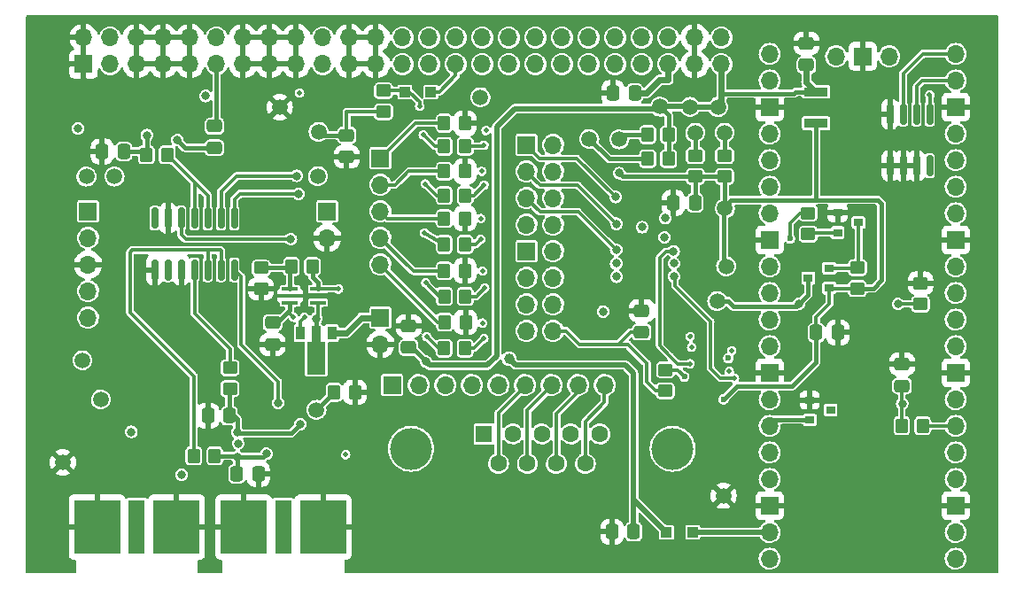
<source format=gbr>
%TF.GenerationSoftware,KiCad,Pcbnew,6.0.2+dfsg-1*%
%TF.CreationDate,2023-03-28T12:08:36-04:00*%
%TF.ProjectId,HL2IOBoard,484c3249-4f42-46f6-9172-642e6b696361,E*%
%TF.SameCoordinates,Original*%
%TF.FileFunction,Copper,L4,Bot*%
%TF.FilePolarity,Positive*%
%FSLAX46Y46*%
G04 Gerber Fmt 4.6, Leading zero omitted, Abs format (unit mm)*
G04 Created by KiCad (PCBNEW 6.0.2+dfsg-1) date 2023-03-28 12:08:36*
%MOMM*%
%LPD*%
G01*
G04 APERTURE LIST*
G04 Aperture macros list*
%AMRoundRect*
0 Rectangle with rounded corners*
0 $1 Rounding radius*
0 $2 $3 $4 $5 $6 $7 $8 $9 X,Y pos of 4 corners*
0 Add a 4 corners polygon primitive as box body*
4,1,4,$2,$3,$4,$5,$6,$7,$8,$9,$2,$3,0*
0 Add four circle primitives for the rounded corners*
1,1,$1+$1,$2,$3*
1,1,$1+$1,$4,$5*
1,1,$1+$1,$6,$7*
1,1,$1+$1,$8,$9*
0 Add four rect primitives between the rounded corners*
20,1,$1+$1,$2,$3,$4,$5,0*
20,1,$1+$1,$4,$5,$6,$7,0*
20,1,$1+$1,$6,$7,$8,$9,0*
20,1,$1+$1,$8,$9,$2,$3,0*%
%AMFreePoly0*
4,1,9,5.362500,-0.866500,1.237500,-0.866500,1.237500,-0.450000,-1.237500,-0.450000,-1.237500,0.450000,1.237500,0.450000,1.237500,0.866500,5.362500,0.866500,5.362500,-0.866500,5.362500,-0.866500,$1*%
%AMFreePoly1*
4,1,9,3.862500,-0.866500,0.737500,-0.866500,0.737500,-0.450000,-0.737500,-0.450000,-0.737500,0.450000,0.737500,0.450000,0.737500,0.866500,3.862500,0.866500,3.862500,-0.866500,3.862500,-0.866500,$1*%
G04 Aperture macros list end*
%TA.AperFunction,ComponentPad*%
%ADD10R,1.600000X5.200000*%
%TD*%
%TA.AperFunction,ComponentPad*%
%ADD11R,4.400000X5.200000*%
%TD*%
%TA.AperFunction,ComponentPad*%
%ADD12C,4.000000*%
%TD*%
%TA.AperFunction,ComponentPad*%
%ADD13R,1.600000X1.600000*%
%TD*%
%TA.AperFunction,ComponentPad*%
%ADD14C,1.600000*%
%TD*%
%TA.AperFunction,ComponentPad*%
%ADD15R,1.700000X1.700000*%
%TD*%
%TA.AperFunction,ComponentPad*%
%ADD16O,1.700000X1.700000*%
%TD*%
%TA.AperFunction,ComponentPad*%
%ADD17C,1.500000*%
%TD*%
%TA.AperFunction,SMDPad,CuDef*%
%ADD18RoundRect,0.250000X-0.475000X0.337500X-0.475000X-0.337500X0.475000X-0.337500X0.475000X0.337500X0*%
%TD*%
%TA.AperFunction,SMDPad,CuDef*%
%ADD19RoundRect,0.250000X0.337500X0.475000X-0.337500X0.475000X-0.337500X-0.475000X0.337500X-0.475000X0*%
%TD*%
%TA.AperFunction,SMDPad,CuDef*%
%ADD20RoundRect,0.250000X0.475000X-0.337500X0.475000X0.337500X-0.475000X0.337500X-0.475000X-0.337500X0*%
%TD*%
%TA.AperFunction,SMDPad,CuDef*%
%ADD21R,0.900000X0.800000*%
%TD*%
%TA.AperFunction,SMDPad,CuDef*%
%ADD22R,2.300000X0.900000*%
%TD*%
%TA.AperFunction,SMDPad,CuDef*%
%ADD23FreePoly0,0.000000*%
%TD*%
%TA.AperFunction,SMDPad,CuDef*%
%ADD24RoundRect,0.250000X-0.450000X0.350000X-0.450000X-0.350000X0.450000X-0.350000X0.450000X0.350000X0*%
%TD*%
%TA.AperFunction,SMDPad,CuDef*%
%ADD25RoundRect,0.250000X0.450000X-0.350000X0.450000X0.350000X-0.450000X0.350000X-0.450000X-0.350000X0*%
%TD*%
%TA.AperFunction,SMDPad,CuDef*%
%ADD26RoundRect,0.250000X0.350000X0.450000X-0.350000X0.450000X-0.350000X-0.450000X0.350000X-0.450000X0*%
%TD*%
%TA.AperFunction,SMDPad,CuDef*%
%ADD27RoundRect,0.250000X-0.350000X-0.450000X0.350000X-0.450000X0.350000X0.450000X-0.350000X0.450000X0*%
%TD*%
%TA.AperFunction,SMDPad,CuDef*%
%ADD28R,1.000000X1.000000*%
%TD*%
%TA.AperFunction,SMDPad,CuDef*%
%ADD29RoundRect,0.250000X-0.337500X-0.475000X0.337500X-0.475000X0.337500X0.475000X-0.337500X0.475000X0*%
%TD*%
%TA.AperFunction,SMDPad,CuDef*%
%ADD30RoundRect,0.150000X0.150000X-0.825000X0.150000X0.825000X-0.150000X0.825000X-0.150000X-0.825000X0*%
%TD*%
%TA.AperFunction,SMDPad,CuDef*%
%ADD31R,1.500000X0.400000*%
%TD*%
%TA.AperFunction,SMDPad,CuDef*%
%ADD32R,0.900000X1.300000*%
%TD*%
%TA.AperFunction,SMDPad,CuDef*%
%ADD33FreePoly1,270.000000*%
%TD*%
%TA.AperFunction,ViaPad*%
%ADD34C,0.800000*%
%TD*%
%TA.AperFunction,ViaPad*%
%ADD35C,1.000000*%
%TD*%
%TA.AperFunction,ViaPad*%
%ADD36C,0.600000*%
%TD*%
%TA.AperFunction,ViaPad*%
%ADD37C,0.500000*%
%TD*%
%TA.AperFunction,Conductor*%
%ADD38C,0.300000*%
%TD*%
%TA.AperFunction,Conductor*%
%ADD39C,0.500000*%
%TD*%
%TA.AperFunction,Conductor*%
%ADD40C,0.600000*%
%TD*%
%TA.AperFunction,Conductor*%
%ADD41C,0.400000*%
%TD*%
%TA.AperFunction,Conductor*%
%ADD42C,0.350000*%
%TD*%
G04 APERTURE END LIST*
D10*
%TO.P,J9,1,In*%
%TO.N,Net-(B5-Pad1)*%
X126620000Y-130510000D03*
D11*
%TO.P,J9,2,Ext*%
%TO.N,GND*%
X122820000Y-130510000D03*
X130420000Y-130510000D03*
%TD*%
D10*
%TO.P,J10,1,In*%
%TO.N,Net-(J10-Pad1)*%
X112620000Y-130510000D03*
D11*
%TO.P,J10,2,Ext*%
%TO.N,GND*%
X108820000Y-130510000D03*
X116420000Y-130510000D03*
%TD*%
D12*
%TO.P,J5,0*%
%TO.N,N/C*%
X138840000Y-123020000D03*
X163840000Y-123020000D03*
D13*
%TO.P,J5,1,1*%
%TO.N,Net-(J5-Pad1)*%
X145800000Y-121600000D03*
D14*
%TO.P,J5,2,2*%
%TO.N,Net-(J5-Pad2)*%
X148570000Y-121600000D03*
%TO.P,J5,3,3*%
%TO.N,Net-(J5-Pad3)*%
X151340000Y-121600000D03*
%TO.P,J5,4,4*%
%TO.N,Net-(J5-Pad4)*%
X154110000Y-121600000D03*
%TO.P,J5,5,5*%
%TO.N,Net-(J5-Pad5)*%
X156880000Y-121600000D03*
%TO.P,J5,6,6*%
%TO.N,Net-(J5-Pad6)*%
X147185000Y-124440000D03*
%TO.P,J5,7,7*%
%TO.N,Net-(J5-Pad7)*%
X149955000Y-124440000D03*
%TO.P,J5,8,8*%
%TO.N,Net-(J5-Pad8)*%
X152725000Y-124440000D03*
%TO.P,J5,9,9*%
%TO.N,Net-(J5-Pad9)*%
X155495000Y-124440000D03*
%TD*%
D15*
%TO.P,J4,1,Pin_1*%
%TO.N,Net-(J4-Pad1)*%
X149860000Y-104140000D03*
D16*
%TO.P,J4,2,Pin_2*%
%TO.N,Net-(J4-Pad2)*%
X152400000Y-104140000D03*
%TO.P,J4,3,Pin_3*%
%TO.N,Net-(J4-Pad3)*%
X149860000Y-106680000D03*
%TO.P,J4,4,Pin_4*%
%TO.N,Net-(J4-Pad4)*%
X152400000Y-106680000D03*
%TO.P,J4,5,Pin_5*%
%TO.N,Net-(J4-Pad5)*%
X149860000Y-109220000D03*
%TO.P,J4,6,Pin_6*%
%TO.N,Net-(J4-Pad6)*%
X152400000Y-109220000D03*
%TO.P,J4,7,Pin_7*%
%TO.N,Net-(J4-Pad7)*%
X149860000Y-111760000D03*
%TO.P,J4,8,Pin_8*%
%TO.N,Net-(C5-Pad1)*%
X152400000Y-111760000D03*
%TD*%
D15*
%TO.P,J6,1,Pin_1*%
%TO.N,Net-(J6-Pad1)*%
X149860000Y-93980000D03*
D16*
%TO.P,J6,2,Pin_2*%
%TO.N,Net-(J6-Pad2)*%
X152400000Y-93980000D03*
%TO.P,J6,3,Pin_3*%
%TO.N,Net-(J6-Pad3)*%
X149860000Y-96520000D03*
%TO.P,J6,4,Pin_4*%
%TO.N,Net-(J6-Pad4)*%
X152400000Y-96520000D03*
%TO.P,J6,5,Pin_5*%
%TO.N,Net-(J6-Pad5)*%
X149860000Y-99060000D03*
%TO.P,J6,6,Pin_6*%
%TO.N,Net-(J6-Pad6)*%
X152400000Y-99060000D03*
%TO.P,J6,7,Pin_7*%
%TO.N,Net-(J6-Pad7)*%
X149860000Y-101600000D03*
%TO.P,J6,8,Pin_8*%
%TO.N,Net-(J6-Pad8)*%
X152400000Y-101600000D03*
%TD*%
D15*
%TO.P,J8,1,Pin_1*%
%TO.N,Net-(J8-Pad1)*%
X135890000Y-95250000D03*
D16*
%TO.P,J8,2,Pin_2*%
%TO.N,Net-(J8-Pad2)*%
X135890000Y-97790000D03*
%TO.P,J8,3,Pin_3*%
%TO.N,Net-(J8-Pad3)*%
X135890000Y-100330000D03*
%TO.P,J8,4,Pin_4*%
%TO.N,Net-(J8-Pad4)*%
X135890000Y-102870000D03*
%TO.P,J8,5,Pin_5*%
%TO.N,Net-(J8-Pad5)*%
X135890000Y-105410000D03*
%TD*%
D15*
%TO.P,J12,1,Pin_1*%
%TO.N,Net-(J12-Pad1)*%
X130810000Y-100330000D03*
D16*
%TO.P,J12,2,Pin_2*%
%TO.N,GND*%
X130810000Y-102870000D03*
%TD*%
%TO.P,U1,1,GPIO0*%
%TO.N,HPF*%
X190890000Y-133530000D03*
%TO.P,U1,2,GPIO1*%
%TO.N,GPIO1*%
X190890000Y-130990000D03*
D15*
%TO.P,U1,3,GND*%
%TO.N,GND*%
X190890000Y-128450000D03*
D16*
%TO.P,U1,4,GPIO2*%
%TO.N,RF3*%
X190890000Y-125910000D03*
%TO.P,U1,5,GPIO3*%
%TO.N,GPIO3*%
X190890000Y-123370000D03*
%TO.P,U1,6,GPIO4*%
%TO.N,GPIO4*%
X190890000Y-120830000D03*
%TO.P,U1,7,GPIO5*%
%TO.N,unconnected-(U1-Pad7)*%
X190890000Y-118290000D03*
D15*
%TO.P,U1,8,GND*%
%TO.N,GND*%
X190890000Y-115750000D03*
D16*
%TO.P,U1,9,GPIO6*%
%TO.N,In5*%
X190890000Y-113210000D03*
%TO.P,U1,10,GPIO7*%
%TO.N,In4*%
X190890000Y-110670000D03*
%TO.P,U1,11,GPIO8*%
%TO.N,Out8*%
X190890000Y-108130000D03*
%TO.P,U1,12,GPIO9*%
%TO.N,Out7*%
X190890000Y-105590000D03*
D15*
%TO.P,U1,13,GND*%
%TO.N,GND*%
X190890000Y-103050000D03*
D16*
%TO.P,U1,14,GPIO10*%
%TO.N,Out5*%
X190890000Y-100510000D03*
%TO.P,U1,15,GPIO11*%
%TO.N,Out4*%
X190890000Y-97970000D03*
%TO.P,U1,16,GPIO12*%
%TO.N,GPIO12*%
X190890000Y-95430000D03*
%TO.P,U1,17,GPIO13*%
%TO.N,GPIO13*%
X190890000Y-92890000D03*
D15*
%TO.P,U1,18,GND*%
%TO.N,GND*%
X190890000Y-90350000D03*
D16*
%TO.P,U1,19,GPIO14*%
%TO.N,SDA*%
X190890000Y-87810000D03*
%TO.P,U1,20,GPIO15*%
%TO.N,SCL*%
X190890000Y-85270000D03*
%TO.P,U1,21,GPIO16*%
%TO.N,Out1*%
X173110000Y-85270000D03*
%TO.P,U1,22,GPIO17*%
%TO.N,In1*%
X173110000Y-87810000D03*
D15*
%TO.P,U1,23,GND*%
%TO.N,GND*%
X173110000Y-90350000D03*
D16*
%TO.P,U1,24,GPIO18*%
%TO.N,In2*%
X173110000Y-92890000D03*
%TO.P,U1,25,GPIO19*%
%TO.N,Out2*%
X173110000Y-95430000D03*
%TO.P,U1,26,GPIO20*%
%TO.N,Out3*%
X173110000Y-97970000D03*
%TO.P,U1,27,GPIO21*%
%TO.N,In3*%
X173110000Y-100510000D03*
D15*
%TO.P,U1,28,GND*%
%TO.N,GND*%
X173110000Y-103050000D03*
D16*
%TO.P,U1,29,GPIO22*%
%TO.N,Out6*%
X173110000Y-105590000D03*
%TO.P,U1,30,RUN*%
%TO.N,unconnected-(U1-Pad30)*%
X173110000Y-108130000D03*
%TO.P,U1,31,GPIO26_ADC0*%
%TO.N,unconnected-(U1-Pad31)*%
X173110000Y-110670000D03*
%TO.P,U1,32,GPIO27_ADC1*%
%TO.N,unconnected-(U1-Pad32)*%
X173110000Y-113210000D03*
D15*
%TO.P,U1,33,AGND*%
%TO.N,GND*%
X173110000Y-115750000D03*
D16*
%TO.P,U1,34,GPIO28_ADC2*%
%TO.N,unconnected-(U1-Pad34)*%
X173110000Y-118290000D03*
%TO.P,U1,35,ADC_VREF*%
%TO.N,Net-(U1-Pad35)*%
X173110000Y-120830000D03*
%TO.P,U1,36,3V3*%
%TO.N,unconnected-(U1-Pad36)*%
X173110000Y-123370000D03*
%TO.P,U1,37,3V3_EN*%
%TO.N,unconnected-(U1-Pad37)*%
X173110000Y-125910000D03*
D15*
%TO.P,U1,38,GND*%
%TO.N,GND*%
X173110000Y-128450000D03*
D16*
%TO.P,U1,39,VSYS*%
%TO.N,Net-(D6-Pad1)*%
X173110000Y-130990000D03*
%TO.P,U1,40,VBUS*%
%TO.N,unconnected-(U1-Pad40)*%
X173110000Y-133530000D03*
%TO.P,U1,41,SWCLK*%
%TO.N,unconnected-(U1-Pad41)*%
X184540000Y-85500000D03*
D15*
%TO.P,U1,42,GND*%
%TO.N,GND*%
X182000000Y-85500000D03*
D16*
%TO.P,U1,43,SWDIO*%
%TO.N,unconnected-(U1-Pad43)*%
X179460000Y-85500000D03*
%TD*%
D15*
%TO.P,J1,1,Pin_1*%
%TO.N,GND*%
X107540000Y-86260000D03*
D16*
%TO.P,J1,2,Pin_2*%
X107540000Y-83720000D03*
%TO.P,J1,3,Pin_3*%
%TO.N,Net-(J1-Pad3)*%
X110080000Y-86260000D03*
%TO.P,J1,4,Pin_4*%
X110080000Y-83720000D03*
%TO.P,J1,5,Pin_5*%
%TO.N,GND*%
X112620000Y-86260000D03*
%TO.P,J1,6,Pin_6*%
X112620000Y-83720000D03*
%TO.P,J1,7,Pin_7*%
X115160000Y-86260000D03*
%TO.P,J1,8,Pin_8*%
X115160000Y-83720000D03*
%TO.P,J1,9,Pin_9*%
X117700000Y-86260000D03*
%TO.P,J1,10,Pin_10*%
X117700000Y-83720000D03*
%TO.P,J1,11,Pin_11*%
%TO.N,Net-(B2-Pad1)*%
X120240000Y-86260000D03*
%TO.P,J1,12,Pin_12*%
X120240000Y-83720000D03*
%TO.P,J1,13,Pin_13*%
%TO.N,GND*%
X122780000Y-86260000D03*
%TO.P,J1,14,Pin_14*%
X122780000Y-83720000D03*
%TO.P,J1,15,Pin_15*%
X125320000Y-86260000D03*
%TO.P,J1,16,Pin_16*%
X125320000Y-83720000D03*
%TO.P,J1,17,Pin_17*%
X127860000Y-86260000D03*
%TO.P,J1,18,Pin_18*%
X127860000Y-83720000D03*
%TO.P,J1,19,Pin_19*%
%TO.N,Net-(J1-Pad19)*%
X130400000Y-86260000D03*
%TO.P,J1,20,Pin_20*%
X130400000Y-83720000D03*
%TO.P,J1,21,Pin_21*%
%TO.N,GND*%
X132940000Y-86260000D03*
%TO.P,J1,22,Pin_22*%
X132940000Y-83720000D03*
%TO.P,J1,23,Pin_23*%
X135480000Y-86260000D03*
%TO.P,J1,24,Pin_24*%
X135480000Y-83720000D03*
%TO.P,J1,25,Pin_25*%
%TO.N,Net-(J1-Pad25)*%
X138020000Y-86260000D03*
%TO.P,J1,26,Pin_26*%
X138020000Y-83720000D03*
%TO.P,J1,27,Pin_27*%
%TO.N,Net-(J1-Pad27)*%
X140560000Y-86260000D03*
%TO.P,J1,28,Pin_28*%
X140560000Y-83720000D03*
%TO.P,J1,29,Pin_29*%
%TO.N,Net-(D1-Pad1)*%
X143100000Y-86260000D03*
%TO.P,J1,30,Pin_30*%
X143100000Y-83720000D03*
%TO.P,J1,31,Pin_31*%
%TO.N,SDA*%
X145640000Y-86260000D03*
%TO.P,J1,32,Pin_32*%
X145640000Y-83720000D03*
%TO.P,J1,33,Pin_33*%
%TO.N,SCL*%
X148180000Y-86260000D03*
%TO.P,J1,34,Pin_34*%
X148180000Y-83720000D03*
%TO.P,J1,35,Pin_35*%
%TO.N,Net-(J1-Pad35)*%
X150720000Y-86260000D03*
%TO.P,J1,36,Pin_36*%
X150720000Y-83720000D03*
%TO.P,J1,37,Pin_37*%
%TO.N,Net-(J1-Pad37)*%
X153260000Y-86260000D03*
%TO.P,J1,38,Pin_38*%
X153260000Y-83720000D03*
%TO.P,J1,39,Pin_39*%
%TO.N,Net-(J1-Pad39)*%
X155800000Y-86260000D03*
%TO.P,J1,40,Pin_40*%
X155800000Y-83720000D03*
%TO.P,J1,41,Pin_41*%
%TO.N,unconnected-(J1-Pad41)*%
X158340000Y-86260000D03*
%TO.P,J1,42,Pin_42*%
%TO.N,unconnected-(J1-Pad42)*%
X158340000Y-83720000D03*
%TO.P,J1,43,Pin_43*%
%TO.N,unconnected-(J1-Pad43)*%
X160880000Y-86260000D03*
%TO.P,J1,44,Pin_44*%
%TO.N,unconnected-(J1-Pad44)*%
X160880000Y-83720000D03*
%TO.P,J1,45,Pin_45*%
%TO.N,+3V3*%
X163420000Y-86260000D03*
%TO.P,J1,46,Pin_46*%
X163420000Y-83720000D03*
%TO.P,J1,47,Pin_47*%
%TO.N,GND*%
X165960000Y-86260000D03*
%TO.P,J1,48,Pin_48*%
X165960000Y-83720000D03*
%TO.P,J1,49,Pin_49*%
%TO.N,VSUP*%
X168500000Y-86260000D03*
%TO.P,J1,50,Pin_50*%
X168500000Y-83720000D03*
%TD*%
D15*
%TO.P,J2,1,Pin_1*%
%TO.N,Net-(J2-Pad1)*%
X107950000Y-100330000D03*
D16*
%TO.P,J2,2,Pin_2*%
%TO.N,Net-(J2-Pad2)*%
X107950000Y-102870000D03*
%TO.P,J2,3,Pin_3*%
%TO.N,GND*%
X107950000Y-105410000D03*
%TO.P,J2,4,Pin_4*%
%TO.N,Net-(J2-Pad4)*%
X107950000Y-107950000D03*
%TO.P,J2,5,Pin_5*%
%TO.N,Net-(J2-Pad5)*%
X107950000Y-110490000D03*
%TD*%
D15*
%TO.P,J3,1,Pin_1*%
%TO.N,Net-(J3-Pad1)*%
X135890000Y-110490000D03*
D16*
%TO.P,J3,2,Pin_2*%
%TO.N,GND*%
X135890000Y-113030000D03*
%TD*%
D17*
%TO.P,G1,1,1*%
%TO.N,GND*%
X168690000Y-127500000D03*
%TD*%
%TO.P,G2,1,1*%
%TO.N,GND*%
X126280000Y-90380000D03*
%TD*%
%TO.P,G3,1,1*%
%TO.N,GND*%
X105540000Y-124330000D03*
%TD*%
D15*
%TO.P,J7,1,Pin_1*%
%TO.N,Net-(J5-Pad1)*%
X137020000Y-116930000D03*
D16*
%TO.P,J7,2,Pin_2*%
%TO.N,Net-(J5-Pad2)*%
X139560000Y-116930000D03*
%TO.P,J7,3,Pin_3*%
%TO.N,Net-(J5-Pad3)*%
X142100000Y-116930000D03*
%TO.P,J7,4,Pin_4*%
%TO.N,Net-(J5-Pad4)*%
X144640000Y-116930000D03*
%TO.P,J7,5,Pin_5*%
%TO.N,Net-(J5-Pad5)*%
X147180000Y-116930000D03*
%TO.P,J7,6,Pin_6*%
%TO.N,Net-(J5-Pad6)*%
X149720000Y-116930000D03*
%TO.P,J7,7,Pin_7*%
%TO.N,Net-(J5-Pad7)*%
X152260000Y-116930000D03*
%TO.P,J7,8,Pin_8*%
%TO.N,Net-(J5-Pad8)*%
X154800000Y-116930000D03*
%TO.P,J7,9,Pin_9*%
%TO.N,Net-(J5-Pad9)*%
X157340000Y-116930000D03*
%TD*%
D17*
%TO.P,Sw5,1,1*%
%TO.N,Net-(Q3-Pad3)*%
X168100000Y-108900000D03*
%TD*%
%TO.P,Sw12,1,1*%
%TO.N,Net-(Q2-Pad3)*%
X129800000Y-119300000D03*
%TD*%
%TO.P,T1,1,1*%
%TO.N,Net-(J2-Pad5)*%
X107420000Y-114570000D03*
%TD*%
%TO.P,T2,1,1*%
%TO.N,Net-(J2-Pad1)*%
X107800000Y-97000000D03*
%TD*%
%TO.P,T4,1,1*%
%TO.N,Net-(J12-Pad1)*%
X129930000Y-96950000D03*
%TD*%
%TO.P,T5,1,1*%
%TO.N,Net-(J2-Pad4)*%
X109190000Y-118300000D03*
%TD*%
%TO.P,T6,1,1*%
%TO.N,Net-(J2-Pad2)*%
X110490000Y-97000000D03*
%TD*%
%TO.P,12V1,1,1*%
%TO.N,VSUP*%
X168170000Y-90360000D03*
%TD*%
%TO.P,12V2,1,1*%
%TO.N,VSUP*%
X165500000Y-90340000D03*
%TD*%
%TO.P,12V3,1,1*%
%TO.N,VSUP*%
X162620000Y-90320000D03*
%TD*%
%TO.P,3V1,1,1*%
%TO.N,+3V3*%
X130000000Y-92720000D03*
%TD*%
%TO.P,3V2,1,1*%
%TO.N,+3V3*%
X145470000Y-89420000D03*
%TD*%
%TO.P,5V1,1,1*%
%TO.N,+5V*%
X168830000Y-100050000D03*
%TD*%
%TO.P,5V3,1,1*%
%TO.N,+5V*%
X168950000Y-105570000D03*
%TD*%
%TO.P,P1,1,1*%
%TO.N,Net-(P1-Pad1)*%
X155870000Y-93410000D03*
%TD*%
%TO.P,P2,1,1*%
%TO.N,Net-(P2-Pad1)*%
X158730000Y-93440000D03*
%TD*%
%TO.P,P3,1,1*%
%TO.N,Net-(P3-Pad1)*%
X166000000Y-92800000D03*
%TD*%
%TO.P,P4,1,1*%
%TO.N,Net-(P4-Pad1)*%
X168800000Y-92800000D03*
%TD*%
D18*
%TO.P,C4,1*%
%TO.N,GND*%
X176625000Y-84262500D03*
%TO.P,C4,2*%
%TO.N,VSUP*%
X176625000Y-86337500D03*
%TD*%
D19*
%TO.P,B9,1*%
%TO.N,GND*%
X179637500Y-111900000D03*
%TO.P,B9,2*%
%TO.N,+5V*%
X177562500Y-111900000D03*
%TD*%
D20*
%TO.P,B1,1*%
%TO.N,GND*%
X132690000Y-95127500D03*
%TO.P,B1,2*%
%TO.N,+3V3*%
X132690000Y-93052500D03*
%TD*%
D19*
%TO.P,B10,1*%
%TO.N,+3V3*%
X160207500Y-89010000D03*
%TO.P,B10,2*%
%TO.N,GND*%
X158132500Y-89010000D03*
%TD*%
D21*
%TO.P,U9,1,K*%
%TO.N,Net-(U1-Pad35)*%
X176940000Y-120260000D03*
%TO.P,U9,2,A*%
%TO.N,GND*%
X176940000Y-118360000D03*
%TO.P,U9,3*%
%TO.N,N/C*%
X178940000Y-119310000D03*
%TD*%
D22*
%TO.P,U5,1,VOUT*%
%TO.N,+5V*%
X177550000Y-91900000D03*
D23*
%TO.P,U5,2,GND*%
%TO.N,GND*%
X177637500Y-90400000D03*
D22*
%TO.P,U5,3,VIN*%
%TO.N,VSUP*%
X177550000Y-88900000D03*
%TD*%
D24*
%TO.P,R7,1*%
%TO.N,GPIO13*%
X136200000Y-88800000D03*
%TO.P,R7,2*%
%TO.N,+3V3*%
X136200000Y-90800000D03*
%TD*%
D20*
%TO.P,C5,1*%
%TO.N,Net-(C5-Pad1)*%
X160875000Y-111887500D03*
%TO.P,C5,2*%
%TO.N,GND*%
X160875000Y-109812500D03*
%TD*%
D25*
%TO.P,R8,1*%
%TO.N,Net-(C5-Pad1)*%
X163150000Y-117475000D03*
%TO.P,R8,2*%
%TO.N,Net-(R8-Pad2)*%
X163150000Y-115475000D03*
%TD*%
D21*
%TO.P,Q3,1,G*%
%TO.N,Net-(Q3-Pad1)*%
X178800000Y-105750000D03*
%TO.P,Q3,2,S*%
%TO.N,+5V*%
X178800000Y-107650000D03*
%TO.P,Q3,3,D*%
%TO.N,Net-(Q3-Pad3)*%
X176800000Y-106700000D03*
%TD*%
%TO.P,Q5,1,B*%
%TO.N,Net-(Q5-Pad1)*%
X179600000Y-102350000D03*
%TO.P,Q5,2,E*%
%TO.N,GND*%
X179600000Y-100450000D03*
%TO.P,Q5,3,C*%
%TO.N,Net-(Q3-Pad1)*%
X181600000Y-101400000D03*
%TD*%
D25*
%TO.P,R9,1*%
%TO.N,Net-(Q5-Pad1)*%
X176800000Y-102500000D03*
%TO.P,R9,2*%
%TO.N,GPIO12*%
X176800000Y-100500000D03*
%TD*%
%TO.P,R11,1*%
%TO.N,+5V*%
X181500000Y-107700000D03*
%TO.P,R11,2*%
%TO.N,Net-(Q3-Pad1)*%
X181500000Y-105700000D03*
%TD*%
D26*
%TO.P,R12,1*%
%TO.N,GND*%
X144040000Y-110930000D03*
%TO.P,R12,2*%
%TO.N,Net-(J8-Pad5)*%
X142040000Y-110930000D03*
%TD*%
D27*
%TO.P,R13,1*%
%TO.N,Net-(D2-Pad2)*%
X141990000Y-113410000D03*
%TO.P,R13,2*%
%TO.N,In5*%
X143990000Y-113410000D03*
%TD*%
D26*
%TO.P,R14,1*%
%TO.N,GND*%
X144000000Y-106000000D03*
%TO.P,R14,2*%
%TO.N,Net-(J8-Pad4)*%
X142000000Y-106000000D03*
%TD*%
%TO.P,R15,1*%
%TO.N,GND*%
X144000000Y-101000000D03*
%TO.P,R15,2*%
%TO.N,Net-(J8-Pad3)*%
X142000000Y-101000000D03*
%TD*%
%TO.P,R16,1*%
%TO.N,GND*%
X144000000Y-96500000D03*
%TO.P,R16,2*%
%TO.N,Net-(J8-Pad2)*%
X142000000Y-96500000D03*
%TD*%
D27*
%TO.P,R22,1*%
%TO.N,Net-(D3-Pad2)*%
X142020000Y-108450000D03*
%TO.P,R22,2*%
%TO.N,In4*%
X144020000Y-108450000D03*
%TD*%
%TO.P,R23,1*%
%TO.N,Net-(D4-Pad2)*%
X142000000Y-103500000D03*
%TO.P,R23,2*%
%TO.N,In3*%
X144000000Y-103500000D03*
%TD*%
%TO.P,R24,1*%
%TO.N,Net-(D5-Pad2)*%
X142000000Y-98800000D03*
%TO.P,R24,2*%
%TO.N,In2*%
X144000000Y-98800000D03*
%TD*%
D28*
%TO.P,D6,1,K*%
%TO.N,Net-(D6-Pad1)*%
X165750000Y-131000000D03*
%TO.P,D6,2,A*%
%TO.N,+3V3*%
X163250000Y-131000000D03*
%TD*%
D26*
%TO.P,R25,1*%
%TO.N,GND*%
X144000000Y-91900000D03*
%TO.P,R25,2*%
%TO.N,Net-(J8-Pad1)*%
X142000000Y-91900000D03*
%TD*%
D27*
%TO.P,R27,1*%
%TO.N,Net-(D7-Pad2)*%
X142000000Y-94110000D03*
%TO.P,R27,2*%
%TO.N,In1*%
X144000000Y-94110000D03*
%TD*%
%TO.P,R17,1*%
%TO.N,Net-(P2-Pad1)*%
X161450000Y-93000000D03*
%TO.P,R17,2*%
%TO.N,VSUP*%
X163450000Y-93000000D03*
%TD*%
%TO.P,R18,1*%
%TO.N,Net-(P1-Pad1)*%
X161450000Y-95300000D03*
%TO.P,R18,2*%
%TO.N,VSUP*%
X163450000Y-95300000D03*
%TD*%
D18*
%TO.P,B15,1*%
%TO.N,GND*%
X138600000Y-111262500D03*
%TO.P,B15,2*%
%TO.N,VSUP*%
X138600000Y-113337500D03*
%TD*%
D29*
%TO.P,B12,1*%
%TO.N,GND*%
X158032500Y-130950000D03*
%TO.P,B12,2*%
%TO.N,+3V3*%
X160107500Y-130950000D03*
%TD*%
D24*
%TO.P,R30,1*%
%TO.N,Net-(P3-Pad1)*%
X166000000Y-95000000D03*
%TO.P,R30,2*%
%TO.N,+5V*%
X166000000Y-97000000D03*
%TD*%
%TO.P,R31,1*%
%TO.N,Net-(P4-Pad1)*%
X168800000Y-95000000D03*
%TO.P,R31,2*%
%TO.N,+5V*%
X168800000Y-97000000D03*
%TD*%
D30*
%TO.P,U11,1,IO0*%
%TO.N,unconnected-(U11-Pad1)*%
X188405000Y-95975000D03*
%TO.P,U11,2,IO1*%
%TO.N,GND*%
X187135000Y-95975000D03*
%TO.P,U11,3,IO2*%
X185865000Y-95975000D03*
%TO.P,U11,4,VSS*%
X184595000Y-95975000D03*
%TO.P,U11,5,IO3*%
X184595000Y-91025000D03*
%TO.P,U11,6,SCL*%
%TO.N,SCL*%
X185865000Y-91025000D03*
%TO.P,U11,7,SDA*%
%TO.N,SDA*%
X187135000Y-91025000D03*
%TO.P,U11,8,VDD*%
%TO.N,+3V3*%
X188405000Y-91025000D03*
%TD*%
D18*
%TO.P,B2,1*%
%TO.N,Net-(B2-Pad1)*%
X120040000Y-92170000D03*
%TO.P,B2,2*%
%TO.N,Net-(B2-Pad2)*%
X120040000Y-94245000D03*
%TD*%
D27*
%TO.P,R32,1*%
%TO.N,Net-(Q2-Pad3)*%
X131470000Y-117620000D03*
%TO.P,R32,2*%
%TO.N,GND*%
X133470000Y-117620000D03*
%TD*%
D25*
%TO.P,R33,1*%
%TO.N,Net-(Q3-Pad3)*%
X187540000Y-109180000D03*
%TO.P,R33,2*%
%TO.N,GND*%
X187540000Y-107180000D03*
%TD*%
D31*
%TO.P,U13,1,+*%
%TO.N,Net-(B11-Pad1)*%
X127270000Y-109050000D03*
%TO.P,U13,2,V-*%
%TO.N,GND*%
X127270000Y-108400000D03*
%TO.P,U13,3,-*%
%TO.N,Net-(R28-Pad1)*%
X127270000Y-107750000D03*
%TO.P,U13,4*%
%TO.N,Net-(Q6-Pad1)*%
X129930000Y-107750000D03*
%TO.P,U13,5,V+*%
%TO.N,VSUP*%
X129930000Y-109050000D03*
%TD*%
D32*
%TO.P,Q6,1,B*%
%TO.N,Net-(Q6-Pad1)*%
X128270000Y-111970000D03*
D33*
%TO.P,Q6,2,C*%
%TO.N,VSUP*%
X129770000Y-112057500D03*
D32*
%TO.P,Q6,3,E*%
%TO.N,Net-(J3-Pad1)*%
X131270000Y-111970000D03*
%TD*%
D20*
%TO.P,B11,1*%
%TO.N,Net-(B11-Pad1)*%
X185760000Y-117007500D03*
%TO.P,B11,2*%
%TO.N,GND*%
X185760000Y-114932500D03*
%TD*%
D24*
%TO.P,R28,1*%
%TO.N,Net-(R28-Pad1)*%
X124490000Y-105730000D03*
%TO.P,R28,2*%
%TO.N,GND*%
X124490000Y-107730000D03*
%TD*%
D26*
%TO.P,R29,1*%
%TO.N,Net-(Q6-Pad1)*%
X129400000Y-105600000D03*
%TO.P,R29,2*%
%TO.N,Net-(R28-Pad1)*%
X127400000Y-105600000D03*
%TD*%
%TO.P,R1,1*%
%TO.N,GPIO4*%
X187730000Y-120810000D03*
%TO.P,R1,2*%
%TO.N,Net-(B11-Pad1)*%
X185730000Y-120810000D03*
%TD*%
D18*
%TO.P,B14,1*%
%TO.N,Net-(B11-Pad1)*%
X125600000Y-110962500D03*
%TO.P,B14,2*%
%TO.N,GND*%
X125600000Y-113037500D03*
%TD*%
D29*
%TO.P,B18,1*%
%TO.N,Net-(B18-Pad1)*%
X122162500Y-125420000D03*
%TO.P,B18,2*%
%TO.N,GND*%
X124237500Y-125420000D03*
%TD*%
D19*
%TO.P,B19,1*%
%TO.N,Net-(B19-Pad1)*%
X121477500Y-119870000D03*
%TO.P,B19,2*%
%TO.N,GND*%
X119402500Y-119870000D03*
%TD*%
%TO.P,B21,1*%
%TO.N,Net-(B21-Pad1)*%
X111387500Y-94600000D03*
%TO.P,B21,2*%
%TO.N,GND*%
X109312500Y-94600000D03*
%TD*%
D28*
%TO.P,D1,1,K*%
%TO.N,Net-(D1-Pad1)*%
X140720000Y-88920000D03*
%TO.P,D1,2,A*%
%TO.N,GPIO13*%
X138220000Y-88920000D03*
%TD*%
D26*
%TO.P,R4,1*%
%TO.N,Net-(B18-Pad1)*%
X120070000Y-123690000D03*
%TO.P,R4,2*%
%TO.N,Net-(R4-Pad2)*%
X118070000Y-123690000D03*
%TD*%
D24*
%TO.P,R34,1*%
%TO.N,Net-(R34-Pad1)*%
X121520000Y-115280000D03*
%TO.P,R34,2*%
%TO.N,Net-(B19-Pad1)*%
X121520000Y-117280000D03*
%TD*%
D26*
%TO.P,R35,1*%
%TO.N,Net-(R35-Pad1)*%
X115520000Y-94920000D03*
%TO.P,R35,2*%
%TO.N,Net-(B21-Pad1)*%
X113520000Y-94920000D03*
%TD*%
D30*
%TO.P,U6,1*%
%TO.N,HPF*%
X121940000Y-105915000D03*
%TO.P,U6,2*%
%TO.N,Net-(R4-Pad2)*%
X120670000Y-105915000D03*
%TO.P,U6,3*%
X119400000Y-105915000D03*
%TO.P,U6,4*%
%TO.N,Net-(R34-Pad1)*%
X118130000Y-105915000D03*
%TO.P,U6,5*%
%TO.N,GND*%
X116860000Y-105915000D03*
%TO.P,U6,6*%
%TO.N,unconnected-(U6-Pad6)*%
X115590000Y-105915000D03*
%TO.P,U6,7,GND*%
%TO.N,GND*%
X114320000Y-105915000D03*
%TO.P,U6,8*%
%TO.N,unconnected-(U6-Pad8)*%
X114320000Y-100965000D03*
%TO.P,U6,9*%
%TO.N,GND*%
X115590000Y-100965000D03*
%TO.P,U6,10*%
%TO.N,Net-(R36-Pad1)*%
X116860000Y-100965000D03*
%TO.P,U6,11*%
%TO.N,Net-(R35-Pad1)*%
X118130000Y-100965000D03*
%TO.P,U6,12*%
X119400000Y-100965000D03*
%TO.P,U6,13*%
%TO.N,RF3*%
X120670000Y-100965000D03*
%TO.P,U6,14,VCC*%
%TO.N,+5V*%
X121940000Y-100965000D03*
%TD*%
D29*
%TO.P,B17,1*%
%TO.N,GND*%
X163902500Y-99510000D03*
%TO.P,B17,2*%
%TO.N,+5V*%
X165977500Y-99510000D03*
%TD*%
D34*
%TO.N,VSUP*%
X140260000Y-114700000D03*
X129770000Y-110570000D03*
%TO.N,GND*%
X134125000Y-129950000D03*
D35*
X143200000Y-123970000D03*
D34*
X114130000Y-121870000D03*
D35*
X158250000Y-123770000D03*
D34*
X105310000Y-129750000D03*
X128875000Y-124975000D03*
X134600000Y-92400000D03*
D36*
X164720000Y-109510000D03*
D34*
X116300000Y-120300000D03*
X133400000Y-101100000D03*
X125940000Y-114760000D03*
X119650000Y-129650000D03*
X150270000Y-114090000D03*
X133500000Y-107500000D03*
D35*
%TO.N,+3V3*%
X148200000Y-114400000D03*
D37*
X188400000Y-89200000D03*
D34*
%TO.N,+5V*%
X128080000Y-98640000D03*
X158730000Y-96670000D03*
D36*
X168700000Y-118300000D03*
D34*
%TO.N,Net-(B7-Pad1)*%
X116900000Y-125500000D03*
X122300000Y-122500000D03*
%TO.N,Net-(B7-Pad2)*%
X112100000Y-121400000D03*
X119200000Y-89300000D03*
D36*
%TO.N,Net-(R8-Pad2)*%
X164950000Y-116125000D03*
D34*
%TO.N,Net-(J4-Pad1)*%
X157190000Y-109900000D03*
%TO.N,Net-(J6-Pad1)*%
X158370000Y-98950000D03*
%TO.N,Net-(J6-Pad3)*%
X158460000Y-101510000D03*
%TO.N,Net-(J6-Pad5)*%
X158440000Y-103990000D03*
%TO.N,Net-(J6-Pad7)*%
X158480000Y-106570000D03*
%TO.N,Net-(J6-Pad8)*%
X158440000Y-105310000D03*
D37*
%TO.N,Net-(D2-Pad2)*%
X140340000Y-112290000D03*
X145660000Y-111000000D03*
%TO.N,Net-(D3-Pad2)*%
X145660000Y-106030000D03*
X140230000Y-107160000D03*
%TO.N,Net-(D4-Pad2)*%
X140100000Y-102400000D03*
X145500000Y-101000000D03*
%TO.N,Net-(D5-Pad2)*%
X140200000Y-97700000D03*
X145600000Y-96500000D03*
%TO.N,Net-(D7-Pad2)*%
X140000000Y-93000000D03*
X146000000Y-92600000D03*
%TO.N,In5*%
X145790000Y-112490000D03*
%TO.N,In4*%
X145860000Y-107670000D03*
%TO.N,In3*%
X145500000Y-103000000D03*
%TO.N,In2*%
X145800000Y-97800000D03*
%TO.N,In1*%
X145800000Y-94000000D03*
D34*
%TO.N,Out1*%
X160920000Y-101840000D03*
D37*
X165500000Y-112300000D03*
D34*
%TO.N,Out3*%
X163060000Y-102800000D03*
D37*
X169475000Y-113675000D03*
%TO.N,Out4*%
X165648872Y-113297402D03*
D34*
X163150000Y-100980000D03*
D36*
%TO.N,Out6*%
X169160706Y-114355971D03*
D34*
%TO.N,Out5*%
X163930000Y-104140000D03*
D37*
X165500000Y-114900000D03*
D34*
%TO.N,Out8*%
X163950000Y-105300000D03*
D37*
X169250000Y-115625000D03*
%TO.N,Out7*%
X169750000Y-116275000D03*
D34*
X163950000Y-106540000D03*
%TO.N,Net-(B2-Pad2)*%
X116500000Y-93500000D03*
D37*
%TO.N,GPIO13*%
X139650000Y-90275000D03*
%TO.N,GPIO3*%
X128175000Y-89000000D03*
%TO.N,GPIO1*%
X132575000Y-123575000D03*
D36*
%TO.N,GPIO12*%
X175050000Y-102925000D03*
D34*
%TO.N,RF3*%
X127890000Y-96930000D03*
%TO.N,HPF*%
X126110000Y-118640000D03*
D37*
%TO.N,Net-(Q6-Pad1)*%
X128650000Y-110450000D03*
X131900000Y-107750000D03*
%TO.N,Net-(B11-Pad1)*%
X127600000Y-110450000D03*
D34*
X185780000Y-118710000D03*
%TO.N,Net-(B18-Pad1)*%
X122200000Y-123800000D03*
X125000000Y-123500000D03*
%TO.N,Net-(B19-Pad1)*%
X122230000Y-121440000D03*
X128240000Y-120670000D03*
%TO.N,Net-(B21-Pad1)*%
X113570000Y-93040000D03*
%TO.N,Net-(J10-Pad1)*%
X107000000Y-92400000D03*
%TO.N,Net-(R36-Pad1)*%
X127350000Y-102960000D03*
%TO.N,Net-(Q3-Pad3)*%
X185380000Y-109190000D03*
X175900000Y-109180000D03*
%TD*%
D38*
%TO.N,Net-(J1-Pad39)*%
X155803600Y-86060200D02*
X155860200Y-86060200D01*
D39*
%TO.N,VSUP*%
X140600000Y-115040000D02*
X140260000Y-114700000D01*
D40*
X176625000Y-87975000D02*
X177550000Y-88900000D01*
D41*
X168569999Y-89060001D02*
X175439999Y-89060001D01*
X163450000Y-93000000D02*
X163450000Y-91150000D01*
D40*
X168500000Y-86260000D02*
X168500000Y-90030000D01*
D41*
X175600000Y-88900000D02*
X177550000Y-88900000D01*
D39*
X162620000Y-90320000D02*
X165480000Y-90320000D01*
D41*
X129770000Y-112057500D02*
X129770000Y-110570000D01*
D40*
X168500000Y-90030000D02*
X168170000Y-90360000D01*
D39*
X148760001Y-90499999D02*
X147010000Y-92250000D01*
X162620000Y-90320000D02*
X162440001Y-90499999D01*
D38*
X129930000Y-110410000D02*
X129770000Y-110570000D01*
D41*
X175439999Y-89060001D02*
X175600000Y-88900000D01*
D39*
X165500000Y-90340000D02*
X168150000Y-90340000D01*
X146110000Y-115040000D02*
X140600000Y-115040000D01*
D41*
X138600000Y-113337500D02*
X138897500Y-113337500D01*
D39*
X147010000Y-114140000D02*
X146110000Y-115040000D01*
D41*
X163450000Y-95300000D02*
X163450000Y-93000000D01*
D38*
X129930000Y-109050000D02*
X129930000Y-110410000D01*
D41*
X138897500Y-113337500D02*
X140260000Y-114700000D01*
D39*
X162440001Y-90499999D02*
X148760001Y-90499999D01*
D41*
X163450000Y-91150000D02*
X162620000Y-90320000D01*
D40*
X176625000Y-86337500D02*
X176625000Y-87975000D01*
D39*
X168150000Y-90340000D02*
X168170000Y-90360000D01*
X147010000Y-92250000D02*
X147010000Y-114140000D01*
X165480000Y-90320000D02*
X165500000Y-90340000D01*
D42*
%TO.N,+3V3*%
X136200000Y-90800000D02*
X132720000Y-90800000D01*
D38*
X188405000Y-89205000D02*
X188400000Y-89200000D01*
D41*
X130332500Y-93052500D02*
X130000000Y-92720000D01*
X132690000Y-93052500D02*
X130332500Y-93052500D01*
D39*
X160107500Y-127857500D02*
X160100000Y-127850000D01*
D38*
X188405000Y-91025000D02*
X188405000Y-89205000D01*
D40*
X163420000Y-86260000D02*
X163420000Y-87770000D01*
D42*
X132690000Y-90830000D02*
X132720000Y-90800000D01*
D39*
X160100000Y-127850000D02*
X160100000Y-115800000D01*
X160107500Y-130950000D02*
X160107500Y-127857500D01*
X160100000Y-115800000D02*
X159300000Y-115000000D01*
D40*
X161330000Y-89010000D02*
X162570000Y-87770000D01*
X160207500Y-89010000D02*
X161330000Y-89010000D01*
D42*
X136200000Y-90800000D02*
X136299511Y-90899511D01*
D40*
X162570000Y-87770000D02*
X163420000Y-87770000D01*
D42*
X132690000Y-93052500D02*
X132690000Y-90830000D01*
D39*
X148800000Y-115000000D02*
X148200000Y-114400000D01*
X160100000Y-127850000D02*
X163250000Y-131000000D01*
X159300000Y-115000000D02*
X148800000Y-115000000D01*
D41*
%TO.N,+5V*%
X177562500Y-114717498D02*
X177562500Y-111900000D01*
X166000000Y-97000000D02*
X168800000Y-97000000D01*
X158730000Y-96670000D02*
X159060000Y-97000000D01*
X183420001Y-99220001D02*
X183800000Y-99600000D01*
X169960001Y-117039999D02*
X175239999Y-117039999D01*
X177550000Y-91900000D02*
X177550000Y-99190002D01*
X183800000Y-99600000D02*
X183800000Y-106900000D01*
X169430000Y-99260000D02*
X168700000Y-99990000D01*
X169430000Y-99250000D02*
X169430000Y-99260000D01*
D42*
X177562500Y-111900000D02*
X177562500Y-110437500D01*
D41*
X159060000Y-97000000D02*
X166000000Y-97000000D01*
X166000000Y-97000000D02*
X166000000Y-99487500D01*
X168800000Y-97000000D02*
X168800000Y-99890000D01*
X183000000Y-107700000D02*
X181500000Y-107700000D01*
D42*
X177562500Y-110437500D02*
X178800000Y-109200000D01*
D41*
X168700000Y-99990000D02*
X168700000Y-105320000D01*
X175239999Y-117039999D02*
X177562500Y-114717498D01*
X168700000Y-118300000D02*
X169960001Y-117039999D01*
D42*
X178800000Y-109200000D02*
X178800000Y-107650000D01*
D41*
X168700000Y-105320000D02*
X168950000Y-105570000D01*
X177550000Y-99190002D02*
X177579999Y-99220001D01*
D42*
X121940000Y-100965000D02*
X121940000Y-99160000D01*
X178850000Y-107700000D02*
X178800000Y-107650000D01*
X121940000Y-99160000D02*
X122460000Y-98640000D01*
D41*
X177579999Y-99220001D02*
X183420001Y-99220001D01*
X183800000Y-106900000D02*
X183000000Y-107700000D01*
X168800000Y-99890000D02*
X168700000Y-99990000D01*
D42*
X122460000Y-98640000D02*
X128080000Y-98640000D01*
D41*
X166000000Y-99487500D02*
X165977500Y-99510000D01*
D42*
X181500000Y-107700000D02*
X178850000Y-107700000D01*
D41*
X177579999Y-99220001D02*
X169430000Y-99250000D01*
%TO.N,Net-(U1-Pad35)*%
X173360000Y-120230000D02*
X176910000Y-120230000D01*
X176910000Y-120230000D02*
X176940000Y-120260000D01*
D42*
%TO.N,Net-(J5-Pad6)*%
X149700000Y-117100000D02*
X149700000Y-117000000D01*
X147185000Y-119615000D02*
X149700000Y-117100000D01*
X147185000Y-124440000D02*
X147185000Y-119615000D01*
%TO.N,Net-(J5-Pad7)*%
X149955000Y-124440000D02*
X149955000Y-119345000D01*
X149955000Y-119345000D02*
X152240000Y-117060000D01*
X152240000Y-117060000D02*
X152240000Y-117000000D01*
%TO.N,Net-(J5-Pad8)*%
X154780000Y-117620000D02*
X154780000Y-117000000D01*
X152725000Y-124440000D02*
X152725000Y-119675000D01*
X152725000Y-119675000D02*
X154780000Y-117620000D01*
%TO.N,Net-(J5-Pad9)*%
X155495000Y-124440000D02*
X155495000Y-120405000D01*
X157320000Y-118580000D02*
X157320000Y-117000000D01*
X155495000Y-120405000D02*
X157320000Y-118580000D01*
%TO.N,Net-(R8-Pad2)*%
X164300000Y-115475000D02*
X164950000Y-116125000D01*
X163150000Y-115475000D02*
X164300000Y-115475000D01*
%TO.N,Net-(Q3-Pad1)*%
X178800000Y-105750000D02*
X181450000Y-105750000D01*
X181600000Y-105600000D02*
X181500000Y-105700000D01*
X181600000Y-101400000D02*
X181600000Y-105600000D01*
X181450000Y-105750000D02*
X181500000Y-105700000D01*
%TO.N,Net-(Q5-Pad1)*%
X179600000Y-102350000D02*
X176950000Y-102350000D01*
X176950000Y-102350000D02*
X176800000Y-102500000D01*
D38*
%TO.N,Net-(J6-Pad1)*%
X149860000Y-93980000D02*
X151130000Y-95250000D01*
X151130000Y-95250000D02*
X154670000Y-95250000D01*
X154670000Y-95250000D02*
X158370000Y-98950000D01*
%TO.N,Net-(J6-Pad3)*%
X151170000Y-97830000D02*
X154780000Y-97830000D01*
X154780000Y-97830000D02*
X158460000Y-101510000D01*
X149860000Y-96520000D02*
X151170000Y-97830000D01*
%TO.N,Net-(J6-Pad5)*%
X151160000Y-100360000D02*
X154810000Y-100360000D01*
X149860000Y-99060000D02*
X151160000Y-100360000D01*
X154810000Y-100360000D02*
X158440000Y-103990000D01*
D41*
%TO.N,Net-(B2-Pad1)*%
X120240000Y-91970000D02*
X120040000Y-92170000D01*
X120240000Y-86260000D02*
X120240000Y-91970000D01*
D42*
%TO.N,Net-(D2-Pad2)*%
X141460000Y-113410000D02*
X140340000Y-112290000D01*
X141990000Y-113410000D02*
X141460000Y-113410000D01*
D38*
%TO.N,Net-(J8-Pad1)*%
X142000000Y-91900000D02*
X139240000Y-91900000D01*
X139240000Y-91900000D02*
X135890000Y-95250000D01*
%TO.N,Net-(J8-Pad2)*%
X142000000Y-96500000D02*
X138600000Y-96500000D01*
X138600000Y-96500000D02*
X137300000Y-97800000D01*
X137290000Y-97790000D02*
X135890000Y-97790000D01*
X137300000Y-97800000D02*
X137290000Y-97790000D01*
D42*
%TO.N,Net-(J8-Pad3)*%
X136560000Y-101000000D02*
X135890000Y-100330000D01*
X142000000Y-101000000D02*
X136560000Y-101000000D01*
%TO.N,Net-(J8-Pad4)*%
X141960000Y-106040000D02*
X142000000Y-106000000D01*
X135890000Y-102870000D02*
X139060000Y-106040000D01*
X139060000Y-106040000D02*
X141960000Y-106040000D01*
%TO.N,Net-(D3-Pad2)*%
X141520000Y-108450000D02*
X140230000Y-107160000D01*
X142020000Y-108450000D02*
X141520000Y-108450000D01*
%TO.N,Net-(D4-Pad2)*%
X142000000Y-103500000D02*
X140100000Y-102400000D01*
D38*
%TO.N,Net-(D5-Pad2)*%
X142000000Y-98800000D02*
X141300000Y-98800000D01*
X141300000Y-98800000D02*
X140200000Y-97700000D01*
D39*
%TO.N,Net-(D6-Pad1)*%
X173100000Y-131000000D02*
X173110000Y-130990000D01*
X165750000Y-131000000D02*
X173100000Y-131000000D01*
D38*
%TO.N,Net-(D7-Pad2)*%
X141110000Y-94110000D02*
X140000000Y-93000000D01*
X142000000Y-94110000D02*
X141110000Y-94110000D01*
D42*
%TO.N,Net-(J8-Pad5)*%
X135890000Y-105410000D02*
X141410000Y-110930000D01*
X141410000Y-110930000D02*
X142040000Y-110930000D01*
%TO.N,Net-(D1-Pad1)*%
X141500000Y-88900000D02*
X140850000Y-88900000D01*
X143103600Y-87296400D02*
X141500000Y-88900000D01*
D38*
X143103600Y-87296400D02*
X143103600Y-86263600D01*
X143103600Y-86263600D02*
X143100000Y-86260000D01*
%TO.N,SDA*%
X187135000Y-91025000D02*
X187135000Y-88365000D01*
X187700000Y-87800000D02*
X190880000Y-87800000D01*
X190880000Y-87800000D02*
X190890000Y-87810000D01*
X187135000Y-88365000D02*
X187700000Y-87800000D01*
D42*
%TO.N,SCL*%
X148183600Y-86263600D02*
X148180000Y-86260000D01*
X185865000Y-87135000D02*
X187730000Y-85270000D01*
X185865000Y-91025000D02*
X185865000Y-87135000D01*
X187730000Y-85270000D02*
X190890000Y-85270000D01*
D41*
%TO.N,Net-(P1-Pad1)*%
X161450000Y-95300000D02*
X157760000Y-95300000D01*
X157760000Y-95300000D02*
X155870000Y-93410000D01*
%TO.N,Net-(P2-Pad1)*%
X159170000Y-93000000D02*
X158730000Y-93440000D01*
X161450000Y-93000000D02*
X159170000Y-93000000D01*
%TO.N,Net-(P3-Pad1)*%
X166000000Y-92800000D02*
X166000000Y-95000000D01*
%TO.N,Net-(P4-Pad1)*%
X168800000Y-92800000D02*
X168800000Y-95000000D01*
D38*
%TO.N,In5*%
X143990000Y-113410000D02*
X144870000Y-113410000D01*
X144870000Y-113410000D02*
X145790000Y-112490000D01*
%TO.N,In4*%
X145080000Y-108450000D02*
X145860000Y-107670000D01*
X144020000Y-108450000D02*
X145080000Y-108450000D01*
%TO.N,In3*%
X173120000Y-100500000D02*
X173110000Y-100510000D01*
D42*
X145000000Y-103500000D02*
X145500000Y-103000000D01*
X144000000Y-103500000D02*
X145000000Y-103500000D01*
D38*
%TO.N,In2*%
X144800000Y-98800000D02*
X145800000Y-97800000D01*
X144000000Y-98800000D02*
X144800000Y-98800000D01*
%TO.N,In1*%
X144000000Y-94110000D02*
X145690000Y-94110000D01*
X145690000Y-94110000D02*
X145800000Y-94000000D01*
%TO.N,Out1*%
X165574999Y-112225001D02*
X165500000Y-112300000D01*
%TO.N,Out5*%
X162580000Y-113130000D02*
X162580000Y-104740000D01*
X164325000Y-114900000D02*
X163575000Y-114150000D01*
X163575000Y-114125000D02*
X162580000Y-113130000D01*
X163575000Y-114150000D02*
X163575000Y-114125000D01*
X163180000Y-104140000D02*
X163930000Y-104140000D01*
X165500000Y-114900000D02*
X164325000Y-114900000D01*
X162580000Y-104740000D02*
X163180000Y-104140000D01*
%TO.N,Out7*%
X167475000Y-110875000D02*
X164040000Y-107440000D01*
X164040000Y-106630000D02*
X163950000Y-106540000D01*
X168375000Y-116275000D02*
X167475000Y-115375000D01*
X169750000Y-116275000D02*
X168375000Y-116275000D01*
X164040000Y-107440000D02*
X164040000Y-106630000D01*
X167475000Y-115375000D02*
X167475000Y-110875000D01*
D41*
%TO.N,Net-(B2-Pad2)*%
X120040000Y-94245000D02*
X117245000Y-94245000D01*
X120040000Y-94245000D02*
X119707500Y-94245000D01*
X117245000Y-94245000D02*
X116500000Y-93500000D01*
D42*
%TO.N,Net-(C5-Pad1)*%
X160875000Y-111887500D02*
X159787500Y-111887500D01*
X154940000Y-113030000D02*
X153670000Y-111760000D01*
X159555000Y-113030000D02*
X157480000Y-113030000D01*
X161375000Y-116625000D02*
X161375000Y-114850000D01*
X158645000Y-113030000D02*
X157480000Y-113030000D01*
X159787500Y-111887500D02*
X158645000Y-113030000D01*
X157480000Y-113030000D02*
X154940000Y-113030000D01*
X161375000Y-114850000D02*
X159555000Y-113030000D01*
X162225000Y-117475000D02*
X161375000Y-116625000D01*
X163150000Y-117475000D02*
X162225000Y-117475000D01*
X153670000Y-111760000D02*
X152400000Y-111760000D01*
D38*
%TO.N,GPIO13*%
X139650000Y-89875000D02*
X139650000Y-90275000D01*
X138350000Y-88900000D02*
X138675000Y-88900000D01*
D42*
X138250000Y-88800000D02*
X138350000Y-88900000D01*
X136200000Y-88800000D02*
X138250000Y-88800000D01*
D38*
X138675000Y-88900000D02*
X139650000Y-89875000D01*
%TO.N,GPIO4*%
X190890000Y-120830000D02*
X187750000Y-120830000D01*
X187750000Y-120830000D02*
X187730000Y-120810000D01*
%TO.N,GPIO12*%
X175050000Y-101425000D02*
X175050000Y-102925000D01*
X175975000Y-100500000D02*
X175050000Y-101425000D01*
X176800000Y-100500000D02*
X175975000Y-100500000D01*
D42*
%TO.N,RF3*%
X122180000Y-96930000D02*
X127890000Y-96930000D01*
X120670000Y-100965000D02*
X120670000Y-98440000D01*
X120670000Y-98440000D02*
X122180000Y-96930000D01*
%TO.N,HPF*%
X126110000Y-116610000D02*
X126110000Y-118640000D01*
X122595010Y-106570010D02*
X122595010Y-113095010D01*
X122595010Y-113095010D02*
X126110000Y-116610000D01*
X121940000Y-105915000D02*
X122595010Y-106570010D01*
D40*
%TO.N,Net-(J3-Pad1)*%
X131270000Y-111970000D02*
X132630000Y-111970000D01*
D41*
X135890000Y-110490000D02*
X136010000Y-110490000D01*
D40*
X134110000Y-110490000D02*
X135890000Y-110490000D01*
X132630000Y-111970000D02*
X134110000Y-110490000D01*
D41*
%TO.N,Net-(Q6-Pad1)*%
X129930000Y-107130000D02*
X129400000Y-106600000D01*
D38*
X128270000Y-111970000D02*
X128270000Y-110830000D01*
X129930000Y-107750000D02*
X131900000Y-107750000D01*
D41*
X129400000Y-106600000D02*
X129400000Y-105600000D01*
X129930000Y-107750000D02*
X129930000Y-107130000D01*
D38*
X128270000Y-110830000D02*
X128650000Y-110450000D01*
%TO.N,Net-(B11-Pad1)*%
X127600000Y-110450000D02*
X127175000Y-110025000D01*
X127175000Y-110025000D02*
X126975000Y-110025000D01*
D41*
X127270000Y-109730000D02*
X126975000Y-110025000D01*
D38*
X185760000Y-118690000D02*
X185780000Y-118710000D01*
D41*
X127270000Y-109050000D02*
X127270000Y-109730000D01*
X126037500Y-110962500D02*
X125600000Y-110962500D01*
X126975000Y-110025000D02*
X126037500Y-110962500D01*
D38*
X185760000Y-117007500D02*
X185760000Y-118690000D01*
X185730000Y-120810000D02*
X185730000Y-118760000D01*
X185730000Y-118760000D02*
X185780000Y-118710000D01*
D41*
%TO.N,Net-(R28-Pad1)*%
X124490000Y-105730000D02*
X127270000Y-105730000D01*
X127270000Y-105730000D02*
X127400000Y-105600000D01*
X127270000Y-107750000D02*
X127270000Y-105730000D01*
%TO.N,Net-(B18-Pad1)*%
X122200000Y-123800000D02*
X124700000Y-123800000D01*
X124700000Y-123800000D02*
X125000000Y-123500000D01*
X120070000Y-123690000D02*
X122090000Y-123690000D01*
X122200000Y-125382500D02*
X122162500Y-125420000D01*
X122090000Y-123690000D02*
X122200000Y-123800000D01*
X122200000Y-123800000D02*
X122200000Y-125382500D01*
%TO.N,Net-(B19-Pad1)*%
X121477500Y-117322500D02*
X121520000Y-117280000D01*
X121910000Y-119870000D02*
X122230000Y-120190000D01*
X122340000Y-121550000D02*
X122230000Y-121440000D01*
X121477500Y-119870000D02*
X121477500Y-117322500D01*
X127360000Y-121550000D02*
X122340000Y-121550000D01*
X121477500Y-119870000D02*
X121910000Y-119870000D01*
X128240000Y-120670000D02*
X127360000Y-121550000D01*
X122230000Y-120190000D02*
X122230000Y-121440000D01*
%TO.N,Net-(B21-Pad1)*%
X113570000Y-94870000D02*
X113520000Y-94920000D01*
X113570000Y-93040000D02*
X113570000Y-94870000D01*
X111387500Y-94600000D02*
X113200000Y-94600000D01*
X113200000Y-94600000D02*
X113520000Y-94920000D01*
D42*
%TO.N,Net-(R4-Pad2)*%
X120670000Y-105915000D02*
X120670000Y-104080000D01*
X111970000Y-104230000D02*
X111970000Y-110000000D01*
X118070000Y-116100000D02*
X111970000Y-110000000D01*
X112170000Y-104030000D02*
X111970000Y-104230000D01*
X120620000Y-104030000D02*
X119370000Y-104030000D01*
X120670000Y-104080000D02*
X120620000Y-104030000D01*
X119400000Y-104060000D02*
X119370000Y-104030000D01*
X118070000Y-123690000D02*
X118070000Y-116100000D01*
X119370000Y-104030000D02*
X112170000Y-104030000D01*
X119400000Y-105915000D02*
X119400000Y-104060000D01*
%TO.N,Net-(R34-Pad1)*%
X121520000Y-113490000D02*
X121520000Y-115280000D01*
X118130000Y-105915000D02*
X118130000Y-110100000D01*
X118130000Y-110100000D02*
X121520000Y-113490000D01*
%TO.N,Net-(R35-Pad1)*%
X118130000Y-100965000D02*
X118130000Y-97530000D01*
X119400000Y-98800000D02*
X118130000Y-97530000D01*
X118130000Y-97530000D02*
X115520000Y-94920000D01*
X119400000Y-100965000D02*
X119400000Y-98800000D01*
%TO.N,Net-(R36-Pad1)*%
X127300000Y-102980000D02*
X117290000Y-102980000D01*
X116860000Y-102550000D02*
X116860000Y-100965000D01*
X127350000Y-102960000D02*
X127300000Y-102980000D01*
X117290000Y-102980000D02*
X116860000Y-102550000D01*
D41*
%TO.N,Net-(Q2-Pad3)*%
X131470000Y-117620000D02*
X131470000Y-117630000D01*
X131470000Y-117630000D02*
X129800000Y-119300000D01*
D38*
%TO.N,Net-(Q3-Pad3)*%
X185390000Y-109180000D02*
X185380000Y-109190000D01*
D41*
X176800000Y-108280000D02*
X175900000Y-109180000D01*
X176800000Y-106700000D02*
X176800000Y-108280000D01*
X175660001Y-109419999D02*
X175900000Y-109180000D01*
X169649999Y-109419999D02*
X175660001Y-109419999D01*
X169130000Y-108900000D02*
X169649999Y-109419999D01*
X168100000Y-108900000D02*
X169130000Y-108900000D01*
D38*
X187540000Y-109180000D02*
X185390000Y-109180000D01*
%TD*%
%TA.AperFunction,Conductor*%
%TO.N,GND*%
G36*
X194917121Y-81605002D02*
G01*
X194963614Y-81658658D01*
X194975000Y-81711000D01*
X194975000Y-134809000D01*
X194954998Y-134877121D01*
X194901342Y-134923614D01*
X194849000Y-134935000D01*
X132571000Y-134935000D01*
X132502879Y-134914998D01*
X132456386Y-134861342D01*
X132445000Y-134809000D01*
X132445000Y-133743999D01*
X132465002Y-133675878D01*
X132518658Y-133629385D01*
X132571000Y-133617999D01*
X132664669Y-133617999D01*
X132671490Y-133617629D01*
X132722352Y-133612105D01*
X132737604Y-133608479D01*
X132858054Y-133563324D01*
X132873649Y-133554786D01*
X132926386Y-133515262D01*
X172054520Y-133515262D01*
X172055036Y-133521406D01*
X172069333Y-133691658D01*
X172071759Y-133720553D01*
X172128544Y-133918586D01*
X172131359Y-133924063D01*
X172131360Y-133924066D01*
X172152247Y-133964707D01*
X172222712Y-134101818D01*
X172350677Y-134263270D01*
X172507564Y-134396791D01*
X172687398Y-134497297D01*
X172782238Y-134528112D01*
X172877471Y-134559056D01*
X172877475Y-134559057D01*
X172883329Y-134560959D01*
X173087894Y-134585351D01*
X173094029Y-134584879D01*
X173094031Y-134584879D01*
X173150039Y-134580569D01*
X173293300Y-134569546D01*
X173299230Y-134567890D01*
X173299232Y-134567890D01*
X173485797Y-134515800D01*
X173485796Y-134515800D01*
X173491725Y-134514145D01*
X173497214Y-134511372D01*
X173497220Y-134511370D01*
X173670116Y-134424033D01*
X173675610Y-134421258D01*
X173837951Y-134294424D01*
X173972564Y-134138472D01*
X173993387Y-134101818D01*
X174071276Y-133964707D01*
X174074323Y-133959344D01*
X174139351Y-133763863D01*
X174165171Y-133559474D01*
X174165583Y-133530000D01*
X174164138Y-133515262D01*
X189834520Y-133515262D01*
X189835036Y-133521406D01*
X189849333Y-133691658D01*
X189851759Y-133720553D01*
X189908544Y-133918586D01*
X189911359Y-133924063D01*
X189911360Y-133924066D01*
X189932247Y-133964707D01*
X190002712Y-134101818D01*
X190130677Y-134263270D01*
X190287564Y-134396791D01*
X190467398Y-134497297D01*
X190562238Y-134528112D01*
X190657471Y-134559056D01*
X190657475Y-134559057D01*
X190663329Y-134560959D01*
X190867894Y-134585351D01*
X190874029Y-134584879D01*
X190874031Y-134584879D01*
X190930039Y-134580569D01*
X191073300Y-134569546D01*
X191079230Y-134567890D01*
X191079232Y-134567890D01*
X191265797Y-134515800D01*
X191265796Y-134515800D01*
X191271725Y-134514145D01*
X191277214Y-134511372D01*
X191277220Y-134511370D01*
X191450116Y-134424033D01*
X191455610Y-134421258D01*
X191617951Y-134294424D01*
X191752564Y-134138472D01*
X191773387Y-134101818D01*
X191851276Y-133964707D01*
X191854323Y-133959344D01*
X191919351Y-133763863D01*
X191945171Y-133559474D01*
X191945583Y-133530000D01*
X191925480Y-133324970D01*
X191865935Y-133127749D01*
X191769218Y-132945849D01*
X191695859Y-132855902D01*
X191642906Y-132790975D01*
X191642903Y-132790972D01*
X191639011Y-132786200D01*
X191621786Y-132771950D01*
X191485025Y-132658811D01*
X191485021Y-132658809D01*
X191480275Y-132654882D01*
X191299055Y-132556897D01*
X191102254Y-132495977D01*
X191096129Y-132495333D01*
X191096128Y-132495333D01*
X190903498Y-132475087D01*
X190903496Y-132475087D01*
X190897369Y-132474443D01*
X190810529Y-132482346D01*
X190698342Y-132492555D01*
X190698339Y-132492556D01*
X190692203Y-132493114D01*
X190494572Y-132551280D01*
X190312002Y-132646726D01*
X190307201Y-132650586D01*
X190307198Y-132650588D01*
X190296971Y-132658811D01*
X190151447Y-132775815D01*
X190019024Y-132933630D01*
X190016056Y-132939028D01*
X190016053Y-132939033D01*
X190009315Y-132951290D01*
X189919776Y-133114162D01*
X189857484Y-133310532D01*
X189856798Y-133316649D01*
X189856797Y-133316653D01*
X189838668Y-133478285D01*
X189834520Y-133515262D01*
X174164138Y-133515262D01*
X174145480Y-133324970D01*
X174085935Y-133127749D01*
X173989218Y-132945849D01*
X173915859Y-132855902D01*
X173862906Y-132790975D01*
X173862903Y-132790972D01*
X173859011Y-132786200D01*
X173841786Y-132771950D01*
X173705025Y-132658811D01*
X173705021Y-132658809D01*
X173700275Y-132654882D01*
X173519055Y-132556897D01*
X173322254Y-132495977D01*
X173316129Y-132495333D01*
X173316128Y-132495333D01*
X173123498Y-132475087D01*
X173123496Y-132475087D01*
X173117369Y-132474443D01*
X173030529Y-132482346D01*
X172918342Y-132492555D01*
X172918339Y-132492556D01*
X172912203Y-132493114D01*
X172714572Y-132551280D01*
X172532002Y-132646726D01*
X172527201Y-132650586D01*
X172527198Y-132650588D01*
X172516971Y-132658811D01*
X172371447Y-132775815D01*
X172239024Y-132933630D01*
X172236056Y-132939028D01*
X172236053Y-132939033D01*
X172229315Y-132951290D01*
X172139776Y-133114162D01*
X172077484Y-133310532D01*
X172076798Y-133316649D01*
X172076797Y-133316653D01*
X172058668Y-133478285D01*
X172054520Y-133515262D01*
X132926386Y-133515262D01*
X132975724Y-133478285D01*
X132988285Y-133465724D01*
X133064786Y-133363649D01*
X133073324Y-133348054D01*
X133118478Y-133227606D01*
X133122105Y-133212351D01*
X133127631Y-133161486D01*
X133128000Y-133154672D01*
X133128000Y-131472095D01*
X156937001Y-131472095D01*
X156937338Y-131478614D01*
X156947257Y-131574206D01*
X156950149Y-131587600D01*
X157001588Y-131741784D01*
X157007761Y-131754962D01*
X157093063Y-131892807D01*
X157102099Y-131904208D01*
X157216829Y-132018739D01*
X157228240Y-132027751D01*
X157366243Y-132112816D01*
X157379424Y-132118963D01*
X157533710Y-132170138D01*
X157547086Y-132173005D01*
X157641438Y-132182672D01*
X157647854Y-132183000D01*
X157760385Y-132183000D01*
X157775624Y-132178525D01*
X157776829Y-132177135D01*
X157778500Y-132169452D01*
X157778500Y-131222115D01*
X157774025Y-131206876D01*
X157772635Y-131205671D01*
X157764952Y-131204000D01*
X156955116Y-131204000D01*
X156939877Y-131208475D01*
X156938672Y-131209865D01*
X156937001Y-131217548D01*
X156937001Y-131472095D01*
X133128000Y-131472095D01*
X133128000Y-130782115D01*
X133123525Y-130766876D01*
X133122135Y-130765671D01*
X133114452Y-130764000D01*
X130292000Y-130764000D01*
X130223879Y-130743998D01*
X130177386Y-130690342D01*
X130174676Y-130677885D01*
X156937000Y-130677885D01*
X156941475Y-130693124D01*
X156942865Y-130694329D01*
X156950548Y-130696000D01*
X157760385Y-130696000D01*
X157775624Y-130691525D01*
X157776829Y-130690135D01*
X157778500Y-130682452D01*
X157778500Y-129735116D01*
X157774025Y-129719877D01*
X157772635Y-129718672D01*
X157764952Y-129717001D01*
X157647905Y-129717001D01*
X157641386Y-129717338D01*
X157545794Y-129727257D01*
X157532400Y-129730149D01*
X157378216Y-129781588D01*
X157365038Y-129787761D01*
X157227193Y-129873063D01*
X157215792Y-129882099D01*
X157101261Y-129996829D01*
X157092249Y-130008240D01*
X157007184Y-130146243D01*
X157001037Y-130159424D01*
X156949862Y-130313710D01*
X156946995Y-130327086D01*
X156937328Y-130421438D01*
X156937000Y-130427855D01*
X156937000Y-130677885D01*
X130174676Y-130677885D01*
X130166000Y-130638000D01*
X130166000Y-130237885D01*
X130674000Y-130237885D01*
X130678475Y-130253124D01*
X130679865Y-130254329D01*
X130687548Y-130256000D01*
X133109884Y-130256000D01*
X133125123Y-130251525D01*
X133126328Y-130250135D01*
X133127999Y-130242452D01*
X133127999Y-127865331D01*
X133127629Y-127858510D01*
X133122105Y-127807648D01*
X133118479Y-127792396D01*
X133073324Y-127671946D01*
X133064786Y-127656351D01*
X132988285Y-127554276D01*
X132975724Y-127541715D01*
X132873649Y-127465214D01*
X132858054Y-127456676D01*
X132737606Y-127411522D01*
X132722351Y-127407895D01*
X132671486Y-127402369D01*
X132664672Y-127402000D01*
X130692115Y-127402000D01*
X130676876Y-127406475D01*
X130675671Y-127407865D01*
X130674000Y-127415548D01*
X130674000Y-130237885D01*
X130166000Y-130237885D01*
X130166000Y-127420116D01*
X130161525Y-127404877D01*
X130160135Y-127403672D01*
X130152452Y-127402001D01*
X128175331Y-127402001D01*
X128168510Y-127402371D01*
X128117648Y-127407895D01*
X128102396Y-127411521D01*
X127981946Y-127456676D01*
X127966351Y-127465214D01*
X127864276Y-127541715D01*
X127851715Y-127554276D01*
X127775214Y-127656351D01*
X127766675Y-127671948D01*
X127753832Y-127706207D01*
X127711191Y-127762972D01*
X127644630Y-127787672D01*
X127575281Y-127772465D01*
X127565010Y-127764763D01*
X127564552Y-127765448D01*
X127508547Y-127728026D01*
X127498231Y-127721133D01*
X127486062Y-127718712D01*
X127486061Y-127718712D01*
X127445816Y-127710707D01*
X127439748Y-127709500D01*
X125800252Y-127709500D01*
X125794184Y-127710707D01*
X125753939Y-127718712D01*
X125753938Y-127718712D01*
X125741769Y-127721133D01*
X125675448Y-127765448D01*
X125673168Y-127762036D01*
X125630933Y-127785099D01*
X125560118Y-127780034D01*
X125503282Y-127737487D01*
X125486168Y-127706207D01*
X125473325Y-127671948D01*
X125464786Y-127656351D01*
X125388285Y-127554276D01*
X125375724Y-127541715D01*
X125273649Y-127465214D01*
X125258054Y-127456676D01*
X125137606Y-127411522D01*
X125122351Y-127407895D01*
X125071486Y-127402369D01*
X125064672Y-127402000D01*
X123092115Y-127402000D01*
X123076876Y-127406475D01*
X123075671Y-127407865D01*
X123074000Y-127415548D01*
X123074000Y-130638000D01*
X123053998Y-130706121D01*
X123000342Y-130752614D01*
X122948000Y-130764000D01*
X120130116Y-130764000D01*
X120114877Y-130768475D01*
X120113672Y-130769865D01*
X120112001Y-130777548D01*
X120112001Y-133154669D01*
X120112371Y-133161490D01*
X120117895Y-133212352D01*
X120121521Y-133227604D01*
X120166676Y-133348054D01*
X120175214Y-133363649D01*
X120251715Y-133465724D01*
X120264276Y-133478285D01*
X120366351Y-133554786D01*
X120381946Y-133563324D01*
X120502394Y-133608478D01*
X120517649Y-133612105D01*
X120568514Y-133617631D01*
X120575328Y-133618000D01*
X120669000Y-133618000D01*
X120737121Y-133638002D01*
X120783614Y-133691658D01*
X120795000Y-133744000D01*
X120795000Y-134809000D01*
X120774998Y-134877121D01*
X120721342Y-134923614D01*
X120669000Y-134935000D01*
X118561000Y-134935000D01*
X118492879Y-134914998D01*
X118446386Y-134861342D01*
X118435000Y-134809000D01*
X118435000Y-133743999D01*
X118455002Y-133675878D01*
X118508658Y-133629385D01*
X118561000Y-133617999D01*
X118664669Y-133617999D01*
X118671490Y-133617629D01*
X118722352Y-133612105D01*
X118737604Y-133608479D01*
X118858054Y-133563324D01*
X118873649Y-133554786D01*
X118975724Y-133478285D01*
X118988285Y-133465724D01*
X119064786Y-133363649D01*
X119073324Y-133348054D01*
X119118478Y-133227606D01*
X119122105Y-133212351D01*
X119127631Y-133161486D01*
X119128000Y-133154672D01*
X119128000Y-130782115D01*
X119123525Y-130766876D01*
X119122135Y-130765671D01*
X119114452Y-130764000D01*
X116292000Y-130764000D01*
X116223879Y-130743998D01*
X116177386Y-130690342D01*
X116166000Y-130638000D01*
X116166000Y-130237885D01*
X116674000Y-130237885D01*
X116678475Y-130253124D01*
X116679865Y-130254329D01*
X116687548Y-130256000D01*
X119109884Y-130256000D01*
X119125123Y-130251525D01*
X119126328Y-130250135D01*
X119127999Y-130242452D01*
X119127999Y-130237885D01*
X120112000Y-130237885D01*
X120116475Y-130253124D01*
X120117865Y-130254329D01*
X120125548Y-130256000D01*
X122547885Y-130256000D01*
X122563124Y-130251525D01*
X122564329Y-130250135D01*
X122566000Y-130242452D01*
X122566000Y-127420116D01*
X122561525Y-127404877D01*
X122560135Y-127403672D01*
X122552452Y-127402001D01*
X120575331Y-127402001D01*
X120568510Y-127402371D01*
X120517648Y-127407895D01*
X120502396Y-127411521D01*
X120381946Y-127456676D01*
X120366351Y-127465214D01*
X120264276Y-127541715D01*
X120251715Y-127554276D01*
X120175214Y-127656351D01*
X120166676Y-127671946D01*
X120121522Y-127792394D01*
X120117895Y-127807649D01*
X120112369Y-127858514D01*
X120112000Y-127865328D01*
X120112000Y-130237885D01*
X119127999Y-130237885D01*
X119127999Y-127865331D01*
X119127629Y-127858510D01*
X119122105Y-127807648D01*
X119118479Y-127792396D01*
X119073324Y-127671946D01*
X119064786Y-127656351D01*
X118988285Y-127554276D01*
X118975724Y-127541715D01*
X118873649Y-127465214D01*
X118858054Y-127456676D01*
X118737606Y-127411522D01*
X118722351Y-127407895D01*
X118671486Y-127402369D01*
X118664672Y-127402000D01*
X116692115Y-127402000D01*
X116676876Y-127406475D01*
X116675671Y-127407865D01*
X116674000Y-127415548D01*
X116674000Y-130237885D01*
X116166000Y-130237885D01*
X116166000Y-127420116D01*
X116161525Y-127404877D01*
X116160135Y-127403672D01*
X116152452Y-127402001D01*
X114175331Y-127402001D01*
X114168510Y-127402371D01*
X114117648Y-127407895D01*
X114102396Y-127411521D01*
X113981946Y-127456676D01*
X113966351Y-127465214D01*
X113864276Y-127541715D01*
X113851715Y-127554276D01*
X113775214Y-127656351D01*
X113766675Y-127671948D01*
X113753832Y-127706207D01*
X113711191Y-127762972D01*
X113644630Y-127787672D01*
X113575281Y-127772465D01*
X113565010Y-127764763D01*
X113564552Y-127765448D01*
X113508547Y-127728026D01*
X113498231Y-127721133D01*
X113486062Y-127718712D01*
X113486061Y-127718712D01*
X113445816Y-127710707D01*
X113439748Y-127709500D01*
X111800252Y-127709500D01*
X111794184Y-127710707D01*
X111753939Y-127718712D01*
X111753938Y-127718712D01*
X111741769Y-127721133D01*
X111675448Y-127765448D01*
X111673168Y-127762036D01*
X111630933Y-127785099D01*
X111560118Y-127780034D01*
X111503282Y-127737487D01*
X111486168Y-127706207D01*
X111473325Y-127671948D01*
X111464786Y-127656351D01*
X111388285Y-127554276D01*
X111375724Y-127541715D01*
X111273649Y-127465214D01*
X111258054Y-127456676D01*
X111137606Y-127411522D01*
X111122351Y-127407895D01*
X111071486Y-127402369D01*
X111064672Y-127402000D01*
X109092115Y-127402000D01*
X109076876Y-127406475D01*
X109075671Y-127407865D01*
X109074000Y-127415548D01*
X109074000Y-130638000D01*
X109053998Y-130706121D01*
X109000342Y-130752614D01*
X108948000Y-130764000D01*
X106130116Y-130764000D01*
X106114877Y-130768475D01*
X106113672Y-130769865D01*
X106112001Y-130777548D01*
X106112001Y-133154669D01*
X106112371Y-133161490D01*
X106117895Y-133212352D01*
X106121521Y-133227604D01*
X106166676Y-133348054D01*
X106175214Y-133363649D01*
X106251715Y-133465724D01*
X106264276Y-133478285D01*
X106366351Y-133554786D01*
X106381946Y-133563324D01*
X106502394Y-133608478D01*
X106517649Y-133612105D01*
X106568514Y-133617631D01*
X106575328Y-133618000D01*
X106659000Y-133618000D01*
X106727121Y-133638002D01*
X106773614Y-133691658D01*
X106785000Y-133744000D01*
X106785000Y-134809000D01*
X106764998Y-134877121D01*
X106711342Y-134923614D01*
X106659000Y-134935000D01*
X102151000Y-134935000D01*
X102082879Y-134914998D01*
X102036386Y-134861342D01*
X102025000Y-134809000D01*
X102025000Y-130237885D01*
X106112000Y-130237885D01*
X106116475Y-130253124D01*
X106117865Y-130254329D01*
X106125548Y-130256000D01*
X108547885Y-130256000D01*
X108563124Y-130251525D01*
X108564329Y-130250135D01*
X108566000Y-130242452D01*
X108566000Y-127420116D01*
X108561525Y-127404877D01*
X108560135Y-127403672D01*
X108552452Y-127402001D01*
X106575331Y-127402001D01*
X106568510Y-127402371D01*
X106517648Y-127407895D01*
X106502396Y-127411521D01*
X106381946Y-127456676D01*
X106366351Y-127465214D01*
X106264276Y-127541715D01*
X106251715Y-127554276D01*
X106175214Y-127656351D01*
X106166676Y-127671946D01*
X106121522Y-127792394D01*
X106117895Y-127807649D01*
X106112369Y-127858514D01*
X106112000Y-127865328D01*
X106112000Y-130237885D01*
X102025000Y-130237885D01*
X102025000Y-125380161D01*
X104854393Y-125380161D01*
X104863687Y-125392175D01*
X104904088Y-125420464D01*
X104913584Y-125425947D01*
X105103113Y-125514326D01*
X105113405Y-125518072D01*
X105315401Y-125572196D01*
X105326196Y-125574099D01*
X105534525Y-125592326D01*
X105545475Y-125592326D01*
X105753804Y-125574099D01*
X105764599Y-125572196D01*
X105966595Y-125518072D01*
X105976887Y-125514326D01*
X106007609Y-125500000D01*
X116294318Y-125500000D01*
X116314956Y-125656762D01*
X116375464Y-125802841D01*
X116380491Y-125809392D01*
X116455000Y-125906494D01*
X116471718Y-125928282D01*
X116597159Y-126024536D01*
X116743238Y-126085044D01*
X116900000Y-126105682D01*
X116908188Y-126104604D01*
X117048574Y-126086122D01*
X117056762Y-126085044D01*
X117202841Y-126024536D01*
X117328282Y-125928282D01*
X117345001Y-125906494D01*
X117419509Y-125809392D01*
X117424536Y-125802841D01*
X117485044Y-125656762D01*
X117505682Y-125500000D01*
X117485044Y-125343238D01*
X117424536Y-125197159D01*
X117328282Y-125071718D01*
X117307195Y-125055537D01*
X117260244Y-125019511D01*
X117202841Y-124975464D01*
X117056762Y-124914956D01*
X116900000Y-124894318D01*
X116743238Y-124914956D01*
X116597159Y-124975464D01*
X116539756Y-125019511D01*
X116492806Y-125055537D01*
X116471718Y-125071718D01*
X116375464Y-125197159D01*
X116314956Y-125343238D01*
X116294318Y-125500000D01*
X106007609Y-125500000D01*
X106166416Y-125425947D01*
X106175912Y-125420464D01*
X106217148Y-125391590D01*
X106225523Y-125381112D01*
X106218457Y-125367668D01*
X105552811Y-124702021D01*
X105538868Y-124694408D01*
X105537034Y-124694539D01*
X105530420Y-124698790D01*
X104860820Y-125368391D01*
X104854393Y-125380161D01*
X102025000Y-125380161D01*
X102025000Y-124335475D01*
X104277674Y-124335475D01*
X104295901Y-124543804D01*
X104297804Y-124554599D01*
X104351928Y-124756595D01*
X104355674Y-124766887D01*
X104444054Y-124956417D01*
X104449534Y-124965907D01*
X104478411Y-125007149D01*
X104488887Y-125015523D01*
X104502334Y-125008455D01*
X105167979Y-124342811D01*
X105174356Y-124331132D01*
X105904408Y-124331132D01*
X105904539Y-124332966D01*
X105908790Y-124339580D01*
X106578391Y-125009180D01*
X106590161Y-125015607D01*
X106602176Y-125006311D01*
X106630466Y-124965907D01*
X106635946Y-124956417D01*
X106724326Y-124766887D01*
X106728072Y-124756595D01*
X106782196Y-124554599D01*
X106784099Y-124543804D01*
X106802326Y-124335475D01*
X106802326Y-124324525D01*
X106784099Y-124116196D01*
X106782196Y-124105401D01*
X106728072Y-123903405D01*
X106724326Y-123893113D01*
X106635946Y-123703583D01*
X106630466Y-123694093D01*
X106601589Y-123652851D01*
X106591113Y-123644477D01*
X106577666Y-123651545D01*
X105912021Y-124317189D01*
X105904408Y-124331132D01*
X105174356Y-124331132D01*
X105175592Y-124328868D01*
X105175461Y-124327034D01*
X105171210Y-124320420D01*
X104501609Y-123650820D01*
X104489839Y-123644393D01*
X104477824Y-123653689D01*
X104449534Y-123694093D01*
X104444054Y-123703583D01*
X104355674Y-123893113D01*
X104351928Y-123903405D01*
X104297804Y-124105401D01*
X104295901Y-124116196D01*
X104277674Y-124324525D01*
X104277674Y-124335475D01*
X102025000Y-124335475D01*
X102025000Y-123278887D01*
X104854477Y-123278887D01*
X104861545Y-123292334D01*
X105527189Y-123957979D01*
X105541132Y-123965592D01*
X105542966Y-123965461D01*
X105549580Y-123961210D01*
X106219180Y-123291609D01*
X106225607Y-123279839D01*
X106216313Y-123267825D01*
X106175912Y-123239536D01*
X106166416Y-123234053D01*
X105976887Y-123145674D01*
X105966595Y-123141928D01*
X105764599Y-123087804D01*
X105753804Y-123085901D01*
X105545475Y-123067674D01*
X105534525Y-123067674D01*
X105326196Y-123085901D01*
X105315401Y-123087804D01*
X105113405Y-123141928D01*
X105103113Y-123145674D01*
X104913583Y-123234054D01*
X104904093Y-123239534D01*
X104862851Y-123268411D01*
X104854477Y-123278887D01*
X102025000Y-123278887D01*
X102025000Y-121400000D01*
X111494318Y-121400000D01*
X111514956Y-121556762D01*
X111575464Y-121702841D01*
X111671718Y-121828282D01*
X111797159Y-121924536D01*
X111943238Y-121985044D01*
X112100000Y-122005682D01*
X112108188Y-122004604D01*
X112119947Y-122003056D01*
X112256762Y-121985044D01*
X112402841Y-121924536D01*
X112528282Y-121828282D01*
X112624536Y-121702841D01*
X112685044Y-121556762D01*
X112705682Y-121400000D01*
X112685044Y-121243238D01*
X112624536Y-121097159D01*
X112537966Y-120984338D01*
X112533305Y-120978264D01*
X112528282Y-120971718D01*
X112402841Y-120875464D01*
X112256762Y-120814956D01*
X112100000Y-120794318D01*
X111943238Y-120814956D01*
X111797159Y-120875464D01*
X111671718Y-120971718D01*
X111666695Y-120978264D01*
X111662034Y-120984338D01*
X111575464Y-121097159D01*
X111514956Y-121243238D01*
X111494318Y-121400000D01*
X102025000Y-121400000D01*
X102025000Y-118286665D01*
X108234994Y-118286665D01*
X108237453Y-118315949D01*
X108248223Y-118444199D01*
X108250592Y-118472414D01*
X108252291Y-118478339D01*
X108300210Y-118645452D01*
X108301971Y-118651595D01*
X108304790Y-118657080D01*
X108379876Y-118803180D01*
X108387176Y-118817385D01*
X108502959Y-118963468D01*
X108644912Y-119084279D01*
X108650290Y-119087285D01*
X108650292Y-119087286D01*
X108689494Y-119109195D01*
X108807627Y-119175217D01*
X108984907Y-119232819D01*
X109169998Y-119254890D01*
X109176133Y-119254418D01*
X109176135Y-119254418D01*
X109349710Y-119241062D01*
X109349715Y-119241061D01*
X109355851Y-119240589D01*
X109361781Y-119238933D01*
X109361783Y-119238933D01*
X109529459Y-119192117D01*
X109529458Y-119192117D01*
X109535387Y-119190462D01*
X109701768Y-119106417D01*
X109716004Y-119095295D01*
X109843794Y-118995454D01*
X109843795Y-118995453D01*
X109848655Y-118991656D01*
X109970454Y-118850550D01*
X109978982Y-118835539D01*
X110019962Y-118763400D01*
X110062526Y-118688474D01*
X110121364Y-118511601D01*
X110130360Y-118440394D01*
X110144285Y-118330170D01*
X110144286Y-118330163D01*
X110144727Y-118326668D01*
X110145099Y-118300000D01*
X110126909Y-118114487D01*
X110125128Y-118108588D01*
X110125127Y-118108583D01*
X110074814Y-117941939D01*
X110073033Y-117936040D01*
X110023242Y-117842396D01*
X109988416Y-117776898D01*
X109988414Y-117776895D01*
X109985522Y-117771456D01*
X109981632Y-117766686D01*
X109981629Y-117766682D01*
X109871605Y-117631780D01*
X109871602Y-117631777D01*
X109867710Y-117627005D01*
X109862056Y-117622327D01*
X109752809Y-117531950D01*
X109724085Y-117508187D01*
X109560116Y-117419529D01*
X109440609Y-117382536D01*
X109387936Y-117366231D01*
X109387933Y-117366230D01*
X109382049Y-117364409D01*
X109375924Y-117363765D01*
X109375923Y-117363765D01*
X109202796Y-117345568D01*
X109202795Y-117345568D01*
X109196668Y-117344924D01*
X109136848Y-117350368D01*
X109017171Y-117361259D01*
X109017168Y-117361260D01*
X109011032Y-117361818D01*
X109005122Y-117363557D01*
X109005119Y-117363558D01*
X108840698Y-117411951D01*
X108832214Y-117414448D01*
X108667023Y-117500807D01*
X108521752Y-117617608D01*
X108401935Y-117760401D01*
X108398971Y-117765793D01*
X108398968Y-117765797D01*
X108325629Y-117899201D01*
X108312135Y-117923746D01*
X108310274Y-117929613D01*
X108310273Y-117929615D01*
X108260067Y-118087885D01*
X108255772Y-118101424D01*
X108234994Y-118286665D01*
X102025000Y-118286665D01*
X102025000Y-114556665D01*
X106464994Y-114556665D01*
X106465510Y-114562809D01*
X106480022Y-114735622D01*
X106480592Y-114742414D01*
X106486420Y-114762739D01*
X106529167Y-114911816D01*
X106531971Y-114921595D01*
X106539497Y-114936239D01*
X106608841Y-115071166D01*
X106617176Y-115087385D01*
X106732959Y-115233468D01*
X106874912Y-115354279D01*
X106880290Y-115357285D01*
X106880292Y-115357286D01*
X106912206Y-115375122D01*
X107037627Y-115445217D01*
X107214907Y-115502819D01*
X107399998Y-115524890D01*
X107406133Y-115524418D01*
X107406135Y-115524418D01*
X107579710Y-115511062D01*
X107579715Y-115511061D01*
X107585851Y-115510589D01*
X107591781Y-115508933D01*
X107591783Y-115508933D01*
X107721677Y-115472666D01*
X107765387Y-115460462D01*
X107931768Y-115376417D01*
X107941774Y-115368600D01*
X108073794Y-115265454D01*
X108073795Y-115265453D01*
X108078655Y-115261656D01*
X108200454Y-115120550D01*
X108211656Y-115100832D01*
X108252163Y-115029526D01*
X108292526Y-114958474D01*
X108351364Y-114781601D01*
X108359548Y-114716816D01*
X108374285Y-114600170D01*
X108374286Y-114600163D01*
X108374727Y-114596668D01*
X108375099Y-114570000D01*
X108356909Y-114384487D01*
X108355128Y-114378588D01*
X108355127Y-114378583D01*
X108304814Y-114211939D01*
X108303033Y-114206040D01*
X108241337Y-114090006D01*
X108218416Y-114046898D01*
X108218414Y-114046895D01*
X108215522Y-114041456D01*
X108211632Y-114036686D01*
X108211629Y-114036682D01*
X108101605Y-113901780D01*
X108101602Y-113901777D01*
X108097710Y-113897005D01*
X108092056Y-113892327D01*
X108008416Y-113823134D01*
X107954085Y-113778187D01*
X107790116Y-113689529D01*
X107696553Y-113660567D01*
X107617936Y-113636231D01*
X107617933Y-113636230D01*
X107612049Y-113634409D01*
X107605924Y-113633765D01*
X107605923Y-113633765D01*
X107432796Y-113615568D01*
X107432795Y-113615568D01*
X107426668Y-113614924D01*
X107348549Y-113622033D01*
X107247171Y-113631259D01*
X107247168Y-113631260D01*
X107241032Y-113631818D01*
X107235122Y-113633557D01*
X107235119Y-113633558D01*
X107073052Y-113681258D01*
X107062214Y-113684448D01*
X106897023Y-113770807D01*
X106751752Y-113887608D01*
X106631935Y-114030401D01*
X106628971Y-114035793D01*
X106628968Y-114035797D01*
X106572616Y-114138302D01*
X106542135Y-114193746D01*
X106540274Y-114199613D01*
X106540273Y-114199615D01*
X106492865Y-114349065D01*
X106485772Y-114371424D01*
X106464994Y-114556665D01*
X102025000Y-114556665D01*
X102025000Y-110475262D01*
X106894520Y-110475262D01*
X106897904Y-110515564D01*
X106911169Y-110673522D01*
X106911759Y-110680553D01*
X106913458Y-110686478D01*
X106966730Y-110872259D01*
X106968544Y-110878586D01*
X106971359Y-110884063D01*
X106971360Y-110884066D01*
X107051958Y-111040893D01*
X107062712Y-111061818D01*
X107190677Y-111223270D01*
X107195370Y-111227264D01*
X107195371Y-111227265D01*
X107339626Y-111350035D01*
X107347564Y-111356791D01*
X107352942Y-111359797D01*
X107352944Y-111359798D01*
X107395365Y-111383506D01*
X107527398Y-111457297D01*
X107622238Y-111488113D01*
X107717471Y-111519056D01*
X107717475Y-111519057D01*
X107723329Y-111520959D01*
X107927894Y-111545351D01*
X107934029Y-111544879D01*
X107934031Y-111544879D01*
X108006625Y-111539293D01*
X108133300Y-111529546D01*
X108139230Y-111527890D01*
X108139232Y-111527890D01*
X108312685Y-111479461D01*
X108331725Y-111474145D01*
X108337214Y-111471372D01*
X108337220Y-111471370D01*
X108481597Y-111398439D01*
X108515610Y-111381258D01*
X108543877Y-111359174D01*
X108611374Y-111306439D01*
X108677951Y-111254424D01*
X108684850Y-111246432D01*
X108808540Y-111103134D01*
X108808540Y-111103133D01*
X108812564Y-111098472D01*
X108818539Y-111087955D01*
X108863675Y-111008500D01*
X108914323Y-110919344D01*
X108979351Y-110723863D01*
X109005171Y-110519474D01*
X109005583Y-110490000D01*
X108985480Y-110284970D01*
X108925935Y-110087749D01*
X108869743Y-109982066D01*
X111589731Y-109982066D01*
X111592065Y-110001785D01*
X111593627Y-110014984D01*
X111593971Y-110020821D01*
X111594072Y-110020813D01*
X111594500Y-110025992D01*
X111594500Y-110031193D01*
X111595354Y-110036321D01*
X111595354Y-110036327D01*
X111597628Y-110049987D01*
X111598465Y-110055863D01*
X111604424Y-110106210D01*
X111608346Y-110114377D01*
X111609833Y-110123313D01*
X111614777Y-110132475D01*
X111614778Y-110132479D01*
X111633906Y-110167929D01*
X111636602Y-110173220D01*
X111655103Y-110211749D01*
X111658537Y-110218900D01*
X111662094Y-110223131D01*
X111664026Y-110225063D01*
X111665745Y-110226937D01*
X111665819Y-110227074D01*
X111665709Y-110227174D01*
X111666132Y-110227654D01*
X111669194Y-110233329D01*
X111676841Y-110240398D01*
X111676842Y-110240399D01*
X111708367Y-110269540D01*
X111711933Y-110272970D01*
X117657595Y-116218633D01*
X117691621Y-116280945D01*
X117694500Y-116307728D01*
X117694500Y-122682161D01*
X117674498Y-122750282D01*
X117620842Y-122796775D01*
X117610255Y-122801041D01*
X117506816Y-122837366D01*
X117499246Y-122842958D01*
X117499243Y-122842959D01*
X117428250Y-122895396D01*
X117397850Y-122917850D01*
X117392258Y-122925421D01*
X117322959Y-123019243D01*
X117322958Y-123019246D01*
X117317366Y-123026816D01*
X117272481Y-123154631D01*
X117269500Y-123186166D01*
X117269500Y-124193834D01*
X117272481Y-124225369D01*
X117317366Y-124353184D01*
X117322958Y-124360754D01*
X117322959Y-124360757D01*
X117363407Y-124415518D01*
X117397850Y-124462150D01*
X117405421Y-124467742D01*
X117499243Y-124537041D01*
X117499246Y-124537042D01*
X117506816Y-124542634D01*
X117634631Y-124587519D01*
X117642277Y-124588242D01*
X117642278Y-124588242D01*
X117648248Y-124588806D01*
X117666166Y-124590500D01*
X118473834Y-124590500D01*
X118491752Y-124588806D01*
X118497722Y-124588242D01*
X118497723Y-124588242D01*
X118505369Y-124587519D01*
X118633184Y-124542634D01*
X118640754Y-124537042D01*
X118640757Y-124537041D01*
X118734579Y-124467742D01*
X118742150Y-124462150D01*
X118776593Y-124415518D01*
X118817041Y-124360757D01*
X118817042Y-124360754D01*
X118822634Y-124353184D01*
X118867519Y-124225369D01*
X118870500Y-124193834D01*
X119269500Y-124193834D01*
X119272481Y-124225369D01*
X119317366Y-124353184D01*
X119322958Y-124360754D01*
X119322959Y-124360757D01*
X119363407Y-124415518D01*
X119397850Y-124462150D01*
X119405421Y-124467742D01*
X119499243Y-124537041D01*
X119499246Y-124537042D01*
X119506816Y-124542634D01*
X119634631Y-124587519D01*
X119642277Y-124588242D01*
X119642278Y-124588242D01*
X119648248Y-124588806D01*
X119666166Y-124590500D01*
X120473834Y-124590500D01*
X120491752Y-124588806D01*
X120497722Y-124588242D01*
X120497723Y-124588242D01*
X120505369Y-124587519D01*
X120633184Y-124542634D01*
X120640754Y-124537042D01*
X120640757Y-124537041D01*
X120734579Y-124467742D01*
X120742150Y-124462150D01*
X120776593Y-124415518D01*
X120817041Y-124360757D01*
X120817042Y-124360754D01*
X120822634Y-124353184D01*
X120867519Y-124225369D01*
X120869478Y-124204644D01*
X120895801Y-124138708D01*
X120953594Y-124097470D01*
X120994919Y-124090500D01*
X121603857Y-124090500D01*
X121671978Y-124110502D01*
X121703819Y-124139796D01*
X121771717Y-124228282D01*
X121769385Y-124230071D01*
X121796621Y-124279948D01*
X121799500Y-124306731D01*
X121799500Y-124387161D01*
X121779498Y-124455282D01*
X121725842Y-124501775D01*
X121715255Y-124506041D01*
X121611816Y-124542366D01*
X121604246Y-124547958D01*
X121604243Y-124547959D01*
X121550684Y-124587519D01*
X121502850Y-124622850D01*
X121497258Y-124630421D01*
X121427959Y-124724243D01*
X121427958Y-124724246D01*
X121422366Y-124731816D01*
X121377481Y-124859631D01*
X121374500Y-124891166D01*
X121374500Y-125948834D01*
X121377481Y-125980369D01*
X121422366Y-126108184D01*
X121427958Y-126115754D01*
X121427959Y-126115757D01*
X121444199Y-126137744D01*
X121502850Y-126217150D01*
X121510421Y-126222742D01*
X121604243Y-126292041D01*
X121604246Y-126292042D01*
X121611816Y-126297634D01*
X121739631Y-126342519D01*
X121747277Y-126343242D01*
X121747278Y-126343242D01*
X121753248Y-126343806D01*
X121771166Y-126345500D01*
X122553834Y-126345500D01*
X122571752Y-126343806D01*
X122577722Y-126343242D01*
X122577723Y-126343242D01*
X122585369Y-126342519D01*
X122713184Y-126297634D01*
X122720754Y-126292042D01*
X122720757Y-126292041D01*
X122814579Y-126222742D01*
X122822150Y-126217150D01*
X122880801Y-126137744D01*
X122897041Y-126115757D01*
X122897042Y-126115754D01*
X122902634Y-126108184D01*
X122918843Y-126062027D01*
X122960286Y-126004381D01*
X123026316Y-125978293D01*
X123095968Y-125992044D01*
X123147129Y-126041269D01*
X123157250Y-126063899D01*
X123206588Y-126211784D01*
X123212761Y-126224962D01*
X123298063Y-126362807D01*
X123307099Y-126374208D01*
X123421829Y-126488739D01*
X123433240Y-126497751D01*
X123571243Y-126582816D01*
X123584424Y-126588963D01*
X123738710Y-126640138D01*
X123752086Y-126643005D01*
X123846438Y-126652672D01*
X123852854Y-126653000D01*
X123965385Y-126653000D01*
X123980624Y-126648525D01*
X123981829Y-126647135D01*
X123983500Y-126639452D01*
X123983500Y-126634884D01*
X124491500Y-126634884D01*
X124495975Y-126650123D01*
X124497365Y-126651328D01*
X124505048Y-126652999D01*
X124622095Y-126652999D01*
X124628614Y-126652662D01*
X124724206Y-126642743D01*
X124737600Y-126639851D01*
X124891784Y-126588412D01*
X124904962Y-126582239D01*
X125042807Y-126496937D01*
X125054208Y-126487901D01*
X125168739Y-126373171D01*
X125177751Y-126361760D01*
X125262816Y-126223757D01*
X125268963Y-126210576D01*
X125320138Y-126056290D01*
X125323005Y-126042914D01*
X125332672Y-125948562D01*
X125333000Y-125942146D01*
X125333000Y-125692115D01*
X125328525Y-125676876D01*
X125327135Y-125675671D01*
X125319452Y-125674000D01*
X124509615Y-125674000D01*
X124494376Y-125678475D01*
X124493171Y-125679865D01*
X124491500Y-125687548D01*
X124491500Y-126634884D01*
X123983500Y-126634884D01*
X123983500Y-125292000D01*
X124003502Y-125223879D01*
X124057158Y-125177386D01*
X124109500Y-125166000D01*
X125314884Y-125166000D01*
X125330123Y-125161525D01*
X125331328Y-125160135D01*
X125332999Y-125152452D01*
X125332999Y-124897905D01*
X125332662Y-124891386D01*
X125322743Y-124795794D01*
X125319851Y-124782400D01*
X125268412Y-124628216D01*
X125262239Y-124615038D01*
X125176937Y-124477193D01*
X125167901Y-124465792D01*
X125053171Y-124351261D01*
X125041760Y-124342249D01*
X125019807Y-124328717D01*
X124972313Y-124275944D01*
X124960890Y-124205873D01*
X124989164Y-124140749D01*
X125048159Y-124101249D01*
X125069474Y-124096536D01*
X125156762Y-124085044D01*
X125302841Y-124024536D01*
X125404350Y-123946646D01*
X125421736Y-123933305D01*
X125428282Y-123928282D01*
X125524536Y-123802841D01*
X125585044Y-123656762D01*
X125596540Y-123569440D01*
X132119901Y-123569440D01*
X132121065Y-123578342D01*
X132121065Y-123578345D01*
X132135468Y-123688489D01*
X132135469Y-123688493D01*
X132136633Y-123697394D01*
X132140250Y-123705614D01*
X132183852Y-123804707D01*
X132188605Y-123815510D01*
X132194382Y-123822383D01*
X132194383Y-123822384D01*
X132236103Y-123872016D01*
X132271639Y-123914291D01*
X132379060Y-123985796D01*
X132502233Y-124024278D01*
X132511203Y-124024442D01*
X132511207Y-124024443D01*
X132569942Y-124025519D01*
X132631255Y-124026643D01*
X132693505Y-124009671D01*
X132747092Y-123995062D01*
X132747093Y-123995062D01*
X132755755Y-123992700D01*
X132763405Y-123988003D01*
X132763407Y-123988002D01*
X132858072Y-123929878D01*
X132858075Y-123929875D01*
X132865724Y-123925179D01*
X132871750Y-123918522D01*
X132946300Y-123836161D01*
X132946303Y-123836157D01*
X132952322Y-123829507D01*
X133008588Y-123713375D01*
X133010236Y-123703583D01*
X133029190Y-123590917D01*
X133029997Y-123586120D01*
X133030133Y-123575000D01*
X133011839Y-123447259D01*
X132991706Y-123402978D01*
X132962145Y-123337962D01*
X132962143Y-123337959D01*
X132958428Y-123329788D01*
X132923714Y-123289500D01*
X132880051Y-123238826D01*
X132880049Y-123238824D01*
X132874193Y-123232028D01*
X132765906Y-123161841D01*
X132757311Y-123159271D01*
X132757310Y-123159270D01*
X132650874Y-123127438D01*
X132650872Y-123127438D01*
X132642273Y-123124866D01*
X132633298Y-123124811D01*
X132633297Y-123124811D01*
X132578641Y-123124477D01*
X132513231Y-123124078D01*
X132501475Y-123127438D01*
X132397786Y-123157072D01*
X132397784Y-123157073D01*
X132389155Y-123159539D01*
X132381565Y-123164328D01*
X132299921Y-123215842D01*
X132280019Y-123228399D01*
X132274076Y-123235128D01*
X132274075Y-123235129D01*
X132235429Y-123278887D01*
X132194596Y-123325122D01*
X132190782Y-123333245D01*
X132190781Y-123333247D01*
X132183321Y-123349137D01*
X132139754Y-123441932D01*
X132138374Y-123450798D01*
X132121282Y-123560567D01*
X132121282Y-123560571D01*
X132119901Y-123569440D01*
X125596540Y-123569440D01*
X125605682Y-123500000D01*
X125592448Y-123399474D01*
X125586122Y-123351426D01*
X125585044Y-123343238D01*
X125524536Y-123197159D01*
X125428282Y-123071718D01*
X125360882Y-123020000D01*
X136634778Y-123020000D01*
X136635048Y-123024119D01*
X136652628Y-123292334D01*
X136653644Y-123307839D01*
X136654448Y-123311879D01*
X136654448Y-123311882D01*
X136707451Y-123578345D01*
X136709919Y-123590753D01*
X136711245Y-123594659D01*
X136711246Y-123594663D01*
X136779323Y-123795211D01*
X136802641Y-123863902D01*
X136804462Y-123867595D01*
X136804463Y-123867597D01*
X136924251Y-124110502D01*
X136930222Y-124122611D01*
X136962660Y-124171158D01*
X137086034Y-124355800D01*
X137090480Y-124362454D01*
X137093194Y-124365548D01*
X137093198Y-124365554D01*
X137213556Y-124502795D01*
X137280673Y-124579327D01*
X137283762Y-124582036D01*
X137494446Y-124766802D01*
X137494452Y-124766806D01*
X137497546Y-124769520D01*
X137500972Y-124771809D01*
X137500977Y-124771813D01*
X137635485Y-124861688D01*
X137737389Y-124929778D01*
X137741088Y-124931602D01*
X137741093Y-124931605D01*
X137950519Y-125034882D01*
X137996098Y-125057359D01*
X137999996Y-125058682D01*
X137999998Y-125058683D01*
X138265337Y-125148754D01*
X138265341Y-125148755D01*
X138269247Y-125150081D01*
X138273291Y-125150885D01*
X138273297Y-125150887D01*
X138548118Y-125205552D01*
X138548121Y-125205552D01*
X138552161Y-125206356D01*
X138556272Y-125206625D01*
X138556276Y-125206626D01*
X138835881Y-125224952D01*
X138840000Y-125225222D01*
X138844119Y-125224952D01*
X139123724Y-125206626D01*
X139123728Y-125206625D01*
X139127839Y-125206356D01*
X139131879Y-125205552D01*
X139131882Y-125205552D01*
X139406703Y-125150887D01*
X139406709Y-125150885D01*
X139410753Y-125150081D01*
X139414659Y-125148755D01*
X139414663Y-125148754D01*
X139680002Y-125058683D01*
X139680004Y-125058682D01*
X139683902Y-125057359D01*
X139729481Y-125034882D01*
X139938907Y-124931605D01*
X139938912Y-124931602D01*
X139942611Y-124929778D01*
X140044515Y-124861688D01*
X140179023Y-124771813D01*
X140179028Y-124771809D01*
X140182454Y-124769520D01*
X140185548Y-124766806D01*
X140185554Y-124766802D01*
X140396238Y-124582036D01*
X140399327Y-124579327D01*
X140466444Y-124502795D01*
X140586802Y-124365554D01*
X140586806Y-124365548D01*
X140589520Y-124362454D01*
X140593967Y-124355800D01*
X140717340Y-124171158D01*
X140749778Y-124122611D01*
X140755750Y-124110502D01*
X140875537Y-123867597D01*
X140875538Y-123867595D01*
X140877359Y-123863902D01*
X140900677Y-123795211D01*
X140968754Y-123594663D01*
X140968755Y-123594659D01*
X140970081Y-123590753D01*
X140972550Y-123578345D01*
X141025552Y-123311882D01*
X141025552Y-123311879D01*
X141026356Y-123307839D01*
X141027373Y-123292334D01*
X141044952Y-123024119D01*
X141045222Y-123020000D01*
X141039540Y-122933305D01*
X141026626Y-122736276D01*
X141026625Y-122736272D01*
X141026356Y-122732161D01*
X141025552Y-122728118D01*
X140970887Y-122453297D01*
X140970885Y-122453291D01*
X140970081Y-122449247D01*
X140960677Y-122421542D01*
X140960068Y-122419748D01*
X144799500Y-122419748D01*
X144811133Y-122478231D01*
X144855448Y-122544552D01*
X144921769Y-122588867D01*
X144933938Y-122591288D01*
X144933939Y-122591288D01*
X144972892Y-122599036D01*
X144980252Y-122600500D01*
X146619748Y-122600500D01*
X146658920Y-122592708D01*
X146729631Y-122599036D01*
X146785699Y-122642589D01*
X146809500Y-122716287D01*
X146809500Y-123430977D01*
X146789498Y-123499098D01*
X146741875Y-123542639D01*
X146634512Y-123598767D01*
X146629712Y-123602627D01*
X146629711Y-123602627D01*
X146595326Y-123630273D01*
X146481600Y-123721711D01*
X146355480Y-123872016D01*
X146352516Y-123877408D01*
X146352513Y-123877412D01*
X146308221Y-123957979D01*
X146260956Y-124043954D01*
X146259095Y-124049821D01*
X146259094Y-124049823D01*
X146238039Y-124116196D01*
X146201628Y-124230978D01*
X146179757Y-124425963D01*
X146196175Y-124621483D01*
X146250258Y-124810091D01*
X146253076Y-124815574D01*
X146337123Y-124979113D01*
X146337126Y-124979117D01*
X146339944Y-124984601D01*
X146461818Y-125138369D01*
X146466511Y-125142363D01*
X146466512Y-125142364D01*
X146478366Y-125152452D01*
X146611238Y-125265535D01*
X146616616Y-125268541D01*
X146616618Y-125268542D01*
X146652932Y-125288837D01*
X146782513Y-125361257D01*
X146969118Y-125421889D01*
X147163946Y-125445121D01*
X147170081Y-125444649D01*
X147170083Y-125444649D01*
X147353434Y-125430541D01*
X147353438Y-125430540D01*
X147359576Y-125430068D01*
X147548556Y-125377303D01*
X147723689Y-125288837D01*
X147753515Y-125265535D01*
X147829260Y-125206356D01*
X147878303Y-125168040D01*
X147884775Y-125160543D01*
X148002485Y-125024173D01*
X148002485Y-125024172D01*
X148006509Y-125019511D01*
X148033327Y-124972304D01*
X148051776Y-124939827D01*
X148103425Y-124848909D01*
X148165358Y-124662732D01*
X148189949Y-124468071D01*
X148190341Y-124440000D01*
X148171194Y-124244728D01*
X148169413Y-124238829D01*
X148169412Y-124238824D01*
X148116265Y-124062793D01*
X148114484Y-124056894D01*
X148022370Y-123883653D01*
X147898361Y-123731602D01*
X147747180Y-123606535D01*
X147626571Y-123541322D01*
X147576163Y-123491327D01*
X147560500Y-123430486D01*
X147560500Y-122298948D01*
X147580502Y-122230827D01*
X147634158Y-122184334D01*
X147704432Y-122174230D01*
X147769012Y-122203724D01*
X147785246Y-122220684D01*
X147842989Y-122293539D01*
X147842994Y-122293544D01*
X147846818Y-122298369D01*
X147851511Y-122302363D01*
X147851512Y-122302364D01*
X147982169Y-122413561D01*
X147996238Y-122425535D01*
X148001616Y-122428541D01*
X148001618Y-122428542D01*
X148037932Y-122448837D01*
X148167513Y-122521257D01*
X148354118Y-122581889D01*
X148548946Y-122605121D01*
X148555081Y-122604649D01*
X148555083Y-122604649D01*
X148738434Y-122590541D01*
X148738438Y-122590540D01*
X148744576Y-122590068D01*
X148933556Y-122537303D01*
X149108689Y-122448837D01*
X149138515Y-122425535D01*
X149253968Y-122335333D01*
X149263303Y-122328040D01*
X149287053Y-122300526D01*
X149358118Y-122218195D01*
X149417771Y-122179698D01*
X149488768Y-122179562D01*
X149548567Y-122217832D01*
X149578183Y-122282356D01*
X149579500Y-122300526D01*
X149579500Y-123430977D01*
X149559498Y-123499098D01*
X149511875Y-123542639D01*
X149404512Y-123598767D01*
X149399712Y-123602627D01*
X149399711Y-123602627D01*
X149365326Y-123630273D01*
X149251600Y-123721711D01*
X149125480Y-123872016D01*
X149122516Y-123877408D01*
X149122513Y-123877412D01*
X149078221Y-123957979D01*
X149030956Y-124043954D01*
X149029095Y-124049821D01*
X149029094Y-124049823D01*
X149008039Y-124116196D01*
X148971628Y-124230978D01*
X148949757Y-124425963D01*
X148966175Y-124621483D01*
X149020258Y-124810091D01*
X149023076Y-124815574D01*
X149107123Y-124979113D01*
X149107126Y-124979117D01*
X149109944Y-124984601D01*
X149231818Y-125138369D01*
X149236511Y-125142363D01*
X149236512Y-125142364D01*
X149248366Y-125152452D01*
X149381238Y-125265535D01*
X149386616Y-125268541D01*
X149386618Y-125268542D01*
X149422932Y-125288837D01*
X149552513Y-125361257D01*
X149739118Y-125421889D01*
X149933946Y-125445121D01*
X149940081Y-125444649D01*
X149940083Y-125444649D01*
X150123434Y-125430541D01*
X150123438Y-125430540D01*
X150129576Y-125430068D01*
X150318556Y-125377303D01*
X150493689Y-125288837D01*
X150523515Y-125265535D01*
X150599260Y-125206356D01*
X150648303Y-125168040D01*
X150654775Y-125160543D01*
X150772485Y-125024173D01*
X150772485Y-125024172D01*
X150776509Y-125019511D01*
X150803327Y-124972304D01*
X150821776Y-124939827D01*
X150873425Y-124848909D01*
X150935358Y-124662732D01*
X150959949Y-124468071D01*
X150960341Y-124440000D01*
X150941194Y-124244728D01*
X150939413Y-124238829D01*
X150939412Y-124238824D01*
X150886265Y-124062793D01*
X150884484Y-124056894D01*
X150792370Y-123883653D01*
X150668361Y-123731602D01*
X150517180Y-123606535D01*
X150396571Y-123541322D01*
X150346163Y-123491327D01*
X150330500Y-123430486D01*
X150330500Y-122298948D01*
X150350502Y-122230827D01*
X150404158Y-122184334D01*
X150474432Y-122174230D01*
X150539012Y-122203724D01*
X150555246Y-122220684D01*
X150612989Y-122293539D01*
X150612994Y-122293544D01*
X150616818Y-122298369D01*
X150621511Y-122302363D01*
X150621512Y-122302364D01*
X150752169Y-122413561D01*
X150766238Y-122425535D01*
X150771616Y-122428541D01*
X150771618Y-122428542D01*
X150807932Y-122448837D01*
X150937513Y-122521257D01*
X151124118Y-122581889D01*
X151318946Y-122605121D01*
X151325081Y-122604649D01*
X151325083Y-122604649D01*
X151508434Y-122590541D01*
X151508438Y-122590540D01*
X151514576Y-122590068D01*
X151703556Y-122537303D01*
X151878689Y-122448837D01*
X151908515Y-122425535D01*
X152023968Y-122335333D01*
X152033303Y-122328040D01*
X152057053Y-122300526D01*
X152128118Y-122218195D01*
X152187771Y-122179698D01*
X152258768Y-122179562D01*
X152318567Y-122217832D01*
X152348183Y-122282356D01*
X152349500Y-122300526D01*
X152349500Y-123430977D01*
X152329498Y-123499098D01*
X152281875Y-123542639D01*
X152174512Y-123598767D01*
X152169712Y-123602627D01*
X152169711Y-123602627D01*
X152135326Y-123630273D01*
X152021600Y-123721711D01*
X151895480Y-123872016D01*
X151892516Y-123877408D01*
X151892513Y-123877412D01*
X151848221Y-123957979D01*
X151800956Y-124043954D01*
X151799095Y-124049821D01*
X151799094Y-124049823D01*
X151778039Y-124116196D01*
X151741628Y-124230978D01*
X151719757Y-124425963D01*
X151736175Y-124621483D01*
X151790258Y-124810091D01*
X151793076Y-124815574D01*
X151877123Y-124979113D01*
X151877126Y-124979117D01*
X151879944Y-124984601D01*
X152001818Y-125138369D01*
X152006511Y-125142363D01*
X152006512Y-125142364D01*
X152018366Y-125152452D01*
X152151238Y-125265535D01*
X152156616Y-125268541D01*
X152156618Y-125268542D01*
X152192932Y-125288837D01*
X152322513Y-125361257D01*
X152509118Y-125421889D01*
X152703946Y-125445121D01*
X152710081Y-125444649D01*
X152710083Y-125444649D01*
X152893434Y-125430541D01*
X152893438Y-125430540D01*
X152899576Y-125430068D01*
X153088556Y-125377303D01*
X153263689Y-125288837D01*
X153293515Y-125265535D01*
X153369260Y-125206356D01*
X153418303Y-125168040D01*
X153424775Y-125160543D01*
X153542485Y-125024173D01*
X153542485Y-125024172D01*
X153546509Y-125019511D01*
X153573327Y-124972304D01*
X153591776Y-124939827D01*
X153643425Y-124848909D01*
X153705358Y-124662732D01*
X153729949Y-124468071D01*
X153730341Y-124440000D01*
X153711194Y-124244728D01*
X153709413Y-124238829D01*
X153709412Y-124238824D01*
X153656265Y-124062793D01*
X153654484Y-124056894D01*
X153562370Y-123883653D01*
X153438361Y-123731602D01*
X153287180Y-123606535D01*
X153166571Y-123541322D01*
X153116163Y-123491327D01*
X153100500Y-123430486D01*
X153100500Y-122298948D01*
X153120502Y-122230827D01*
X153174158Y-122184334D01*
X153244432Y-122174230D01*
X153309012Y-122203724D01*
X153325246Y-122220684D01*
X153382989Y-122293539D01*
X153382994Y-122293544D01*
X153386818Y-122298369D01*
X153391511Y-122302363D01*
X153391512Y-122302364D01*
X153522169Y-122413561D01*
X153536238Y-122425535D01*
X153541616Y-122428541D01*
X153541618Y-122428542D01*
X153577932Y-122448837D01*
X153707513Y-122521257D01*
X153894118Y-122581889D01*
X154088946Y-122605121D01*
X154095081Y-122604649D01*
X154095083Y-122604649D01*
X154278434Y-122590541D01*
X154278438Y-122590540D01*
X154284576Y-122590068D01*
X154473556Y-122537303D01*
X154648689Y-122448837D01*
X154678515Y-122425535D01*
X154793968Y-122335333D01*
X154803303Y-122328040D01*
X154827053Y-122300526D01*
X154898118Y-122218195D01*
X154957771Y-122179698D01*
X155028768Y-122179562D01*
X155088567Y-122217832D01*
X155118183Y-122282356D01*
X155119500Y-122300526D01*
X155119500Y-123430977D01*
X155099498Y-123499098D01*
X155051875Y-123542639D01*
X154944512Y-123598767D01*
X154939712Y-123602627D01*
X154939711Y-123602627D01*
X154905326Y-123630273D01*
X154791600Y-123721711D01*
X154665480Y-123872016D01*
X154662516Y-123877408D01*
X154662513Y-123877412D01*
X154618221Y-123957979D01*
X154570956Y-124043954D01*
X154569095Y-124049821D01*
X154569094Y-124049823D01*
X154548039Y-124116196D01*
X154511628Y-124230978D01*
X154489757Y-124425963D01*
X154506175Y-124621483D01*
X154560258Y-124810091D01*
X154563076Y-124815574D01*
X154647123Y-124979113D01*
X154647126Y-124979117D01*
X154649944Y-124984601D01*
X154771818Y-125138369D01*
X154776511Y-125142363D01*
X154776512Y-125142364D01*
X154788366Y-125152452D01*
X154921238Y-125265535D01*
X154926616Y-125268541D01*
X154926618Y-125268542D01*
X154962932Y-125288837D01*
X155092513Y-125361257D01*
X155279118Y-125421889D01*
X155473946Y-125445121D01*
X155480081Y-125444649D01*
X155480083Y-125444649D01*
X155663434Y-125430541D01*
X155663438Y-125430540D01*
X155669576Y-125430068D01*
X155858556Y-125377303D01*
X156033689Y-125288837D01*
X156063515Y-125265535D01*
X156139260Y-125206356D01*
X156188303Y-125168040D01*
X156194775Y-125160543D01*
X156312485Y-125024173D01*
X156312485Y-125024172D01*
X156316509Y-125019511D01*
X156343327Y-124972304D01*
X156361776Y-124939827D01*
X156413425Y-124848909D01*
X156475358Y-124662732D01*
X156499949Y-124468071D01*
X156500341Y-124440000D01*
X156481194Y-124244728D01*
X156479413Y-124238829D01*
X156479412Y-124238824D01*
X156426265Y-124062793D01*
X156424484Y-124056894D01*
X156332370Y-123883653D01*
X156208361Y-123731602D01*
X156057180Y-123606535D01*
X155936571Y-123541322D01*
X155886163Y-123491327D01*
X155870500Y-123430486D01*
X155870500Y-122298948D01*
X155890502Y-122230827D01*
X155944158Y-122184334D01*
X156014432Y-122174230D01*
X156079012Y-122203724D01*
X156095246Y-122220684D01*
X156152989Y-122293539D01*
X156152994Y-122293544D01*
X156156818Y-122298369D01*
X156161511Y-122302363D01*
X156161512Y-122302364D01*
X156292169Y-122413561D01*
X156306238Y-122425535D01*
X156311616Y-122428541D01*
X156311618Y-122428542D01*
X156347932Y-122448837D01*
X156477513Y-122521257D01*
X156664118Y-122581889D01*
X156858946Y-122605121D01*
X156865081Y-122604649D01*
X156865083Y-122604649D01*
X157048434Y-122590541D01*
X157048438Y-122590540D01*
X157054576Y-122590068D01*
X157243556Y-122537303D01*
X157418689Y-122448837D01*
X157448515Y-122425535D01*
X157563968Y-122335333D01*
X157573303Y-122328040D01*
X157597053Y-122300526D01*
X157697485Y-122184173D01*
X157697485Y-122184172D01*
X157701509Y-122179511D01*
X157798425Y-122008909D01*
X157860358Y-121822732D01*
X157884949Y-121628071D01*
X157885341Y-121600000D01*
X157866194Y-121404728D01*
X157864413Y-121398829D01*
X157864412Y-121398824D01*
X157811265Y-121222793D01*
X157809484Y-121216894D01*
X157717370Y-121043653D01*
X157593361Y-120891602D01*
X157442180Y-120766535D01*
X157269585Y-120673213D01*
X157175869Y-120644203D01*
X157088039Y-120617015D01*
X157088036Y-120617014D01*
X157082152Y-120615193D01*
X157076027Y-120614549D01*
X157076026Y-120614549D01*
X156893147Y-120595327D01*
X156893146Y-120595327D01*
X156887019Y-120594683D01*
X156777402Y-120604659D01*
X156697759Y-120611907D01*
X156697758Y-120611907D01*
X156691618Y-120612466D01*
X156685704Y-120614207D01*
X156685702Y-120614207D01*
X156669186Y-120619068D01*
X156503393Y-120667864D01*
X156497928Y-120670721D01*
X156334972Y-120755912D01*
X156334968Y-120755915D01*
X156329512Y-120758767D01*
X156324712Y-120762627D01*
X156324711Y-120762627D01*
X156310337Y-120774184D01*
X156176600Y-120881711D01*
X156103376Y-120968977D01*
X156093022Y-120981316D01*
X156033912Y-121020643D01*
X155962925Y-121021769D01*
X155902597Y-120984338D01*
X155872083Y-120920234D01*
X155870500Y-120900325D01*
X155870500Y-120612727D01*
X155890502Y-120544606D01*
X155907405Y-120523632D01*
X156715590Y-119715448D01*
X157547692Y-118883346D01*
X157565909Y-118868633D01*
X157567460Y-118867222D01*
X157576210Y-118861572D01*
X157582658Y-118853392D01*
X157582661Y-118853390D01*
X157596734Y-118835539D01*
X157600621Y-118831165D01*
X157600543Y-118831099D01*
X157603898Y-118827140D01*
X157607576Y-118823462D01*
X157610595Y-118819238D01*
X157610602Y-118819229D01*
X157618679Y-118807926D01*
X157622243Y-118803180D01*
X157647154Y-118771580D01*
X157653603Y-118763400D01*
X157656605Y-118754852D01*
X157661872Y-118747481D01*
X157667691Y-118728026D01*
X157676396Y-118698917D01*
X157678231Y-118693270D01*
X157692395Y-118652936D01*
X157692395Y-118652935D01*
X157695023Y-118645452D01*
X157695500Y-118639945D01*
X157695500Y-118637238D01*
X157695611Y-118634668D01*
X157695659Y-118634506D01*
X157695804Y-118634512D01*
X157695843Y-118633892D01*
X157697691Y-118627713D01*
X157695597Y-118574419D01*
X157695500Y-118569473D01*
X157695500Y-118004908D01*
X157715502Y-117936787D01*
X157764690Y-117892442D01*
X157900113Y-117824035D01*
X157900116Y-117824033D01*
X157905610Y-117821258D01*
X157912978Y-117815502D01*
X158034037Y-117720920D01*
X158067951Y-117694424D01*
X158072712Y-117688909D01*
X158198540Y-117543134D01*
X158198540Y-117543133D01*
X158202564Y-117538472D01*
X158215777Y-117515214D01*
X158264704Y-117429086D01*
X158304323Y-117359344D01*
X158369351Y-117163863D01*
X158395171Y-116959474D01*
X158395390Y-116943806D01*
X158395534Y-116933522D01*
X158395534Y-116933518D01*
X158395583Y-116930000D01*
X158375480Y-116724970D01*
X158315935Y-116527749D01*
X158219218Y-116345849D01*
X158118601Y-116222481D01*
X158092906Y-116190975D01*
X158092903Y-116190972D01*
X158089011Y-116186200D01*
X158049479Y-116153496D01*
X157935025Y-116058811D01*
X157935021Y-116058809D01*
X157930275Y-116054882D01*
X157749055Y-115956897D01*
X157552254Y-115895977D01*
X157546129Y-115895333D01*
X157546128Y-115895333D01*
X157353498Y-115875087D01*
X157353496Y-115875087D01*
X157347369Y-115874443D01*
X157274219Y-115881100D01*
X157148342Y-115892555D01*
X157148339Y-115892556D01*
X157142203Y-115893114D01*
X156944572Y-115951280D01*
X156939107Y-115954137D01*
X156932211Y-115957742D01*
X156762002Y-116046726D01*
X156757201Y-116050586D01*
X156757198Y-116050588D01*
X156606254Y-116171950D01*
X156601447Y-116175815D01*
X156469024Y-116333630D01*
X156466056Y-116339028D01*
X156466053Y-116339033D01*
X156384880Y-116486687D01*
X156369776Y-116514162D01*
X156367913Y-116520035D01*
X156334369Y-116625781D01*
X156307484Y-116710532D01*
X156306798Y-116716649D01*
X156306797Y-116716653D01*
X156289236Y-116873218D01*
X156284520Y-116915262D01*
X156285036Y-116921406D01*
X156299385Y-117092278D01*
X156301759Y-117120553D01*
X156303458Y-117126478D01*
X156319281Y-117181658D01*
X156358544Y-117318586D01*
X156361359Y-117324063D01*
X156361360Y-117324066D01*
X156429409Y-117456475D01*
X156452712Y-117501818D01*
X156580677Y-117663270D01*
X156585370Y-117667264D01*
X156585371Y-117667265D01*
X156679805Y-117747634D01*
X156737564Y-117796791D01*
X156742942Y-117799797D01*
X156742944Y-117799798D01*
X156819161Y-117842394D01*
X156867050Y-117869158D01*
X156879970Y-117876379D01*
X156929676Y-117927072D01*
X156944500Y-117986367D01*
X156944500Y-118372273D01*
X156924498Y-118440394D01*
X156907595Y-118461368D01*
X155267311Y-120101652D01*
X155249080Y-120116377D01*
X155247540Y-120117778D01*
X155238790Y-120123428D01*
X155232343Y-120131606D01*
X155218264Y-120149465D01*
X155214383Y-120153832D01*
X155214461Y-120153898D01*
X155211107Y-120157856D01*
X155207425Y-120161538D01*
X155196339Y-120177052D01*
X155192788Y-120181781D01*
X155161397Y-120221600D01*
X155158395Y-120230149D01*
X155153128Y-120237519D01*
X155150144Y-120247498D01*
X155138608Y-120286070D01*
X155136774Y-120291714D01*
X155122604Y-120332065D01*
X155122603Y-120332071D01*
X155119977Y-120339548D01*
X155119500Y-120345055D01*
X155119500Y-120347762D01*
X155119389Y-120350335D01*
X155119341Y-120350494D01*
X155119197Y-120350488D01*
X155119158Y-120351108D01*
X155117310Y-120357287D01*
X155119218Y-120405842D01*
X155119403Y-120410555D01*
X155119500Y-120415502D01*
X155119500Y-120900856D01*
X155099498Y-120968977D01*
X155045842Y-121015470D01*
X154975568Y-121025574D01*
X154910988Y-120996080D01*
X154895857Y-120980492D01*
X154894040Y-120978264D01*
X154823361Y-120891602D01*
X154672180Y-120766535D01*
X154499585Y-120673213D01*
X154405869Y-120644203D01*
X154318039Y-120617015D01*
X154318036Y-120617014D01*
X154312152Y-120615193D01*
X154306027Y-120614549D01*
X154306026Y-120614549D01*
X154123147Y-120595327D01*
X154123146Y-120595327D01*
X154117019Y-120594683D01*
X154007402Y-120604659D01*
X153927759Y-120611907D01*
X153927758Y-120611907D01*
X153921618Y-120612466D01*
X153915704Y-120614207D01*
X153915702Y-120614207D01*
X153899186Y-120619068D01*
X153733393Y-120667864D01*
X153727928Y-120670721D01*
X153564972Y-120755912D01*
X153564968Y-120755915D01*
X153559512Y-120758767D01*
X153554712Y-120762627D01*
X153554711Y-120762627D01*
X153540337Y-120774184D01*
X153406600Y-120881711D01*
X153333376Y-120968977D01*
X153323022Y-120981316D01*
X153263912Y-121020643D01*
X153192925Y-121021769D01*
X153132597Y-120984338D01*
X153102083Y-120920234D01*
X153100500Y-120900325D01*
X153100500Y-119882727D01*
X153120502Y-119814606D01*
X153137405Y-119793632D01*
X154929668Y-118001369D01*
X154984879Y-117969105D01*
X154985732Y-117968867D01*
X155181725Y-117914145D01*
X155187214Y-117911372D01*
X155187220Y-117911370D01*
X155360116Y-117824033D01*
X155365610Y-117821258D01*
X155372978Y-117815502D01*
X155494037Y-117720920D01*
X155527951Y-117694424D01*
X155532712Y-117688909D01*
X155658540Y-117543134D01*
X155658540Y-117543133D01*
X155662564Y-117538472D01*
X155675777Y-117515214D01*
X155724704Y-117429086D01*
X155764323Y-117359344D01*
X155829351Y-117163863D01*
X155855171Y-116959474D01*
X155855390Y-116943806D01*
X155855534Y-116933522D01*
X155855534Y-116933518D01*
X155855583Y-116930000D01*
X155835480Y-116724970D01*
X155775935Y-116527749D01*
X155679218Y-116345849D01*
X155578601Y-116222481D01*
X155552906Y-116190975D01*
X155552903Y-116190972D01*
X155549011Y-116186200D01*
X155509479Y-116153496D01*
X155395025Y-116058811D01*
X155395021Y-116058809D01*
X155390275Y-116054882D01*
X155209055Y-115956897D01*
X155012254Y-115895977D01*
X155006129Y-115895333D01*
X155006128Y-115895333D01*
X154813498Y-115875087D01*
X154813496Y-115875087D01*
X154807369Y-115874443D01*
X154734219Y-115881100D01*
X154608342Y-115892555D01*
X154608339Y-115892556D01*
X154602203Y-115893114D01*
X154404572Y-115951280D01*
X154399107Y-115954137D01*
X154392211Y-115957742D01*
X154222002Y-116046726D01*
X154217201Y-116050586D01*
X154217198Y-116050588D01*
X154066254Y-116171950D01*
X154061447Y-116175815D01*
X153929024Y-116333630D01*
X153926056Y-116339028D01*
X153926053Y-116339033D01*
X153844880Y-116486687D01*
X153829776Y-116514162D01*
X153827913Y-116520035D01*
X153794369Y-116625781D01*
X153767484Y-116710532D01*
X153766798Y-116716649D01*
X153766797Y-116716653D01*
X153749236Y-116873218D01*
X153744520Y-116915262D01*
X153745036Y-116921406D01*
X153759385Y-117092278D01*
X153761759Y-117120553D01*
X153763458Y-117126478D01*
X153779281Y-117181658D01*
X153818544Y-117318586D01*
X153821359Y-117324063D01*
X153821360Y-117324066D01*
X153889409Y-117456475D01*
X153912712Y-117501818D01*
X153993919Y-117604276D01*
X154040677Y-117663270D01*
X154039536Y-117664174D01*
X154069092Y-117720630D01*
X154062787Y-117791346D01*
X154034616Y-117834347D01*
X152497311Y-119371652D01*
X152479080Y-119386377D01*
X152477540Y-119387778D01*
X152468790Y-119393428D01*
X152462343Y-119401606D01*
X152448264Y-119419465D01*
X152444383Y-119423832D01*
X152444461Y-119423898D01*
X152441107Y-119427856D01*
X152437425Y-119431538D01*
X152426339Y-119447052D01*
X152422788Y-119451781D01*
X152391397Y-119491600D01*
X152388395Y-119500149D01*
X152383128Y-119507519D01*
X152380144Y-119517498D01*
X152368608Y-119556070D01*
X152366774Y-119561714D01*
X152352604Y-119602065D01*
X152352603Y-119602071D01*
X152349977Y-119609548D01*
X152349500Y-119615055D01*
X152349500Y-119617762D01*
X152349389Y-119620335D01*
X152349341Y-119620494D01*
X152349197Y-119620488D01*
X152349158Y-119621108D01*
X152347310Y-119627287D01*
X152347719Y-119637692D01*
X152349403Y-119680555D01*
X152349500Y-119685502D01*
X152349500Y-120900856D01*
X152329498Y-120968977D01*
X152275842Y-121015470D01*
X152205568Y-121025574D01*
X152140988Y-120996080D01*
X152125857Y-120980492D01*
X152124040Y-120978264D01*
X152053361Y-120891602D01*
X151902180Y-120766535D01*
X151729585Y-120673213D01*
X151635869Y-120644203D01*
X151548039Y-120617015D01*
X151548036Y-120617014D01*
X151542152Y-120615193D01*
X151536027Y-120614549D01*
X151536026Y-120614549D01*
X151353147Y-120595327D01*
X151353146Y-120595327D01*
X151347019Y-120594683D01*
X151237402Y-120604659D01*
X151157759Y-120611907D01*
X151157758Y-120611907D01*
X151151618Y-120612466D01*
X151145704Y-120614207D01*
X151145702Y-120614207D01*
X151129186Y-120619068D01*
X150963393Y-120667864D01*
X150957928Y-120670721D01*
X150794972Y-120755912D01*
X150794968Y-120755915D01*
X150789512Y-120758767D01*
X150784712Y-120762627D01*
X150784711Y-120762627D01*
X150770337Y-120774184D01*
X150636600Y-120881711D01*
X150563376Y-120968977D01*
X150553022Y-120981316D01*
X150493912Y-121020643D01*
X150422925Y-121021769D01*
X150362597Y-120984338D01*
X150332083Y-120920234D01*
X150330500Y-120900325D01*
X150330500Y-119552727D01*
X150350502Y-119484606D01*
X150367405Y-119463632D01*
X151855515Y-117975522D01*
X151917827Y-117941496D01*
X151983545Y-117944784D01*
X152027468Y-117959055D01*
X152027471Y-117959056D01*
X152033329Y-117960959D01*
X152237894Y-117985351D01*
X152244029Y-117984879D01*
X152244031Y-117984879D01*
X152316625Y-117979293D01*
X152443300Y-117969546D01*
X152449230Y-117967890D01*
X152449232Y-117967890D01*
X152607338Y-117923746D01*
X152641725Y-117914145D01*
X152647214Y-117911372D01*
X152647220Y-117911370D01*
X152820116Y-117824033D01*
X152825610Y-117821258D01*
X152832978Y-117815502D01*
X152954037Y-117720920D01*
X152987951Y-117694424D01*
X152992712Y-117688909D01*
X153118540Y-117543134D01*
X153118540Y-117543133D01*
X153122564Y-117538472D01*
X153135777Y-117515214D01*
X153184704Y-117429086D01*
X153224323Y-117359344D01*
X153289351Y-117163863D01*
X153315171Y-116959474D01*
X153315390Y-116943806D01*
X153315534Y-116933522D01*
X153315534Y-116933518D01*
X153315583Y-116930000D01*
X153295480Y-116724970D01*
X153235935Y-116527749D01*
X153139218Y-116345849D01*
X153038601Y-116222481D01*
X153012906Y-116190975D01*
X153012903Y-116190972D01*
X153009011Y-116186200D01*
X152969479Y-116153496D01*
X152855025Y-116058811D01*
X152855021Y-116058809D01*
X152850275Y-116054882D01*
X152669055Y-115956897D01*
X152472254Y-115895977D01*
X152466129Y-115895333D01*
X152466128Y-115895333D01*
X152273498Y-115875087D01*
X152273496Y-115875087D01*
X152267369Y-115874443D01*
X152194219Y-115881100D01*
X152068342Y-115892555D01*
X152068339Y-115892556D01*
X152062203Y-115893114D01*
X151864572Y-115951280D01*
X151859107Y-115954137D01*
X151852211Y-115957742D01*
X151682002Y-116046726D01*
X151677201Y-116050586D01*
X151677198Y-116050588D01*
X151526254Y-116171950D01*
X151521447Y-116175815D01*
X151389024Y-116333630D01*
X151386056Y-116339028D01*
X151386053Y-116339033D01*
X151304880Y-116486687D01*
X151289776Y-116514162D01*
X151287913Y-116520035D01*
X151254369Y-116625781D01*
X151227484Y-116710532D01*
X151226798Y-116716649D01*
X151226797Y-116716653D01*
X151209236Y-116873218D01*
X151204520Y-116915262D01*
X151205036Y-116921406D01*
X151219385Y-117092278D01*
X151221759Y-117120553D01*
X151223458Y-117126478D01*
X151239281Y-117181658D01*
X151278544Y-117318586D01*
X151281363Y-117324070D01*
X151294878Y-117350368D01*
X151308225Y-117420099D01*
X151281754Y-117485976D01*
X151271906Y-117497057D01*
X149727311Y-119041652D01*
X149709080Y-119056377D01*
X149707540Y-119057778D01*
X149698790Y-119063428D01*
X149692343Y-119071606D01*
X149678264Y-119089465D01*
X149674383Y-119093832D01*
X149674461Y-119093898D01*
X149671107Y-119097856D01*
X149667425Y-119101538D01*
X149664402Y-119105769D01*
X149664399Y-119105772D01*
X149661953Y-119109195D01*
X149656339Y-119117052D01*
X149652788Y-119121781D01*
X149621397Y-119161600D01*
X149618395Y-119170149D01*
X149613128Y-119177519D01*
X149603176Y-119210797D01*
X149598608Y-119226070D01*
X149596774Y-119231714D01*
X149582604Y-119272065D01*
X149582603Y-119272071D01*
X149579977Y-119279548D01*
X149579500Y-119285055D01*
X149579500Y-119287762D01*
X149579389Y-119290335D01*
X149579341Y-119290494D01*
X149579197Y-119290488D01*
X149579158Y-119291108D01*
X149577310Y-119297287D01*
X149578578Y-119329546D01*
X149579403Y-119350555D01*
X149579500Y-119355502D01*
X149579500Y-120900856D01*
X149559498Y-120968977D01*
X149505842Y-121015470D01*
X149435568Y-121025574D01*
X149370988Y-120996080D01*
X149355857Y-120980492D01*
X149354040Y-120978264D01*
X149283361Y-120891602D01*
X149132180Y-120766535D01*
X148959585Y-120673213D01*
X148865869Y-120644203D01*
X148778039Y-120617015D01*
X148778036Y-120617014D01*
X148772152Y-120615193D01*
X148766027Y-120614549D01*
X148766026Y-120614549D01*
X148583147Y-120595327D01*
X148583146Y-120595327D01*
X148577019Y-120594683D01*
X148467402Y-120604659D01*
X148387759Y-120611907D01*
X148387758Y-120611907D01*
X148381618Y-120612466D01*
X148375704Y-120614207D01*
X148375702Y-120614207D01*
X148359186Y-120619068D01*
X148193393Y-120667864D01*
X148187928Y-120670721D01*
X148024972Y-120755912D01*
X148024968Y-120755915D01*
X148019512Y-120758767D01*
X148014712Y-120762627D01*
X148014711Y-120762627D01*
X148000337Y-120774184D01*
X147866600Y-120881711D01*
X147793376Y-120968977D01*
X147783022Y-120981316D01*
X147723912Y-121020643D01*
X147652925Y-121021769D01*
X147592597Y-120984338D01*
X147562083Y-120920234D01*
X147560500Y-120900325D01*
X147560500Y-119822727D01*
X147580502Y-119754606D01*
X147597405Y-119733632D01*
X149345706Y-117985331D01*
X149408018Y-117951305D01*
X149473740Y-117954594D01*
X149493329Y-117960959D01*
X149499449Y-117961689D01*
X149499450Y-117961689D01*
X149551456Y-117967890D01*
X149697894Y-117985351D01*
X149704029Y-117984879D01*
X149704031Y-117984879D01*
X149776625Y-117979293D01*
X149903300Y-117969546D01*
X149909230Y-117967890D01*
X149909232Y-117967890D01*
X150067338Y-117923746D01*
X150101725Y-117914145D01*
X150107214Y-117911372D01*
X150107220Y-117911370D01*
X150280116Y-117824033D01*
X150285610Y-117821258D01*
X150292978Y-117815502D01*
X150414037Y-117720920D01*
X150447951Y-117694424D01*
X150452712Y-117688909D01*
X150578540Y-117543134D01*
X150578540Y-117543133D01*
X150582564Y-117538472D01*
X150595777Y-117515214D01*
X150644704Y-117429086D01*
X150684323Y-117359344D01*
X150749351Y-117163863D01*
X150775171Y-116959474D01*
X150775390Y-116943806D01*
X150775534Y-116933522D01*
X150775534Y-116933518D01*
X150775583Y-116930000D01*
X150755480Y-116724970D01*
X150695935Y-116527749D01*
X150599218Y-116345849D01*
X150498601Y-116222481D01*
X150472906Y-116190975D01*
X150472903Y-116190972D01*
X150469011Y-116186200D01*
X150429479Y-116153496D01*
X150315025Y-116058811D01*
X150315021Y-116058809D01*
X150310275Y-116054882D01*
X150129055Y-115956897D01*
X149932254Y-115895977D01*
X149926129Y-115895333D01*
X149926128Y-115895333D01*
X149733498Y-115875087D01*
X149733496Y-115875087D01*
X149727369Y-115874443D01*
X149654219Y-115881100D01*
X149528342Y-115892555D01*
X149528339Y-115892556D01*
X149522203Y-115893114D01*
X149324572Y-115951280D01*
X149319107Y-115954137D01*
X149312211Y-115957742D01*
X149142002Y-116046726D01*
X149137201Y-116050586D01*
X149137198Y-116050588D01*
X148986254Y-116171950D01*
X148981447Y-116175815D01*
X148849024Y-116333630D01*
X148846056Y-116339028D01*
X148846053Y-116339033D01*
X148764880Y-116486687D01*
X148749776Y-116514162D01*
X148747913Y-116520035D01*
X148714369Y-116625781D01*
X148687484Y-116710532D01*
X148686798Y-116716649D01*
X148686797Y-116716653D01*
X148669236Y-116873218D01*
X148664520Y-116915262D01*
X148665036Y-116921406D01*
X148679385Y-117092278D01*
X148681759Y-117120553D01*
X148683458Y-117126478D01*
X148699281Y-117181658D01*
X148738544Y-117318586D01*
X148741360Y-117324066D01*
X148741362Y-117324070D01*
X148768456Y-117376791D01*
X148781803Y-117446522D01*
X148755332Y-117512399D01*
X148745484Y-117523479D01*
X146957311Y-119311652D01*
X146939080Y-119326377D01*
X146937540Y-119327778D01*
X146928790Y-119333428D01*
X146922343Y-119341606D01*
X146908264Y-119359465D01*
X146904383Y-119363832D01*
X146904461Y-119363898D01*
X146901107Y-119367856D01*
X146897425Y-119371538D01*
X146886339Y-119387052D01*
X146882788Y-119391781D01*
X146851397Y-119431600D01*
X146848395Y-119440149D01*
X146843128Y-119447519D01*
X146840144Y-119457498D01*
X146828608Y-119496070D01*
X146826774Y-119501714D01*
X146812604Y-119542065D01*
X146812603Y-119542071D01*
X146809977Y-119549548D01*
X146809500Y-119555055D01*
X146809500Y-119557762D01*
X146809389Y-119560335D01*
X146809341Y-119560494D01*
X146809197Y-119560488D01*
X146809158Y-119561108D01*
X146807310Y-119567287D01*
X146808867Y-119606917D01*
X146809403Y-119620555D01*
X146809500Y-119625502D01*
X146809500Y-120483713D01*
X146789498Y-120551834D01*
X146735842Y-120598327D01*
X146658920Y-120607292D01*
X146619748Y-120599500D01*
X144980252Y-120599500D01*
X144974184Y-120600707D01*
X144933939Y-120608712D01*
X144933938Y-120608712D01*
X144921769Y-120611133D01*
X144855448Y-120655448D01*
X144811133Y-120721769D01*
X144808712Y-120733938D01*
X144808712Y-120733939D01*
X144803774Y-120758767D01*
X144799500Y-120780252D01*
X144799500Y-122419748D01*
X140960068Y-122419748D01*
X140878683Y-122179998D01*
X140878682Y-122179996D01*
X140877359Y-122176098D01*
X140866069Y-122153204D01*
X140751605Y-121921093D01*
X140751602Y-121921088D01*
X140749778Y-121917389D01*
X140682442Y-121816613D01*
X140591813Y-121680977D01*
X140591809Y-121680972D01*
X140589520Y-121677546D01*
X140586806Y-121674452D01*
X140586802Y-121674446D01*
X140402036Y-121463762D01*
X140399327Y-121460673D01*
X140367902Y-121433114D01*
X140185554Y-121273198D01*
X140185548Y-121273194D01*
X140182454Y-121270480D01*
X140179028Y-121268191D01*
X140179023Y-121268187D01*
X139973121Y-121130608D01*
X139942611Y-121110222D01*
X139938912Y-121108398D01*
X139938907Y-121108395D01*
X139687597Y-120984463D01*
X139687595Y-120984462D01*
X139683902Y-120982641D01*
X139679999Y-120981316D01*
X139414663Y-120891246D01*
X139414659Y-120891245D01*
X139410753Y-120889919D01*
X139406709Y-120889115D01*
X139406703Y-120889113D01*
X139131882Y-120834448D01*
X139131879Y-120834448D01*
X139127839Y-120833644D01*
X139123728Y-120833375D01*
X139123724Y-120833374D01*
X138844119Y-120815048D01*
X138840000Y-120814778D01*
X138835881Y-120815048D01*
X138556276Y-120833374D01*
X138556272Y-120833375D01*
X138552161Y-120833644D01*
X138548121Y-120834448D01*
X138548118Y-120834448D01*
X138273297Y-120889113D01*
X138273291Y-120889115D01*
X138269247Y-120889919D01*
X138265341Y-120891245D01*
X138265337Y-120891246D01*
X138000001Y-120981316D01*
X137996098Y-120982641D01*
X137992405Y-120984462D01*
X137992403Y-120984463D01*
X137741093Y-121108395D01*
X137741088Y-121108398D01*
X137737389Y-121110222D01*
X137706879Y-121130608D01*
X137500977Y-121268187D01*
X137500972Y-121268191D01*
X137497546Y-121270480D01*
X137494452Y-121273194D01*
X137494446Y-121273198D01*
X137312098Y-121433114D01*
X137280673Y-121460673D01*
X137277964Y-121463762D01*
X137093198Y-121674446D01*
X137093194Y-121674452D01*
X137090480Y-121677546D01*
X137088191Y-121680972D01*
X137088187Y-121680977D01*
X136997558Y-121816613D01*
X136930222Y-121917389D01*
X136928398Y-121921088D01*
X136928395Y-121921093D01*
X136813931Y-122153204D01*
X136802641Y-122176098D01*
X136801318Y-122179996D01*
X136801317Y-122179998D01*
X136719324Y-122421542D01*
X136709919Y-122449247D01*
X136709115Y-122453291D01*
X136709113Y-122453297D01*
X136654448Y-122728118D01*
X136653644Y-122732161D01*
X136653375Y-122736272D01*
X136653374Y-122736276D01*
X136640460Y-122933305D01*
X136634778Y-123020000D01*
X125360882Y-123020000D01*
X125302841Y-122975464D01*
X125156762Y-122914956D01*
X125000000Y-122894318D01*
X124843238Y-122914956D01*
X124697159Y-122975464D01*
X124571718Y-123071718D01*
X124475464Y-123197159D01*
X124436041Y-123292334D01*
X124423870Y-123321718D01*
X124379322Y-123376999D01*
X124307461Y-123399500D01*
X122706731Y-123399500D01*
X122638610Y-123379498D01*
X122628540Y-123371382D01*
X122628282Y-123371718D01*
X122502841Y-123275464D01*
X122504061Y-123273874D01*
X122462575Y-123230363D01*
X122449140Y-123160649D01*
X122475528Y-123094738D01*
X122526350Y-123056220D01*
X122602841Y-123024536D01*
X122728282Y-122928282D01*
X122824536Y-122802841D01*
X122885044Y-122656762D01*
X122893983Y-122588867D01*
X122904604Y-122508188D01*
X122905682Y-122500000D01*
X122885044Y-122343238D01*
X122880851Y-122333114D01*
X122859826Y-122282356D01*
X122824536Y-122197159D01*
X122819508Y-122190606D01*
X122819506Y-122190603D01*
X122790809Y-122153204D01*
X122765208Y-122086984D01*
X122779473Y-122017435D01*
X122829074Y-121966639D01*
X122890771Y-121950500D01*
X127423433Y-121950500D01*
X127432864Y-121947436D01*
X127432868Y-121947435D01*
X127444353Y-121943703D01*
X127463578Y-121939087D01*
X127475512Y-121937197D01*
X127475513Y-121937197D01*
X127485304Y-121935646D01*
X127494137Y-121931145D01*
X127494141Y-121931144D01*
X127504906Y-121925659D01*
X127523166Y-121918095D01*
X127544090Y-121911296D01*
X127561893Y-121898361D01*
X127578745Y-121888035D01*
X127589502Y-121882554D01*
X127598342Y-121878050D01*
X127620905Y-121855487D01*
X127620909Y-121855484D01*
X128164884Y-121311509D01*
X128227196Y-121277483D01*
X128240055Y-121276101D01*
X128240000Y-121275682D01*
X128279513Y-121270480D01*
X128388574Y-121256122D01*
X128396762Y-121255044D01*
X128542841Y-121194536D01*
X128649732Y-121112516D01*
X128661736Y-121103305D01*
X128668282Y-121098282D01*
X128674171Y-121090608D01*
X128699388Y-121057744D01*
X128764536Y-120972841D01*
X128825044Y-120826762D01*
X128845682Y-120670000D01*
X128825044Y-120513238D01*
X128764536Y-120367159D01*
X128668282Y-120241718D01*
X128659246Y-120234784D01*
X128631402Y-120213419D01*
X128542841Y-120145464D01*
X128396762Y-120084956D01*
X128376368Y-120082271D01*
X128248188Y-120065396D01*
X128240000Y-120064318D01*
X128231812Y-120065396D01*
X128103633Y-120082271D01*
X128083238Y-120084956D01*
X127937159Y-120145464D01*
X127848598Y-120213419D01*
X127820755Y-120234784D01*
X127811718Y-120241718D01*
X127715464Y-120367159D01*
X127654956Y-120513238D01*
X127634318Y-120670000D01*
X127631404Y-120669616D01*
X127615394Y-120724142D01*
X127598491Y-120745116D01*
X127231012Y-121112595D01*
X127168700Y-121146621D01*
X127141917Y-121149500D01*
X122826143Y-121149500D01*
X122758022Y-121129498D01*
X122726181Y-121100204D01*
X122658283Y-121011718D01*
X122660615Y-121009929D01*
X122633379Y-120960052D01*
X122630500Y-120933269D01*
X122630500Y-120158481D01*
X122630499Y-120158475D01*
X122630499Y-120126567D01*
X122627436Y-120117140D01*
X122627435Y-120117133D01*
X122623703Y-120105647D01*
X122619089Y-120086427D01*
X122617199Y-120074493D01*
X122617197Y-120074485D01*
X122615646Y-120064696D01*
X122611146Y-120055865D01*
X122611145Y-120055861D01*
X122605658Y-120045093D01*
X122598094Y-120026832D01*
X122591296Y-120005910D01*
X122578368Y-119988116D01*
X122568038Y-119971259D01*
X122562552Y-119960493D01*
X122562551Y-119960492D01*
X122558050Y-119951658D01*
X122388161Y-119781769D01*
X122302405Y-119696012D01*
X122268379Y-119633700D01*
X122265500Y-119606917D01*
X122265500Y-119341166D01*
X122262519Y-119309631D01*
X122254454Y-119286665D01*
X128844994Y-119286665D01*
X128845510Y-119292809D01*
X128859855Y-119463632D01*
X128860592Y-119472414D01*
X128862291Y-119478339D01*
X128906840Y-119633700D01*
X128911971Y-119651595D01*
X128914790Y-119657080D01*
X128987495Y-119798547D01*
X128997176Y-119817385D01*
X129112959Y-119963468D01*
X129254912Y-120084279D01*
X129260290Y-120087285D01*
X129260292Y-120087286D01*
X129324961Y-120123428D01*
X129417627Y-120175217D01*
X129594907Y-120232819D01*
X129779998Y-120254890D01*
X129786133Y-120254418D01*
X129786135Y-120254418D01*
X129959710Y-120241062D01*
X129959715Y-120241061D01*
X129965851Y-120240589D01*
X129971781Y-120238933D01*
X129971783Y-120238933D01*
X130139459Y-120192117D01*
X130139458Y-120192117D01*
X130145387Y-120190462D01*
X130311768Y-120106417D01*
X130336255Y-120087286D01*
X130453794Y-119995454D01*
X130453795Y-119995453D01*
X130458655Y-119991656D01*
X130570930Y-119861584D01*
X130576430Y-119855212D01*
X130576431Y-119855211D01*
X130580454Y-119850550D01*
X130672526Y-119688474D01*
X130731364Y-119511601D01*
X130740965Y-119435601D01*
X130754285Y-119330170D01*
X130754286Y-119330163D01*
X130754727Y-119326668D01*
X130755099Y-119300000D01*
X130748325Y-119230915D01*
X130737510Y-119120613D01*
X130737509Y-119120610D01*
X130736909Y-119114487D01*
X130715802Y-119044576D01*
X130715261Y-118973582D01*
X130747329Y-118919064D01*
X131108988Y-118557405D01*
X131171300Y-118523379D01*
X131198083Y-118520500D01*
X131873834Y-118520500D01*
X131891752Y-118518806D01*
X131897722Y-118518242D01*
X131897723Y-118518242D01*
X131905369Y-118517519D01*
X132033184Y-118472634D01*
X132040754Y-118467042D01*
X132040757Y-118467041D01*
X132134579Y-118397742D01*
X132142150Y-118392150D01*
X132152458Y-118378194D01*
X132195209Y-118320315D01*
X132251771Y-118277404D01*
X132322552Y-118271885D01*
X132385082Y-118305510D01*
X132416084Y-118355300D01*
X132426587Y-118386782D01*
X132432761Y-118399962D01*
X132518063Y-118537807D01*
X132527099Y-118549208D01*
X132641829Y-118663739D01*
X132653240Y-118672751D01*
X132791243Y-118757816D01*
X132804424Y-118763963D01*
X132958710Y-118815138D01*
X132972086Y-118818005D01*
X133066438Y-118827672D01*
X133072854Y-118828000D01*
X133197885Y-118828000D01*
X133213124Y-118823525D01*
X133214329Y-118822135D01*
X133216000Y-118814452D01*
X133216000Y-118809884D01*
X133724000Y-118809884D01*
X133728475Y-118825123D01*
X133729865Y-118826328D01*
X133737548Y-118827999D01*
X133867095Y-118827999D01*
X133873614Y-118827662D01*
X133969206Y-118817743D01*
X133982600Y-118814851D01*
X134136784Y-118763412D01*
X134149962Y-118757239D01*
X134287807Y-118671937D01*
X134299208Y-118662901D01*
X134413739Y-118548171D01*
X134422751Y-118536760D01*
X134507816Y-118398757D01*
X134513963Y-118385576D01*
X134565138Y-118231290D01*
X134568005Y-118217914D01*
X134577672Y-118123562D01*
X134578000Y-118117146D01*
X134578000Y-117892115D01*
X134573525Y-117876876D01*
X134572135Y-117875671D01*
X134564452Y-117874000D01*
X133742115Y-117874000D01*
X133726876Y-117878475D01*
X133725671Y-117879865D01*
X133724000Y-117887548D01*
X133724000Y-118809884D01*
X133216000Y-118809884D01*
X133216000Y-117799748D01*
X135969500Y-117799748D01*
X135970707Y-117805816D01*
X135978147Y-117843217D01*
X135981133Y-117858231D01*
X136025448Y-117924552D01*
X136035761Y-117931443D01*
X136081027Y-117961689D01*
X136091769Y-117968867D01*
X136103938Y-117971288D01*
X136103939Y-117971288D01*
X136144184Y-117979293D01*
X136150252Y-117980500D01*
X137889748Y-117980500D01*
X137895816Y-117979293D01*
X137936061Y-117971288D01*
X137936062Y-117971288D01*
X137948231Y-117968867D01*
X137958974Y-117961689D01*
X138004239Y-117931443D01*
X138014552Y-117924552D01*
X138058867Y-117858231D01*
X138061854Y-117843217D01*
X138069293Y-117805816D01*
X138070500Y-117799748D01*
X138070500Y-116915262D01*
X138504520Y-116915262D01*
X138505036Y-116921406D01*
X138519385Y-117092278D01*
X138521759Y-117120553D01*
X138523458Y-117126478D01*
X138539281Y-117181658D01*
X138578544Y-117318586D01*
X138581359Y-117324063D01*
X138581360Y-117324066D01*
X138649409Y-117456475D01*
X138672712Y-117501818D01*
X138800677Y-117663270D01*
X138805370Y-117667264D01*
X138805371Y-117667265D01*
X138899805Y-117747634D01*
X138957564Y-117796791D01*
X138962942Y-117799797D01*
X138962944Y-117799798D01*
X139039161Y-117842394D01*
X139137398Y-117897297D01*
X139221280Y-117924552D01*
X139327471Y-117959056D01*
X139327475Y-117959057D01*
X139333329Y-117960959D01*
X139537894Y-117985351D01*
X139544029Y-117984879D01*
X139544031Y-117984879D01*
X139616625Y-117979293D01*
X139743300Y-117969546D01*
X139749230Y-117967890D01*
X139749232Y-117967890D01*
X139907338Y-117923746D01*
X139941725Y-117914145D01*
X139947214Y-117911372D01*
X139947220Y-117911370D01*
X140120116Y-117824033D01*
X140125610Y-117821258D01*
X140132978Y-117815502D01*
X140254037Y-117720920D01*
X140287951Y-117694424D01*
X140292712Y-117688909D01*
X140418540Y-117543134D01*
X140418540Y-117543133D01*
X140422564Y-117538472D01*
X140435777Y-117515214D01*
X140484704Y-117429086D01*
X140524323Y-117359344D01*
X140589351Y-117163863D01*
X140615171Y-116959474D01*
X140615390Y-116943806D01*
X140615534Y-116933522D01*
X140615534Y-116933518D01*
X140615583Y-116930000D01*
X140614138Y-116915262D01*
X141044520Y-116915262D01*
X141045036Y-116921406D01*
X141059385Y-117092278D01*
X141061759Y-117120553D01*
X141063458Y-117126478D01*
X141079281Y-117181658D01*
X141118544Y-117318586D01*
X141121359Y-117324063D01*
X141121360Y-117324066D01*
X141189409Y-117456475D01*
X141212712Y-117501818D01*
X141340677Y-117663270D01*
X141345370Y-117667264D01*
X141345371Y-117667265D01*
X141439805Y-117747634D01*
X141497564Y-117796791D01*
X141502942Y-117799797D01*
X141502944Y-117799798D01*
X141579161Y-117842394D01*
X141677398Y-117897297D01*
X141761280Y-117924552D01*
X141867471Y-117959056D01*
X141867475Y-117959057D01*
X141873329Y-117960959D01*
X142077894Y-117985351D01*
X142084029Y-117984879D01*
X142084031Y-117984879D01*
X142156625Y-117979293D01*
X142283300Y-117969546D01*
X142289230Y-117967890D01*
X142289232Y-117967890D01*
X142447338Y-117923746D01*
X142481725Y-117914145D01*
X142487214Y-117911372D01*
X142487220Y-117911370D01*
X142660116Y-117824033D01*
X142665610Y-117821258D01*
X142672978Y-117815502D01*
X142794037Y-117720920D01*
X142827951Y-117694424D01*
X142832712Y-117688909D01*
X142958540Y-117543134D01*
X142958540Y-117543133D01*
X142962564Y-117538472D01*
X142975777Y-117515214D01*
X143024704Y-117429086D01*
X143064323Y-117359344D01*
X143129351Y-117163863D01*
X143155171Y-116959474D01*
X143155390Y-116943806D01*
X143155534Y-116933522D01*
X143155534Y-116933518D01*
X143155583Y-116930000D01*
X143154138Y-116915262D01*
X143584520Y-116915262D01*
X143585036Y-116921406D01*
X143599385Y-117092278D01*
X143601759Y-117120553D01*
X143603458Y-117126478D01*
X143619281Y-117181658D01*
X143658544Y-117318586D01*
X143661359Y-117324063D01*
X143661360Y-117324066D01*
X143729409Y-117456475D01*
X143752712Y-117501818D01*
X143880677Y-117663270D01*
X143885370Y-117667264D01*
X143885371Y-117667265D01*
X143979805Y-117747634D01*
X144037564Y-117796791D01*
X144042942Y-117799797D01*
X144042944Y-117799798D01*
X144119161Y-117842394D01*
X144217398Y-117897297D01*
X144301280Y-117924552D01*
X144407471Y-117959056D01*
X144407475Y-117959057D01*
X144413329Y-117960959D01*
X144617894Y-117985351D01*
X144624029Y-117984879D01*
X144624031Y-117984879D01*
X144696625Y-117979293D01*
X144823300Y-117969546D01*
X144829230Y-117967890D01*
X144829232Y-117967890D01*
X144987338Y-117923746D01*
X145021725Y-117914145D01*
X145027214Y-117911372D01*
X145027220Y-117911370D01*
X145200116Y-117824033D01*
X145205610Y-117821258D01*
X145212978Y-117815502D01*
X145334037Y-117720920D01*
X145367951Y-117694424D01*
X145372712Y-117688909D01*
X145498540Y-117543134D01*
X145498540Y-117543133D01*
X145502564Y-117538472D01*
X145515777Y-117515214D01*
X145564704Y-117429086D01*
X145604323Y-117359344D01*
X145669351Y-117163863D01*
X145695171Y-116959474D01*
X145695390Y-116943806D01*
X145695534Y-116933522D01*
X145695534Y-116933518D01*
X145695583Y-116930000D01*
X145694138Y-116915262D01*
X146124520Y-116915262D01*
X146125036Y-116921406D01*
X146139385Y-117092278D01*
X146141759Y-117120553D01*
X146143458Y-117126478D01*
X146159281Y-117181658D01*
X146198544Y-117318586D01*
X146201359Y-117324063D01*
X146201360Y-117324066D01*
X146269409Y-117456475D01*
X146292712Y-117501818D01*
X146420677Y-117663270D01*
X146425370Y-117667264D01*
X146425371Y-117667265D01*
X146519805Y-117747634D01*
X146577564Y-117796791D01*
X146582942Y-117799797D01*
X146582944Y-117799798D01*
X146659161Y-117842394D01*
X146757398Y-117897297D01*
X146841280Y-117924552D01*
X146947471Y-117959056D01*
X146947475Y-117959057D01*
X146953329Y-117960959D01*
X147157894Y-117985351D01*
X147164029Y-117984879D01*
X147164031Y-117984879D01*
X147236625Y-117979293D01*
X147363300Y-117969546D01*
X147369230Y-117967890D01*
X147369232Y-117967890D01*
X147527338Y-117923746D01*
X147561725Y-117914145D01*
X147567214Y-117911372D01*
X147567220Y-117911370D01*
X147740116Y-117824033D01*
X147745610Y-117821258D01*
X147752978Y-117815502D01*
X147874037Y-117720920D01*
X147907951Y-117694424D01*
X147912712Y-117688909D01*
X148038540Y-117543134D01*
X148038540Y-117543133D01*
X148042564Y-117538472D01*
X148055777Y-117515214D01*
X148104704Y-117429086D01*
X148144323Y-117359344D01*
X148209351Y-117163863D01*
X148235171Y-116959474D01*
X148235390Y-116943806D01*
X148235534Y-116933522D01*
X148235534Y-116933518D01*
X148235583Y-116930000D01*
X148215480Y-116724970D01*
X148155935Y-116527749D01*
X148059218Y-116345849D01*
X147958601Y-116222481D01*
X147932906Y-116190975D01*
X147932903Y-116190972D01*
X147929011Y-116186200D01*
X147889479Y-116153496D01*
X147775025Y-116058811D01*
X147775021Y-116058809D01*
X147770275Y-116054882D01*
X147589055Y-115956897D01*
X147392254Y-115895977D01*
X147386129Y-115895333D01*
X147386128Y-115895333D01*
X147193498Y-115875087D01*
X147193496Y-115875087D01*
X147187369Y-115874443D01*
X147114219Y-115881100D01*
X146988342Y-115892555D01*
X146988339Y-115892556D01*
X146982203Y-115893114D01*
X146784572Y-115951280D01*
X146779107Y-115954137D01*
X146772211Y-115957742D01*
X146602002Y-116046726D01*
X146597201Y-116050586D01*
X146597198Y-116050588D01*
X146446254Y-116171950D01*
X146441447Y-116175815D01*
X146309024Y-116333630D01*
X146306056Y-116339028D01*
X146306053Y-116339033D01*
X146224880Y-116486687D01*
X146209776Y-116514162D01*
X146207913Y-116520035D01*
X146174369Y-116625781D01*
X146147484Y-116710532D01*
X146146798Y-116716649D01*
X146146797Y-116716653D01*
X146129236Y-116873218D01*
X146124520Y-116915262D01*
X145694138Y-116915262D01*
X145675480Y-116724970D01*
X145615935Y-116527749D01*
X145519218Y-116345849D01*
X145418601Y-116222481D01*
X145392906Y-116190975D01*
X145392903Y-116190972D01*
X145389011Y-116186200D01*
X145349479Y-116153496D01*
X145235025Y-116058811D01*
X145235021Y-116058809D01*
X145230275Y-116054882D01*
X145049055Y-115956897D01*
X144852254Y-115895977D01*
X144846129Y-115895333D01*
X144846128Y-115895333D01*
X144653498Y-115875087D01*
X144653496Y-115875087D01*
X144647369Y-115874443D01*
X144574219Y-115881100D01*
X144448342Y-115892555D01*
X144448339Y-115892556D01*
X144442203Y-115893114D01*
X144244572Y-115951280D01*
X144239107Y-115954137D01*
X144232211Y-115957742D01*
X144062002Y-116046726D01*
X144057201Y-116050586D01*
X144057198Y-116050588D01*
X143906254Y-116171950D01*
X143901447Y-116175815D01*
X143769024Y-116333630D01*
X143766056Y-116339028D01*
X143766053Y-116339033D01*
X143684880Y-116486687D01*
X143669776Y-116514162D01*
X143667913Y-116520035D01*
X143634369Y-116625781D01*
X143607484Y-116710532D01*
X143606798Y-116716649D01*
X143606797Y-116716653D01*
X143589236Y-116873218D01*
X143584520Y-116915262D01*
X143154138Y-116915262D01*
X143135480Y-116724970D01*
X143075935Y-116527749D01*
X142979218Y-116345849D01*
X142878601Y-116222481D01*
X142852906Y-116190975D01*
X142852903Y-116190972D01*
X142849011Y-116186200D01*
X142809479Y-116153496D01*
X142695025Y-116058811D01*
X142695021Y-116058809D01*
X142690275Y-116054882D01*
X142509055Y-115956897D01*
X142312254Y-115895977D01*
X142306129Y-115895333D01*
X142306128Y-115895333D01*
X142113498Y-115875087D01*
X142113496Y-115875087D01*
X142107369Y-115874443D01*
X142034219Y-115881100D01*
X141908342Y-115892555D01*
X141908339Y-115892556D01*
X141902203Y-115893114D01*
X141704572Y-115951280D01*
X141699107Y-115954137D01*
X141692211Y-115957742D01*
X141522002Y-116046726D01*
X141517201Y-116050586D01*
X141517198Y-116050588D01*
X141366254Y-116171950D01*
X141361447Y-116175815D01*
X141229024Y-116333630D01*
X141226056Y-116339028D01*
X141226053Y-116339033D01*
X141144880Y-116486687D01*
X141129776Y-116514162D01*
X141127913Y-116520035D01*
X141094369Y-116625781D01*
X141067484Y-116710532D01*
X141066798Y-116716649D01*
X141066797Y-116716653D01*
X141049236Y-116873218D01*
X141044520Y-116915262D01*
X140614138Y-116915262D01*
X140595480Y-116724970D01*
X140535935Y-116527749D01*
X140439218Y-116345849D01*
X140338601Y-116222481D01*
X140312906Y-116190975D01*
X140312903Y-116190972D01*
X140309011Y-116186200D01*
X140269479Y-116153496D01*
X140155025Y-116058811D01*
X140155021Y-116058809D01*
X140150275Y-116054882D01*
X139969055Y-115956897D01*
X139772254Y-115895977D01*
X139766129Y-115895333D01*
X139766128Y-115895333D01*
X139573498Y-115875087D01*
X139573496Y-115875087D01*
X139567369Y-115874443D01*
X139494219Y-115881100D01*
X139368342Y-115892555D01*
X139368339Y-115892556D01*
X139362203Y-115893114D01*
X139164572Y-115951280D01*
X139159107Y-115954137D01*
X139152211Y-115957742D01*
X138982002Y-116046726D01*
X138977201Y-116050586D01*
X138977198Y-116050588D01*
X138826254Y-116171950D01*
X138821447Y-116175815D01*
X138689024Y-116333630D01*
X138686056Y-116339028D01*
X138686053Y-116339033D01*
X138604880Y-116486687D01*
X138589776Y-116514162D01*
X138587913Y-116520035D01*
X138554369Y-116625781D01*
X138527484Y-116710532D01*
X138526798Y-116716649D01*
X138526797Y-116716653D01*
X138509236Y-116873218D01*
X138504520Y-116915262D01*
X138070500Y-116915262D01*
X138070500Y-116060252D01*
X138065627Y-116035753D01*
X138061288Y-116013939D01*
X138061288Y-116013938D01*
X138058867Y-116001769D01*
X138014552Y-115935448D01*
X137948231Y-115891133D01*
X137936062Y-115888712D01*
X137936061Y-115888712D01*
X137895816Y-115880707D01*
X137889748Y-115879500D01*
X136150252Y-115879500D01*
X136144184Y-115880707D01*
X136103939Y-115888712D01*
X136103938Y-115888712D01*
X136091769Y-115891133D01*
X136025448Y-115935448D01*
X135981133Y-116001769D01*
X135978712Y-116013938D01*
X135978712Y-116013939D01*
X135974373Y-116035753D01*
X135969500Y-116060252D01*
X135969500Y-117799748D01*
X133216000Y-117799748D01*
X133216000Y-117347885D01*
X133724000Y-117347885D01*
X133728475Y-117363124D01*
X133729865Y-117364329D01*
X133737548Y-117366000D01*
X134559884Y-117366000D01*
X134575123Y-117361525D01*
X134576328Y-117360135D01*
X134577999Y-117352452D01*
X134577999Y-117122905D01*
X134577662Y-117116386D01*
X134567743Y-117020794D01*
X134564851Y-117007400D01*
X134513412Y-116853216D01*
X134507239Y-116840038D01*
X134421937Y-116702193D01*
X134412901Y-116690792D01*
X134298171Y-116576261D01*
X134286760Y-116567249D01*
X134148757Y-116482184D01*
X134135576Y-116476037D01*
X133981290Y-116424862D01*
X133967914Y-116421995D01*
X133873562Y-116412328D01*
X133867145Y-116412000D01*
X133742115Y-116412000D01*
X133726876Y-116416475D01*
X133725671Y-116417865D01*
X133724000Y-116425548D01*
X133724000Y-117347885D01*
X133216000Y-117347885D01*
X133216000Y-116430116D01*
X133211525Y-116414877D01*
X133210135Y-116413672D01*
X133202452Y-116412001D01*
X133072905Y-116412001D01*
X133066386Y-116412338D01*
X132970794Y-116422257D01*
X132957400Y-116425149D01*
X132803216Y-116476588D01*
X132790038Y-116482761D01*
X132652193Y-116568063D01*
X132640792Y-116577099D01*
X132526261Y-116691829D01*
X132517249Y-116703240D01*
X132432184Y-116841243D01*
X132426037Y-116854424D01*
X132416091Y-116884410D01*
X132375660Y-116942770D01*
X132310096Y-116970006D01*
X132240214Y-116957472D01*
X132195147Y-116919601D01*
X132147745Y-116855424D01*
X132147742Y-116855421D01*
X132142150Y-116847850D01*
X132091477Y-116810422D01*
X132040757Y-116772959D01*
X132040754Y-116772958D01*
X132033184Y-116767366D01*
X131905369Y-116722481D01*
X131897723Y-116721758D01*
X131897722Y-116721758D01*
X131891752Y-116721194D01*
X131873834Y-116719500D01*
X131066166Y-116719500D01*
X131048248Y-116721194D01*
X131042278Y-116721758D01*
X131042277Y-116721758D01*
X131034631Y-116722481D01*
X130906816Y-116767366D01*
X130899246Y-116772958D01*
X130899243Y-116772959D01*
X130848523Y-116810422D01*
X130797850Y-116847850D01*
X130792258Y-116855421D01*
X130722959Y-116949243D01*
X130722958Y-116949246D01*
X130717366Y-116956816D01*
X130672481Y-117084631D01*
X130669500Y-117116166D01*
X130669500Y-117811917D01*
X130649498Y-117880038D01*
X130632595Y-117901012D01*
X130181070Y-118352537D01*
X130118758Y-118386563D01*
X130054717Y-118383807D01*
X129997939Y-118366232D01*
X129997937Y-118366232D01*
X129992049Y-118364409D01*
X129985924Y-118363765D01*
X129985923Y-118363765D01*
X129812796Y-118345568D01*
X129812795Y-118345568D01*
X129806668Y-118344924D01*
X129728549Y-118352033D01*
X129627171Y-118361259D01*
X129627168Y-118361260D01*
X129621032Y-118361818D01*
X129615122Y-118363557D01*
X129615119Y-118363558D01*
X129448129Y-118412707D01*
X129442214Y-118414448D01*
X129277023Y-118500807D01*
X129272223Y-118504667D01*
X129272222Y-118504667D01*
X129256237Y-118517519D01*
X129131752Y-118617608D01*
X129011935Y-118760401D01*
X129008971Y-118765793D01*
X129008968Y-118765797D01*
X128956223Y-118861741D01*
X128922135Y-118923746D01*
X128920274Y-118929613D01*
X128920273Y-118929615D01*
X128871211Y-119084279D01*
X128865772Y-119101424D01*
X128844994Y-119286665D01*
X122254454Y-119286665D01*
X122217634Y-119181816D01*
X122212042Y-119174246D01*
X122212041Y-119174243D01*
X122142742Y-119080421D01*
X122137150Y-119072850D01*
X122117333Y-119058213D01*
X122035757Y-118997959D01*
X122035754Y-118997958D01*
X122028184Y-118992366D01*
X122019301Y-118989247D01*
X122019300Y-118989246D01*
X121962253Y-118969213D01*
X121904607Y-118927770D01*
X121878518Y-118861741D01*
X121878000Y-118850330D01*
X121878000Y-118206500D01*
X121898002Y-118138379D01*
X121951658Y-118091886D01*
X122004000Y-118080500D01*
X122023834Y-118080500D01*
X122041752Y-118078806D01*
X122047722Y-118078242D01*
X122047723Y-118078242D01*
X122055369Y-118077519D01*
X122183184Y-118032634D01*
X122190754Y-118027042D01*
X122190757Y-118027041D01*
X122284579Y-117957742D01*
X122292150Y-117952150D01*
X122315214Y-117920924D01*
X122367041Y-117850757D01*
X122367042Y-117850754D01*
X122372634Y-117843184D01*
X122417519Y-117715369D01*
X122418372Y-117706351D01*
X122420221Y-117686782D01*
X122420500Y-117683834D01*
X122420500Y-116876166D01*
X122418424Y-116854202D01*
X122418242Y-116852278D01*
X122418242Y-116852277D01*
X122417519Y-116844631D01*
X122372634Y-116716816D01*
X122367042Y-116709246D01*
X122367041Y-116709243D01*
X122302918Y-116622429D01*
X122292150Y-116607850D01*
X122223625Y-116557236D01*
X122190757Y-116532959D01*
X122190754Y-116532958D01*
X122183184Y-116527366D01*
X122055369Y-116482481D01*
X122047723Y-116481758D01*
X122047722Y-116481758D01*
X122041752Y-116481194D01*
X122023834Y-116479500D01*
X121016166Y-116479500D01*
X120998248Y-116481194D01*
X120992278Y-116481758D01*
X120992277Y-116481758D01*
X120984631Y-116482481D01*
X120856816Y-116527366D01*
X120849246Y-116532958D01*
X120849243Y-116532959D01*
X120816375Y-116557236D01*
X120747850Y-116607850D01*
X120737082Y-116622429D01*
X120672959Y-116709243D01*
X120672958Y-116709246D01*
X120667366Y-116716816D01*
X120622481Y-116844631D01*
X120621758Y-116852277D01*
X120621758Y-116852278D01*
X120621576Y-116854202D01*
X120619500Y-116876166D01*
X120619500Y-117683834D01*
X120619779Y-117686782D01*
X120621629Y-117706351D01*
X120622481Y-117715369D01*
X120667366Y-117843184D01*
X120672958Y-117850754D01*
X120672959Y-117850757D01*
X120724786Y-117920924D01*
X120747850Y-117952150D01*
X120755421Y-117957742D01*
X120849243Y-118027041D01*
X120849246Y-118027042D01*
X120856816Y-118032634D01*
X120978413Y-118075335D01*
X120978414Y-118075336D01*
X120984631Y-118077519D01*
X120984270Y-118078547D01*
X121040255Y-118109248D01*
X121074168Y-118171621D01*
X121077000Y-118198183D01*
X121077000Y-118850330D01*
X121056998Y-118918451D01*
X121003342Y-118964944D01*
X120992747Y-118969213D01*
X120935700Y-118989246D01*
X120935699Y-118989247D01*
X120926816Y-118992366D01*
X120919246Y-118997958D01*
X120919243Y-118997959D01*
X120837667Y-119058213D01*
X120817850Y-119072850D01*
X120812258Y-119080421D01*
X120742959Y-119174243D01*
X120742958Y-119174246D01*
X120737366Y-119181816D01*
X120734247Y-119190699D01*
X120721157Y-119227973D01*
X120679714Y-119285619D01*
X120613684Y-119311707D01*
X120544032Y-119297956D01*
X120492871Y-119248731D01*
X120482750Y-119226101D01*
X120433412Y-119078216D01*
X120427239Y-119065038D01*
X120341937Y-118927193D01*
X120332901Y-118915792D01*
X120218171Y-118801261D01*
X120206760Y-118792249D01*
X120068757Y-118707184D01*
X120055576Y-118701037D01*
X119901290Y-118649862D01*
X119887914Y-118646995D01*
X119793562Y-118637328D01*
X119787145Y-118637000D01*
X119674615Y-118637000D01*
X119659376Y-118641475D01*
X119658171Y-118642865D01*
X119656500Y-118650548D01*
X119656500Y-121084884D01*
X119660975Y-121100123D01*
X119662365Y-121101328D01*
X119670048Y-121102999D01*
X119787095Y-121102999D01*
X119793614Y-121102662D01*
X119889206Y-121092743D01*
X119902600Y-121089851D01*
X120056784Y-121038412D01*
X120069962Y-121032239D01*
X120207807Y-120946937D01*
X120219208Y-120937901D01*
X120333739Y-120823171D01*
X120342751Y-120811760D01*
X120427816Y-120673757D01*
X120433963Y-120660576D01*
X120482611Y-120513908D01*
X120523042Y-120455549D01*
X120588606Y-120428312D01*
X120658488Y-120440846D01*
X120710500Y-120489170D01*
X120721087Y-120511828D01*
X120723222Y-120517908D01*
X120737366Y-120558184D01*
X120742958Y-120565754D01*
X120742959Y-120565757D01*
X120781566Y-120618026D01*
X120817850Y-120667150D01*
X120832794Y-120678188D01*
X120919243Y-120742041D01*
X120919246Y-120742042D01*
X120926816Y-120747634D01*
X121054631Y-120792519D01*
X121062277Y-120793242D01*
X121062278Y-120793242D01*
X121068248Y-120793806D01*
X121086166Y-120795500D01*
X121703500Y-120795500D01*
X121771621Y-120815502D01*
X121818114Y-120869158D01*
X121829500Y-120921500D01*
X121829500Y-120933269D01*
X121809498Y-121001390D01*
X121801382Y-121011460D01*
X121801718Y-121011718D01*
X121705464Y-121137159D01*
X121644956Y-121283238D01*
X121643878Y-121291426D01*
X121641318Y-121310871D01*
X121624318Y-121440000D01*
X121625396Y-121448188D01*
X121643769Y-121587742D01*
X121644956Y-121596762D01*
X121705464Y-121742841D01*
X121801718Y-121868282D01*
X121808264Y-121873305D01*
X121808266Y-121873307D01*
X121844065Y-121900776D01*
X121885933Y-121958113D01*
X121890155Y-122028984D01*
X121867325Y-122077443D01*
X121775464Y-122197159D01*
X121740174Y-122282356D01*
X121719150Y-122333114D01*
X121714956Y-122343238D01*
X121694318Y-122500000D01*
X121695396Y-122508188D01*
X121706018Y-122588867D01*
X121714956Y-122656762D01*
X121775464Y-122802841D01*
X121871718Y-122928282D01*
X121878264Y-122933305D01*
X121997159Y-123024536D01*
X121995939Y-123026126D01*
X122037425Y-123069637D01*
X122050860Y-123139351D01*
X122024472Y-123205262D01*
X121973650Y-123243780D01*
X121897159Y-123275464D01*
X121896806Y-123274612D01*
X121841242Y-123289500D01*
X120994919Y-123289500D01*
X120926798Y-123269498D01*
X120880305Y-123215842D01*
X120869478Y-123175356D01*
X120868242Y-123162278D01*
X120868242Y-123162277D01*
X120867519Y-123154631D01*
X120822634Y-123026816D01*
X120817042Y-123019246D01*
X120817041Y-123019243D01*
X120747742Y-122925421D01*
X120742150Y-122917850D01*
X120711750Y-122895396D01*
X120640757Y-122842959D01*
X120640754Y-122842958D01*
X120633184Y-122837366D01*
X120505369Y-122792481D01*
X120497723Y-122791758D01*
X120497722Y-122791758D01*
X120491752Y-122791194D01*
X120473834Y-122789500D01*
X119666166Y-122789500D01*
X119648248Y-122791194D01*
X119642278Y-122791758D01*
X119642277Y-122791758D01*
X119634631Y-122792481D01*
X119506816Y-122837366D01*
X119499246Y-122842958D01*
X119499243Y-122842959D01*
X119428250Y-122895396D01*
X119397850Y-122917850D01*
X119392258Y-122925421D01*
X119322959Y-123019243D01*
X119322958Y-123019246D01*
X119317366Y-123026816D01*
X119272481Y-123154631D01*
X119269500Y-123186166D01*
X119269500Y-124193834D01*
X118870500Y-124193834D01*
X118870500Y-123186166D01*
X118867519Y-123154631D01*
X118822634Y-123026816D01*
X118817042Y-123019246D01*
X118817041Y-123019243D01*
X118747742Y-122925421D01*
X118742150Y-122917850D01*
X118711750Y-122895396D01*
X118640757Y-122842959D01*
X118640754Y-122842958D01*
X118633184Y-122837366D01*
X118529751Y-122801043D01*
X118472107Y-122759601D01*
X118446018Y-122693572D01*
X118445500Y-122682161D01*
X118445500Y-121079282D01*
X118465502Y-121011161D01*
X118519158Y-120964668D01*
X118589432Y-120954564D01*
X118637616Y-120972022D01*
X118736243Y-121032816D01*
X118749424Y-121038963D01*
X118903710Y-121090138D01*
X118917086Y-121093005D01*
X119011438Y-121102672D01*
X119017854Y-121103000D01*
X119130385Y-121103000D01*
X119145624Y-121098525D01*
X119146829Y-121097135D01*
X119148500Y-121089452D01*
X119148500Y-118655116D01*
X119144025Y-118639877D01*
X119142635Y-118638672D01*
X119134952Y-118637001D01*
X119017905Y-118637001D01*
X119011386Y-118637338D01*
X118915794Y-118647257D01*
X118902400Y-118650149D01*
X118748216Y-118701588D01*
X118735042Y-118707759D01*
X118637804Y-118767933D01*
X118569352Y-118786771D01*
X118501582Y-118765610D01*
X118456011Y-118711170D01*
X118445500Y-118660789D01*
X118445500Y-116153496D01*
X118447979Y-116130199D01*
X118448077Y-116128114D01*
X118450269Y-116117934D01*
X118446373Y-116085013D01*
X118446029Y-116079179D01*
X118445928Y-116079187D01*
X118445500Y-116074009D01*
X118445500Y-116068807D01*
X118442372Y-116050013D01*
X118441537Y-116044146D01*
X118438389Y-116017548D01*
X118435577Y-115993791D01*
X118431654Y-115985622D01*
X118430167Y-115976687D01*
X118406089Y-115932064D01*
X118403408Y-115926801D01*
X118384897Y-115888251D01*
X118384896Y-115888250D01*
X118381463Y-115881100D01*
X118377906Y-115876869D01*
X118375974Y-115874937D01*
X118374255Y-115873063D01*
X118374181Y-115872926D01*
X118374291Y-115872826D01*
X118373868Y-115872346D01*
X118370806Y-115866671D01*
X118331632Y-115830459D01*
X118328067Y-115827030D01*
X112382405Y-109881368D01*
X112348379Y-109819056D01*
X112345500Y-109792273D01*
X112345500Y-106803984D01*
X113512001Y-106803984D01*
X113512195Y-106808920D01*
X113514430Y-106837336D01*
X113516730Y-106849931D01*
X113559107Y-106995790D01*
X113565352Y-107010221D01*
X113641911Y-107139678D01*
X113651551Y-107152104D01*
X113757896Y-107258449D01*
X113770322Y-107268089D01*
X113899779Y-107344648D01*
X113914210Y-107350893D01*
X114048605Y-107389939D01*
X114062706Y-107389899D01*
X114066000Y-107382630D01*
X114066000Y-106187115D01*
X114061525Y-106171876D01*
X114060135Y-106170671D01*
X114052452Y-106169000D01*
X113530116Y-106169000D01*
X113514877Y-106173475D01*
X113513672Y-106174865D01*
X113512001Y-106182548D01*
X113512001Y-106803984D01*
X112345500Y-106803984D01*
X112345500Y-104531500D01*
X112365502Y-104463379D01*
X112419158Y-104416886D01*
X112471500Y-104405500D01*
X113619757Y-104405500D01*
X113687878Y-104425502D01*
X113734371Y-104479158D01*
X113744475Y-104549432D01*
X113714981Y-104614012D01*
X113708852Y-104620595D01*
X113651551Y-104677896D01*
X113641911Y-104690322D01*
X113565352Y-104819779D01*
X113559107Y-104834210D01*
X113516731Y-104980065D01*
X113514430Y-104992667D01*
X113512193Y-105021084D01*
X113512000Y-105026014D01*
X113512000Y-105642885D01*
X113516475Y-105658124D01*
X113517865Y-105659329D01*
X113525548Y-105661000D01*
X114448000Y-105661000D01*
X114516121Y-105681002D01*
X114562614Y-105734658D01*
X114574000Y-105787000D01*
X114574000Y-107376878D01*
X114577973Y-107390409D01*
X114585871Y-107391544D01*
X114725790Y-107350893D01*
X114740221Y-107344648D01*
X114869678Y-107268089D01*
X114882104Y-107258449D01*
X114988449Y-107152104D01*
X114998091Y-107139674D01*
X115044889Y-107060542D01*
X115096782Y-107012089D01*
X115166632Y-106999383D01*
X115226405Y-107022060D01*
X115233650Y-107029293D01*
X115243001Y-107033864D01*
X115243004Y-107033866D01*
X115293835Y-107058712D01*
X115338482Y-107080536D01*
X115362837Y-107084089D01*
X115402256Y-107089840D01*
X115402260Y-107089840D01*
X115406782Y-107090500D01*
X115773218Y-107090500D01*
X115777768Y-107089830D01*
X115777771Y-107089830D01*
X115832426Y-107081784D01*
X115832427Y-107081784D01*
X115842112Y-107080358D01*
X115946855Y-107028932D01*
X115953699Y-107022076D01*
X116020333Y-106998823D01*
X116089370Y-107015386D01*
X116135102Y-107060526D01*
X116181911Y-107139678D01*
X116191551Y-107152104D01*
X116297896Y-107258449D01*
X116310322Y-107268089D01*
X116439779Y-107344648D01*
X116454210Y-107350893D01*
X116588605Y-107389939D01*
X116602706Y-107389899D01*
X116606000Y-107382630D01*
X116606000Y-105787000D01*
X116626002Y-105718879D01*
X116679658Y-105672386D01*
X116732000Y-105661000D01*
X116988000Y-105661000D01*
X117056121Y-105681002D01*
X117102614Y-105734658D01*
X117114000Y-105787000D01*
X117114000Y-107376878D01*
X117117973Y-107390409D01*
X117125871Y-107391544D01*
X117265790Y-107350893D01*
X117280221Y-107344648D01*
X117409678Y-107268089D01*
X117422104Y-107258449D01*
X117528443Y-107152110D01*
X117528941Y-107151468D01*
X117529459Y-107151094D01*
X117534055Y-107146498D01*
X117534796Y-107147239D01*
X117586498Y-107109903D01*
X117657391Y-107106053D01*
X117719110Y-107141141D01*
X117752062Y-107204028D01*
X117754500Y-107228696D01*
X117754500Y-110046504D01*
X117752021Y-110069801D01*
X117751923Y-110071886D01*
X117749731Y-110082066D01*
X117751580Y-110097688D01*
X117753627Y-110114984D01*
X117753971Y-110120821D01*
X117754072Y-110120813D01*
X117754500Y-110125992D01*
X117754500Y-110131193D01*
X117755354Y-110136321D01*
X117755354Y-110136327D01*
X117757628Y-110149987D01*
X117758465Y-110155863D01*
X117764424Y-110206210D01*
X117768346Y-110214377D01*
X117769833Y-110223313D01*
X117774779Y-110232479D01*
X117774779Y-110232480D01*
X117783566Y-110248765D01*
X117793810Y-110267749D01*
X117793904Y-110267924D01*
X117796581Y-110273177D01*
X117818537Y-110318900D01*
X117822094Y-110323131D01*
X117824024Y-110325061D01*
X117825745Y-110326937D01*
X117825819Y-110327074D01*
X117825709Y-110327174D01*
X117826132Y-110327654D01*
X117829194Y-110333329D01*
X117836841Y-110340398D01*
X117836842Y-110340399D01*
X117868367Y-110369540D01*
X117871933Y-110372970D01*
X121107595Y-113608632D01*
X121141621Y-113670944D01*
X121144500Y-113697727D01*
X121144500Y-114353500D01*
X121124498Y-114421621D01*
X121070842Y-114468114D01*
X121022069Y-114478724D01*
X121022099Y-114479360D01*
X121019132Y-114479500D01*
X121016166Y-114479500D01*
X120998248Y-114481194D01*
X120992278Y-114481758D01*
X120992277Y-114481758D01*
X120984631Y-114482481D01*
X120856816Y-114527366D01*
X120849246Y-114532958D01*
X120849243Y-114532959D01*
X120787184Y-114578797D01*
X120747850Y-114607850D01*
X120736695Y-114622952D01*
X120672959Y-114709243D01*
X120672958Y-114709246D01*
X120667366Y-114716816D01*
X120622481Y-114844631D01*
X120621758Y-114852277D01*
X120621758Y-114852278D01*
X120621465Y-114855379D01*
X120619500Y-114876166D01*
X120619500Y-115683834D01*
X120622481Y-115715369D01*
X120667366Y-115843184D01*
X120672958Y-115850754D01*
X120672959Y-115850757D01*
X120727427Y-115924500D01*
X120747850Y-115952150D01*
X120755421Y-115957742D01*
X120849243Y-116027041D01*
X120849246Y-116027042D01*
X120856816Y-116032634D01*
X120984631Y-116077519D01*
X120992277Y-116078242D01*
X120992278Y-116078242D01*
X120998248Y-116078806D01*
X121016166Y-116080500D01*
X122023834Y-116080500D01*
X122041752Y-116078806D01*
X122047722Y-116078242D01*
X122047723Y-116078242D01*
X122055369Y-116077519D01*
X122183184Y-116032634D01*
X122190754Y-116027042D01*
X122190757Y-116027041D01*
X122284579Y-115957742D01*
X122292150Y-115952150D01*
X122312573Y-115924500D01*
X122367041Y-115850757D01*
X122367042Y-115850754D01*
X122372634Y-115843184D01*
X122417519Y-115715369D01*
X122420500Y-115683834D01*
X122420500Y-114876166D01*
X122418535Y-114855379D01*
X122418242Y-114852278D01*
X122418242Y-114852277D01*
X122417519Y-114844631D01*
X122372634Y-114716816D01*
X122367042Y-114709246D01*
X122367041Y-114709243D01*
X122303305Y-114622952D01*
X122292150Y-114607850D01*
X122252816Y-114578797D01*
X122190757Y-114532959D01*
X122190754Y-114532958D01*
X122183184Y-114527366D01*
X122055369Y-114482481D01*
X122047723Y-114481758D01*
X122047722Y-114481758D01*
X122041752Y-114481194D01*
X122023834Y-114479500D01*
X122020868Y-114479500D01*
X122017901Y-114479360D01*
X122017944Y-114478456D01*
X121953379Y-114459498D01*
X121906886Y-114405842D01*
X121895500Y-114353500D01*
X121895500Y-113543496D01*
X121897979Y-113520199D01*
X121898077Y-113518114D01*
X121900269Y-113507934D01*
X121896373Y-113475016D01*
X121896029Y-113469179D01*
X121895928Y-113469187D01*
X121895500Y-113464008D01*
X121895500Y-113458807D01*
X121892749Y-113442275D01*
X121892372Y-113440013D01*
X121891535Y-113434137D01*
X121890875Y-113428562D01*
X121885576Y-113383790D01*
X121881654Y-113375623D01*
X121880167Y-113366687D01*
X121875223Y-113357525D01*
X121875222Y-113357521D01*
X121856094Y-113322071D01*
X121853398Y-113316780D01*
X121834897Y-113278251D01*
X121834896Y-113278250D01*
X121831463Y-113271100D01*
X121827906Y-113266869D01*
X121825974Y-113264937D01*
X121824255Y-113263063D01*
X121824181Y-113262926D01*
X121824291Y-113262826D01*
X121823868Y-113262346D01*
X121820806Y-113256671D01*
X121809531Y-113246248D01*
X121781633Y-113220460D01*
X121778067Y-113217030D01*
X118542405Y-109981368D01*
X118508379Y-109919056D01*
X118505500Y-109892273D01*
X118505500Y-107062381D01*
X118525502Y-106994260D01*
X118542327Y-106973363D01*
X118561935Y-106953721D01*
X118561935Y-106953720D01*
X118569293Y-106946350D01*
X118582313Y-106919715D01*
X118606343Y-106870553D01*
X118620536Y-106841518D01*
X118630500Y-106773218D01*
X118630500Y-105056782D01*
X118627356Y-105035421D01*
X118621784Y-104997574D01*
X118621784Y-104997573D01*
X118620358Y-104987888D01*
X118579675Y-104905026D01*
X118573522Y-104892493D01*
X118573521Y-104892491D01*
X118568932Y-104883145D01*
X118497953Y-104812290D01*
X118493721Y-104808065D01*
X118493720Y-104808065D01*
X118486350Y-104800707D01*
X118469209Y-104792328D01*
X118418557Y-104767569D01*
X118381518Y-104749464D01*
X118345757Y-104744247D01*
X118317744Y-104740160D01*
X118317740Y-104740160D01*
X118313218Y-104739500D01*
X117946782Y-104739500D01*
X117942232Y-104740170D01*
X117942229Y-104740170D01*
X117887574Y-104748216D01*
X117887573Y-104748216D01*
X117877888Y-104749642D01*
X117773145Y-104801068D01*
X117766301Y-104807924D01*
X117699667Y-104831177D01*
X117630630Y-104814614D01*
X117584898Y-104769474D01*
X117538089Y-104690322D01*
X117528449Y-104677896D01*
X117471148Y-104620595D01*
X117437122Y-104558283D01*
X117442187Y-104487468D01*
X117484734Y-104430632D01*
X117551254Y-104405821D01*
X117560243Y-104405500D01*
X118898500Y-104405500D01*
X118966621Y-104425502D01*
X119013114Y-104479158D01*
X119024500Y-104531500D01*
X119024500Y-104767619D01*
X119004498Y-104835740D01*
X118987673Y-104856637D01*
X118974732Y-104869601D01*
X118960707Y-104883650D01*
X118956134Y-104893006D01*
X118956133Y-104893007D01*
X118940270Y-104925460D01*
X118909464Y-104988482D01*
X118905626Y-105014789D01*
X118903224Y-105031258D01*
X118899500Y-105056782D01*
X118899500Y-106773218D01*
X118900170Y-106777768D01*
X118900170Y-106777771D01*
X118908216Y-106832426D01*
X118909642Y-106842112D01*
X118930526Y-106884647D01*
X118952404Y-106929208D01*
X118961068Y-106946855D01*
X119043650Y-107029293D01*
X119053006Y-107033866D01*
X119053007Y-107033867D01*
X119057821Y-107036220D01*
X119148482Y-107080536D01*
X119172837Y-107084089D01*
X119212256Y-107089840D01*
X119212260Y-107089840D01*
X119216782Y-107090500D01*
X119583218Y-107090500D01*
X119587768Y-107089830D01*
X119587771Y-107089830D01*
X119642426Y-107081784D01*
X119642427Y-107081784D01*
X119652112Y-107080358D01*
X119720358Y-107046851D01*
X119747507Y-107033522D01*
X119747509Y-107033521D01*
X119756855Y-107028932D01*
X119810618Y-106975075D01*
X119831935Y-106953721D01*
X119831935Y-106953720D01*
X119839293Y-106946350D01*
X119852313Y-106919715D01*
X119876343Y-106870553D01*
X119890536Y-106841518D01*
X119900500Y-106773218D01*
X119900500Y-105056782D01*
X119897356Y-105035421D01*
X119891784Y-104997574D01*
X119891784Y-104997573D01*
X119890358Y-104987888D01*
X119838932Y-104883145D01*
X119812481Y-104856740D01*
X119778403Y-104794459D01*
X119775500Y-104767569D01*
X119775500Y-104531500D01*
X119795502Y-104463379D01*
X119849158Y-104416886D01*
X119901500Y-104405500D01*
X120168500Y-104405500D01*
X120236621Y-104425502D01*
X120283114Y-104479158D01*
X120294500Y-104531500D01*
X120294500Y-104767619D01*
X120274498Y-104835740D01*
X120257673Y-104856637D01*
X120244732Y-104869601D01*
X120230707Y-104883650D01*
X120226134Y-104893006D01*
X120226133Y-104893007D01*
X120210270Y-104925460D01*
X120179464Y-104988482D01*
X120175626Y-105014789D01*
X120173224Y-105031258D01*
X120169500Y-105056782D01*
X120169500Y-106773218D01*
X120170170Y-106777768D01*
X120170170Y-106777771D01*
X120178216Y-106832426D01*
X120179642Y-106842112D01*
X120200526Y-106884647D01*
X120222404Y-106929208D01*
X120231068Y-106946855D01*
X120313650Y-107029293D01*
X120323006Y-107033866D01*
X120323007Y-107033867D01*
X120327821Y-107036220D01*
X120418482Y-107080536D01*
X120442837Y-107084089D01*
X120482256Y-107089840D01*
X120482260Y-107089840D01*
X120486782Y-107090500D01*
X120853218Y-107090500D01*
X120857768Y-107089830D01*
X120857771Y-107089830D01*
X120912426Y-107081784D01*
X120912427Y-107081784D01*
X120922112Y-107080358D01*
X120990358Y-107046851D01*
X121017507Y-107033522D01*
X121017509Y-107033521D01*
X121026855Y-107028932D01*
X121080618Y-106975075D01*
X121101935Y-106953721D01*
X121101935Y-106953720D01*
X121109293Y-106946350D01*
X121122313Y-106919715D01*
X121146343Y-106870553D01*
X121160536Y-106841518D01*
X121170500Y-106773218D01*
X121439500Y-106773218D01*
X121440170Y-106777768D01*
X121440170Y-106777771D01*
X121448216Y-106832426D01*
X121449642Y-106842112D01*
X121470526Y-106884647D01*
X121492404Y-106929208D01*
X121501068Y-106946855D01*
X121583650Y-107029293D01*
X121593006Y-107033866D01*
X121593007Y-107033867D01*
X121597821Y-107036220D01*
X121688482Y-107080536D01*
X121712837Y-107084089D01*
X121752256Y-107089840D01*
X121752260Y-107089840D01*
X121756782Y-107090500D01*
X122093510Y-107090500D01*
X122161631Y-107110502D01*
X122208124Y-107164158D01*
X122219510Y-107216500D01*
X122219510Y-113041514D01*
X122217031Y-113064811D01*
X122216933Y-113066896D01*
X122214741Y-113077076D01*
X122215965Y-113087415D01*
X122218637Y-113109994D01*
X122218981Y-113115831D01*
X122219082Y-113115823D01*
X122219510Y-113121002D01*
X122219510Y-113126203D01*
X122220363Y-113131328D01*
X122220364Y-113131337D01*
X122222637Y-113144991D01*
X122223474Y-113150866D01*
X122224732Y-113161492D01*
X122229434Y-113201220D01*
X122233356Y-113209387D01*
X122234843Y-113218323D01*
X122239787Y-113227485D01*
X122239788Y-113227489D01*
X122258916Y-113262939D01*
X122261612Y-113268230D01*
X122280102Y-113306736D01*
X122283547Y-113313910D01*
X122287104Y-113318141D01*
X122289036Y-113320073D01*
X122290755Y-113321947D01*
X122290829Y-113322084D01*
X122290719Y-113322184D01*
X122291142Y-113322664D01*
X122294204Y-113328339D01*
X122301851Y-113335408D01*
X122301852Y-113335409D01*
X122333377Y-113364550D01*
X122336943Y-113367980D01*
X125697595Y-116728632D01*
X125731621Y-116790944D01*
X125734500Y-116817727D01*
X125734500Y-118109080D01*
X125714498Y-118177201D01*
X125693397Y-118200138D01*
X125694109Y-118200850D01*
X125688264Y-118206695D01*
X125681718Y-118211718D01*
X125585464Y-118337159D01*
X125524956Y-118483238D01*
X125504318Y-118640000D01*
X125524956Y-118796762D01*
X125585464Y-118942841D01*
X125681718Y-119068282D01*
X125807159Y-119164536D01*
X125953238Y-119225044D01*
X126110000Y-119245682D01*
X126118188Y-119244604D01*
X126145093Y-119241062D01*
X126266762Y-119225044D01*
X126412841Y-119164536D01*
X126538282Y-119068282D01*
X126634536Y-118942841D01*
X126695044Y-118796762D01*
X126715682Y-118640000D01*
X126695044Y-118483238D01*
X126634536Y-118337159D01*
X126538282Y-118211718D01*
X126531736Y-118206695D01*
X126525891Y-118200850D01*
X126527580Y-118199161D01*
X126492928Y-118151702D01*
X126485500Y-118109080D01*
X126485500Y-116663501D01*
X126487981Y-116640187D01*
X126488079Y-116638112D01*
X126490270Y-116627934D01*
X126486373Y-116595008D01*
X126486029Y-116589178D01*
X126485928Y-116589186D01*
X126485500Y-116584007D01*
X126485500Y-116578807D01*
X126484647Y-116573681D01*
X126484646Y-116573672D01*
X126482374Y-116560023D01*
X126481537Y-116554147D01*
X126479029Y-116532959D01*
X126475577Y-116503791D01*
X126471654Y-116495622D01*
X126470167Y-116486687D01*
X126460874Y-116469463D01*
X126446098Y-116442079D01*
X126443403Y-116436790D01*
X126424892Y-116398241D01*
X126424891Y-116398239D01*
X126421463Y-116391101D01*
X126417906Y-116386869D01*
X126415964Y-116384927D01*
X126414255Y-116383064D01*
X126414176Y-116382917D01*
X126414284Y-116382818D01*
X126413868Y-116382346D01*
X126410806Y-116376671D01*
X126371632Y-116340459D01*
X126368067Y-116337030D01*
X123453132Y-113422095D01*
X124367001Y-113422095D01*
X124367338Y-113428614D01*
X124377257Y-113524206D01*
X124380149Y-113537600D01*
X124431588Y-113691784D01*
X124437761Y-113704962D01*
X124523063Y-113842807D01*
X124532099Y-113854208D01*
X124646829Y-113968739D01*
X124658240Y-113977751D01*
X124796243Y-114062816D01*
X124809424Y-114068963D01*
X124963710Y-114120138D01*
X124977086Y-114123005D01*
X125071438Y-114132672D01*
X125077854Y-114133000D01*
X125327885Y-114133000D01*
X125343124Y-114128525D01*
X125344329Y-114127135D01*
X125346000Y-114119452D01*
X125346000Y-114114884D01*
X125854000Y-114114884D01*
X125858475Y-114130123D01*
X125859865Y-114131328D01*
X125867548Y-114132999D01*
X126122095Y-114132999D01*
X126128614Y-114132662D01*
X126224206Y-114122743D01*
X126237600Y-114119851D01*
X126391784Y-114068412D01*
X126404962Y-114062239D01*
X126542807Y-113976937D01*
X126554208Y-113967901D01*
X126668739Y-113853171D01*
X126677751Y-113841760D01*
X126762816Y-113703757D01*
X126768963Y-113690576D01*
X126820138Y-113536290D01*
X126823005Y-113522914D01*
X126832672Y-113428562D01*
X126833000Y-113422146D01*
X126833000Y-113309615D01*
X126828525Y-113294376D01*
X126827135Y-113293171D01*
X126819452Y-113291500D01*
X125872115Y-113291500D01*
X125856876Y-113295975D01*
X125855671Y-113297365D01*
X125854000Y-113305048D01*
X125854000Y-114114884D01*
X125346000Y-114114884D01*
X125346000Y-113309615D01*
X125341525Y-113294376D01*
X125340135Y-113293171D01*
X125332452Y-113291500D01*
X124385116Y-113291500D01*
X124369877Y-113295975D01*
X124368672Y-113297365D01*
X124367001Y-113305048D01*
X124367001Y-113422095D01*
X123453132Y-113422095D01*
X123007415Y-112976378D01*
X122973389Y-112914066D01*
X122970510Y-112887283D01*
X122970510Y-112765385D01*
X124367000Y-112765385D01*
X124371475Y-112780624D01*
X124372865Y-112781829D01*
X124380548Y-112783500D01*
X126814884Y-112783500D01*
X126830123Y-112779025D01*
X126831328Y-112777635D01*
X126832999Y-112769952D01*
X126832999Y-112652905D01*
X126832662Y-112646386D01*
X126822743Y-112550794D01*
X126819851Y-112537400D01*
X126768412Y-112383216D01*
X126762239Y-112370038D01*
X126676937Y-112232193D01*
X126667901Y-112220792D01*
X126553171Y-112106261D01*
X126541760Y-112097249D01*
X126403757Y-112012184D01*
X126390576Y-112006037D01*
X126243908Y-111957389D01*
X126185549Y-111916958D01*
X126158312Y-111851394D01*
X126170846Y-111781512D01*
X126219170Y-111729500D01*
X126241828Y-111718913D01*
X126247908Y-111716778D01*
X126288184Y-111702634D01*
X126295754Y-111697042D01*
X126295757Y-111697041D01*
X126383202Y-111632452D01*
X126397150Y-111622150D01*
X126425811Y-111583347D01*
X126472041Y-111520757D01*
X126472042Y-111520754D01*
X126477634Y-111513184D01*
X126522519Y-111385369D01*
X126525500Y-111353834D01*
X126525500Y-111093084D01*
X126545502Y-111024963D01*
X126562405Y-111003989D01*
X126980169Y-110586225D01*
X127042481Y-110552199D01*
X127113296Y-110557264D01*
X127170132Y-110599811D01*
X127184590Y-110624569D01*
X127213605Y-110690510D01*
X127219382Y-110697383D01*
X127219383Y-110697384D01*
X127285351Y-110775862D01*
X127296639Y-110789291D01*
X127404060Y-110860796D01*
X127527233Y-110899278D01*
X127536203Y-110899442D01*
X127536207Y-110899443D01*
X127594942Y-110900519D01*
X127656255Y-110901643D01*
X127661357Y-110900252D01*
X127729596Y-110911382D01*
X127782365Y-110958879D01*
X127801078Y-111027365D01*
X127779793Y-111095096D01*
X127739669Y-111127991D01*
X127741769Y-111131133D01*
X127675448Y-111175448D01*
X127668557Y-111185761D01*
X127640434Y-111227850D01*
X127631133Y-111241769D01*
X127628712Y-111253938D01*
X127628712Y-111253939D01*
X127627029Y-111262400D01*
X127619500Y-111300252D01*
X127619500Y-112639748D01*
X127620707Y-112645816D01*
X127626612Y-112675500D01*
X127631133Y-112698231D01*
X127675448Y-112764552D01*
X127741769Y-112808867D01*
X127753938Y-112811288D01*
X127753939Y-112811288D01*
X127770701Y-112814622D01*
X127800252Y-112820500D01*
X128573072Y-112820500D01*
X128641193Y-112840502D01*
X128687686Y-112894158D01*
X128699072Y-112946500D01*
X128699072Y-115920000D01*
X128700279Y-115926068D01*
X128711620Y-115983082D01*
X128714633Y-115998231D01*
X128758948Y-116064552D01*
X128825269Y-116108867D01*
X128837438Y-116111288D01*
X128837439Y-116111288D01*
X128882164Y-116120184D01*
X128903500Y-116124428D01*
X130636500Y-116124428D01*
X130657836Y-116120184D01*
X130702561Y-116111288D01*
X130702562Y-116111288D01*
X130714731Y-116108867D01*
X130781052Y-116064552D01*
X130825367Y-115998231D01*
X130828381Y-115983082D01*
X130839721Y-115926068D01*
X130840928Y-115920000D01*
X130840928Y-113297966D01*
X134558257Y-113297966D01*
X134588565Y-113432446D01*
X134591645Y-113442275D01*
X134671770Y-113639603D01*
X134676413Y-113648794D01*
X134787694Y-113830388D01*
X134793777Y-113838699D01*
X134933213Y-113999667D01*
X134940580Y-114006883D01*
X135104434Y-114142916D01*
X135112881Y-114148831D01*
X135296756Y-114256279D01*
X135306042Y-114260729D01*
X135505001Y-114336703D01*
X135514899Y-114339579D01*
X135618250Y-114360606D01*
X135632299Y-114359410D01*
X135636000Y-114349065D01*
X135636000Y-114348517D01*
X136144000Y-114348517D01*
X136148064Y-114362359D01*
X136161478Y-114364393D01*
X136168184Y-114363534D01*
X136178262Y-114361392D01*
X136382255Y-114300191D01*
X136391842Y-114296433D01*
X136583095Y-114202739D01*
X136591945Y-114197464D01*
X136765328Y-114073792D01*
X136773200Y-114067139D01*
X136924052Y-113916812D01*
X136930730Y-113908965D01*
X137055003Y-113736020D01*
X137060313Y-113727183D01*
X137154670Y-113536267D01*
X137158469Y-113526672D01*
X137220377Y-113322910D01*
X137222555Y-113312837D01*
X137223986Y-113301962D01*
X137221775Y-113287778D01*
X137208617Y-113284000D01*
X136162115Y-113284000D01*
X136146876Y-113288475D01*
X136145671Y-113289865D01*
X136144000Y-113297548D01*
X136144000Y-114348517D01*
X135636000Y-114348517D01*
X135636000Y-113302115D01*
X135631525Y-113286876D01*
X135630135Y-113285671D01*
X135622452Y-113284000D01*
X134573225Y-113284000D01*
X134559694Y-113287973D01*
X134558257Y-113297966D01*
X130840928Y-113297966D01*
X130840928Y-112946500D01*
X130860930Y-112878379D01*
X130914586Y-112831886D01*
X130966928Y-112820500D01*
X131739748Y-112820500D01*
X131769299Y-112814622D01*
X131786061Y-112811288D01*
X131786062Y-112811288D01*
X131798231Y-112808867D01*
X131864552Y-112764552D01*
X131908867Y-112698231D01*
X131913389Y-112675500D01*
X131919293Y-112645816D01*
X131920500Y-112639748D01*
X131920500Y-112596500D01*
X131940502Y-112528379D01*
X131994158Y-112481886D01*
X132046500Y-112470500D01*
X132559819Y-112470500D01*
X132571704Y-112471828D01*
X132571745Y-112471318D01*
X132580691Y-112472038D01*
X132589447Y-112474019D01*
X132632980Y-112471318D01*
X132642264Y-112470742D01*
X132650067Y-112470500D01*
X132665940Y-112470500D01*
X132676052Y-112469052D01*
X132686106Y-112468022D01*
X132715469Y-112466200D01*
X132732538Y-112465141D01*
X132740982Y-112462093D01*
X132744694Y-112461324D01*
X132759399Y-112457657D01*
X132763027Y-112456596D01*
X132771918Y-112455323D01*
X132814282Y-112436061D01*
X132823637Y-112432254D01*
X132858943Y-112419509D01*
X132858947Y-112419507D01*
X132867387Y-112416460D01*
X132874635Y-112411165D01*
X132877975Y-112409389D01*
X132891089Y-112401726D01*
X132894261Y-112399697D01*
X132902428Y-112395984D01*
X132909223Y-112390129D01*
X132909226Y-112390127D01*
X132937675Y-112365613D01*
X132945596Y-112359324D01*
X132952402Y-112354352D01*
X132956336Y-112351478D01*
X132967079Y-112340735D01*
X132973926Y-112334377D01*
X133011037Y-112302400D01*
X133015920Y-112294866D01*
X133021819Y-112288104D01*
X133021824Y-112288108D01*
X133030800Y-112277014D01*
X134280409Y-111027405D01*
X134342721Y-110993379D01*
X134369504Y-110990500D01*
X134713500Y-110990500D01*
X134781621Y-111010502D01*
X134828114Y-111064158D01*
X134839500Y-111116500D01*
X134839500Y-111359748D01*
X134840707Y-111365816D01*
X134848055Y-111402755D01*
X134851133Y-111418231D01*
X134895448Y-111484552D01*
X134961769Y-111528867D01*
X134973938Y-111531288D01*
X134973939Y-111531288D01*
X135014184Y-111539293D01*
X135020252Y-111540500D01*
X135295233Y-111540500D01*
X135363354Y-111560502D01*
X135409847Y-111614158D01*
X135419951Y-111684432D01*
X135390457Y-111749012D01*
X135353413Y-111778263D01*
X135168463Y-111874542D01*
X135159738Y-111880036D01*
X134989433Y-112007905D01*
X134981726Y-112014748D01*
X134834590Y-112168717D01*
X134828104Y-112176727D01*
X134708098Y-112352649D01*
X134703000Y-112361623D01*
X134613338Y-112554783D01*
X134609775Y-112564470D01*
X134554389Y-112764183D01*
X134555912Y-112772607D01*
X134568292Y-112776000D01*
X137208344Y-112776000D01*
X137221875Y-112772027D01*
X137223180Y-112762947D01*
X137181214Y-112595875D01*
X137177894Y-112586124D01*
X137092972Y-112390814D01*
X137088105Y-112381739D01*
X136972426Y-112202926D01*
X136966136Y-112194757D01*
X136822806Y-112037240D01*
X136815273Y-112030215D01*
X136648139Y-111898222D01*
X136639552Y-111892517D01*
X136453117Y-111789599D01*
X136443705Y-111785369D01*
X136443435Y-111785273D01*
X136443341Y-111785205D01*
X136438989Y-111783249D01*
X136439393Y-111782351D01*
X136385899Y-111743679D01*
X136359983Y-111677581D01*
X136366085Y-111647095D01*
X137367001Y-111647095D01*
X137367338Y-111653614D01*
X137377257Y-111749206D01*
X137380149Y-111762600D01*
X137431588Y-111916784D01*
X137437761Y-111929962D01*
X137523063Y-112067807D01*
X137532099Y-112079208D01*
X137646829Y-112193739D01*
X137658240Y-112202751D01*
X137796243Y-112287816D01*
X137809424Y-112293963D01*
X137956092Y-112342611D01*
X138014451Y-112383042D01*
X138041688Y-112448606D01*
X138029154Y-112518488D01*
X137980830Y-112570500D01*
X137958171Y-112581087D01*
X137911816Y-112597366D01*
X137904246Y-112602958D01*
X137904243Y-112602959D01*
X137835095Y-112654033D01*
X137802850Y-112677850D01*
X137797258Y-112685421D01*
X137727959Y-112779243D01*
X137727958Y-112779246D01*
X137722366Y-112786816D01*
X137677481Y-112914631D01*
X137674500Y-112946166D01*
X137674500Y-113728834D01*
X137675933Y-113743989D01*
X137676411Y-113749045D01*
X137677481Y-113760369D01*
X137722366Y-113888184D01*
X137727958Y-113895754D01*
X137727959Y-113895757D01*
X137776445Y-113961401D01*
X137802850Y-113997150D01*
X137810421Y-114002742D01*
X137904243Y-114072041D01*
X137904246Y-114072042D01*
X137911816Y-114077634D01*
X138039631Y-114122519D01*
X138047277Y-114123242D01*
X138047278Y-114123242D01*
X138053248Y-114123806D01*
X138071166Y-114125500D01*
X139066917Y-114125500D01*
X139135038Y-114145502D01*
X139156012Y-114162405D01*
X139618491Y-114624884D01*
X139652517Y-114687196D01*
X139653899Y-114700055D01*
X139654318Y-114700000D01*
X139671325Y-114829178D01*
X139674956Y-114856762D01*
X139735464Y-115002841D01*
X139790165Y-115074129D01*
X139809430Y-115099235D01*
X139831718Y-115128282D01*
X139957159Y-115224536D01*
X140103238Y-115285044D01*
X140181410Y-115295335D01*
X140246337Y-115324057D01*
X140254059Y-115331162D01*
X140257247Y-115334350D01*
X140267101Y-115345439D01*
X140282294Y-115364711D01*
X140282298Y-115364715D01*
X140288128Y-115372110D01*
X140295875Y-115377464D01*
X140295879Y-115377468D01*
X140336404Y-115405477D01*
X140339598Y-115407758D01*
X140386817Y-115442635D01*
X140393634Y-115445029D01*
X140399569Y-115449131D01*
X140408544Y-115451969D01*
X140408545Y-115451970D01*
X140410120Y-115452468D01*
X140455475Y-115466812D01*
X140459215Y-115468060D01*
X140505745Y-115484400D01*
X140505748Y-115484401D01*
X140514631Y-115487520D01*
X140521816Y-115487803D01*
X140521889Y-115487817D01*
X140528730Y-115489980D01*
X140535337Y-115490500D01*
X140587991Y-115490500D01*
X140592937Y-115490597D01*
X140649994Y-115492839D01*
X140657103Y-115490954D01*
X140665352Y-115490500D01*
X146075780Y-115490500D01*
X146090589Y-115491373D01*
X146124310Y-115495364D01*
X146133574Y-115493672D01*
X146133575Y-115493672D01*
X146182001Y-115484828D01*
X146185904Y-115484178D01*
X146234645Y-115476850D01*
X146234646Y-115476850D01*
X146243962Y-115475449D01*
X146250475Y-115472321D01*
X146257573Y-115471025D01*
X146309647Y-115443975D01*
X146313137Y-115442232D01*
X146366079Y-115416809D01*
X146371365Y-115411923D01*
X146371413Y-115411890D01*
X146377788Y-115408579D01*
X146382828Y-115404275D01*
X146420055Y-115367048D01*
X146423621Y-115363618D01*
X146458641Y-115331246D01*
X146465556Y-115324854D01*
X146469249Y-115318495D01*
X146474766Y-115312337D01*
X147299154Y-114487949D01*
X147361466Y-114453923D01*
X147432281Y-114458988D01*
X147489117Y-114501535D01*
X147510921Y-114548275D01*
X147512165Y-114553577D01*
X147512999Y-114561135D01*
X147541220Y-114638251D01*
X147563817Y-114700000D01*
X147571266Y-114720356D01*
X147665830Y-114861083D01*
X147671442Y-114866190D01*
X147671445Y-114866193D01*
X147785612Y-114970077D01*
X147785616Y-114970080D01*
X147791233Y-114975191D01*
X147797906Y-114978814D01*
X147797910Y-114978817D01*
X147933558Y-115052467D01*
X147933560Y-115052468D01*
X147940235Y-115056092D01*
X147947584Y-115058020D01*
X148096883Y-115097188D01*
X148096885Y-115097188D01*
X148104233Y-115099116D01*
X148213503Y-115100832D01*
X148281300Y-115121901D01*
X148300618Y-115137721D01*
X148457247Y-115294350D01*
X148467101Y-115305439D01*
X148480671Y-115322651D01*
X148488128Y-115332110D01*
X148495875Y-115337465D01*
X148495877Y-115337466D01*
X148536375Y-115365455D01*
X148539597Y-115367757D01*
X148574783Y-115393746D01*
X148586816Y-115402634D01*
X148593632Y-115405027D01*
X148599569Y-115409131D01*
X148608549Y-115411971D01*
X148608551Y-115411972D01*
X148617035Y-115414655D01*
X148655519Y-115426826D01*
X148659250Y-115428071D01*
X148705737Y-115444396D01*
X148705739Y-115444396D01*
X148714631Y-115447519D01*
X148721819Y-115447801D01*
X148721878Y-115447812D01*
X148728730Y-115449980D01*
X148735337Y-115450500D01*
X148788016Y-115450500D01*
X148792962Y-115450597D01*
X148849994Y-115452838D01*
X148857100Y-115450954D01*
X148865347Y-115450500D01*
X159061207Y-115450500D01*
X159129328Y-115470502D01*
X159150302Y-115487405D01*
X159612595Y-115949698D01*
X159646621Y-116012010D01*
X159649500Y-116038793D01*
X159649500Y-127815780D01*
X159648627Y-127830589D01*
X159644636Y-127864310D01*
X159646328Y-127873574D01*
X159646328Y-127873575D01*
X159654950Y-127920784D01*
X159657000Y-127943421D01*
X159657000Y-129947888D01*
X159636998Y-130016009D01*
X159583342Y-130062502D01*
X159572749Y-130066770D01*
X159565703Y-130069245D01*
X159556816Y-130072366D01*
X159549246Y-130077958D01*
X159549243Y-130077959D01*
X159499254Y-130114882D01*
X159447850Y-130152850D01*
X159442258Y-130160421D01*
X159372959Y-130254243D01*
X159372958Y-130254246D01*
X159367366Y-130261816D01*
X159353709Y-130300707D01*
X159351157Y-130307973D01*
X159309714Y-130365619D01*
X159243684Y-130391707D01*
X159174032Y-130377956D01*
X159122871Y-130328731D01*
X159112750Y-130306101D01*
X159063412Y-130158216D01*
X159057239Y-130145038D01*
X158971937Y-130007193D01*
X158962901Y-129995792D01*
X158848171Y-129881261D01*
X158836760Y-129872249D01*
X158698757Y-129787184D01*
X158685576Y-129781037D01*
X158531290Y-129729862D01*
X158517914Y-129726995D01*
X158423562Y-129717328D01*
X158417145Y-129717000D01*
X158304615Y-129717000D01*
X158289376Y-129721475D01*
X158288171Y-129722865D01*
X158286500Y-129730548D01*
X158286500Y-132164884D01*
X158290975Y-132180123D01*
X158292365Y-132181328D01*
X158300048Y-132182999D01*
X158417095Y-132182999D01*
X158423614Y-132182662D01*
X158519206Y-132172743D01*
X158532600Y-132169851D01*
X158686784Y-132118412D01*
X158699962Y-132112239D01*
X158837807Y-132026937D01*
X158849208Y-132017901D01*
X158963739Y-131903171D01*
X158972751Y-131891760D01*
X159057816Y-131753757D01*
X159063963Y-131740576D01*
X159112611Y-131593908D01*
X159153042Y-131535549D01*
X159218606Y-131508312D01*
X159288488Y-131520846D01*
X159340500Y-131569170D01*
X159351087Y-131591828D01*
X159353222Y-131597908D01*
X159367366Y-131638184D01*
X159372958Y-131645754D01*
X159372959Y-131645757D01*
X159426644Y-131718439D01*
X159447850Y-131747150D01*
X159455421Y-131752742D01*
X159549243Y-131822041D01*
X159549246Y-131822042D01*
X159556816Y-131827634D01*
X159684631Y-131872519D01*
X159692277Y-131873242D01*
X159692278Y-131873242D01*
X159698248Y-131873806D01*
X159716166Y-131875500D01*
X160498834Y-131875500D01*
X160516752Y-131873806D01*
X160522722Y-131873242D01*
X160522723Y-131873242D01*
X160530369Y-131872519D01*
X160658184Y-131827634D01*
X160665754Y-131822042D01*
X160665757Y-131822041D01*
X160759579Y-131752742D01*
X160767150Y-131747150D01*
X160788356Y-131718439D01*
X160842041Y-131645757D01*
X160842042Y-131645754D01*
X160847634Y-131638184D01*
X160892519Y-131510369D01*
X160895500Y-131478834D01*
X160895500Y-130421166D01*
X160892519Y-130389631D01*
X160847634Y-130261816D01*
X160842042Y-130254246D01*
X160842041Y-130254243D01*
X160772742Y-130160421D01*
X160767150Y-130152850D01*
X160715746Y-130114882D01*
X160665757Y-130077959D01*
X160665754Y-130077958D01*
X160658184Y-130072366D01*
X160649297Y-130069245D01*
X160642251Y-130066770D01*
X160584606Y-130025327D01*
X160558518Y-129959297D01*
X160558000Y-129947888D01*
X160558000Y-129249293D01*
X160578002Y-129181172D01*
X160631658Y-129134679D01*
X160701932Y-129124575D01*
X160766512Y-129154069D01*
X160773095Y-129160198D01*
X162512595Y-130899698D01*
X162546621Y-130962010D01*
X162549500Y-130988793D01*
X162549500Y-131519748D01*
X162561133Y-131578231D01*
X162605448Y-131644552D01*
X162671769Y-131688867D01*
X162683938Y-131691288D01*
X162683939Y-131691288D01*
X162724184Y-131699293D01*
X162730252Y-131700500D01*
X163769748Y-131700500D01*
X163775816Y-131699293D01*
X163816061Y-131691288D01*
X163816062Y-131691288D01*
X163828231Y-131688867D01*
X163894552Y-131644552D01*
X163938867Y-131578231D01*
X163950500Y-131519748D01*
X165049500Y-131519748D01*
X165061133Y-131578231D01*
X165105448Y-131644552D01*
X165171769Y-131688867D01*
X165183938Y-131691288D01*
X165183939Y-131691288D01*
X165224184Y-131699293D01*
X165230252Y-131700500D01*
X166269748Y-131700500D01*
X166275816Y-131699293D01*
X166316061Y-131691288D01*
X166316062Y-131691288D01*
X166328231Y-131688867D01*
X166394552Y-131644552D01*
X166438867Y-131578231D01*
X166444101Y-131551918D01*
X166477009Y-131489008D01*
X166538704Y-131453877D01*
X166567680Y-131450500D01*
X172088591Y-131450500D01*
X172156712Y-131470502D01*
X172200657Y-131518905D01*
X172219894Y-131556337D01*
X172219897Y-131556341D01*
X172222712Y-131561818D01*
X172350677Y-131723270D01*
X172355370Y-131727264D01*
X172355371Y-131727265D01*
X172473305Y-131827634D01*
X172507564Y-131856791D01*
X172512942Y-131859797D01*
X172512944Y-131859798D01*
X172572007Y-131892807D01*
X172687398Y-131957297D01*
X172782238Y-131988112D01*
X172877471Y-132019056D01*
X172877475Y-132019057D01*
X172883329Y-132020959D01*
X173087894Y-132045351D01*
X173094029Y-132044879D01*
X173094031Y-132044879D01*
X173150039Y-132040569D01*
X173293300Y-132029546D01*
X173299230Y-132027890D01*
X173299232Y-132027890D01*
X173485797Y-131975800D01*
X173485796Y-131975800D01*
X173491725Y-131974145D01*
X173497214Y-131971372D01*
X173497220Y-131971370D01*
X173652747Y-131892807D01*
X173675610Y-131881258D01*
X173686796Y-131872519D01*
X173833101Y-131758213D01*
X173837951Y-131754424D01*
X173848862Y-131741784D01*
X173968540Y-131603134D01*
X173968540Y-131603133D01*
X173972564Y-131598472D01*
X173976339Y-131591828D01*
X174016662Y-131520846D01*
X174074323Y-131419344D01*
X174139351Y-131223863D01*
X174165171Y-131019474D01*
X174165583Y-130990000D01*
X174145480Y-130784970D01*
X174085935Y-130587749D01*
X173989218Y-130405849D01*
X173902482Y-130299500D01*
X173862906Y-130250975D01*
X173862903Y-130250972D01*
X173859011Y-130246200D01*
X173841786Y-130231950D01*
X173705025Y-130118811D01*
X173705021Y-130118809D01*
X173700275Y-130114882D01*
X173615871Y-130069245D01*
X173570726Y-130044835D01*
X173520317Y-129994840D01*
X173504940Y-129925529D01*
X173529476Y-129858907D01*
X173586136Y-129816126D01*
X173630655Y-129807999D01*
X174004669Y-129807999D01*
X174011490Y-129807629D01*
X174062352Y-129802105D01*
X174077604Y-129798479D01*
X174198054Y-129753324D01*
X174213649Y-129744786D01*
X174315724Y-129668285D01*
X174328285Y-129655724D01*
X174404786Y-129553649D01*
X174413324Y-129538054D01*
X174458478Y-129417606D01*
X174462105Y-129402351D01*
X174467631Y-129351486D01*
X174468000Y-129344672D01*
X174468000Y-129344669D01*
X189532001Y-129344669D01*
X189532371Y-129351490D01*
X189537895Y-129402352D01*
X189541521Y-129417604D01*
X189586676Y-129538054D01*
X189595214Y-129553649D01*
X189671715Y-129655724D01*
X189684276Y-129668285D01*
X189786351Y-129744786D01*
X189801946Y-129753324D01*
X189922394Y-129798478D01*
X189937649Y-129802105D01*
X189988514Y-129807631D01*
X189995328Y-129808000D01*
X190370432Y-129808000D01*
X190438553Y-129828002D01*
X190485046Y-129881658D01*
X190495150Y-129951932D01*
X190465656Y-130016512D01*
X190428812Y-130045659D01*
X190312002Y-130106726D01*
X190307201Y-130110586D01*
X190307198Y-130110588D01*
X190156254Y-130231950D01*
X190151447Y-130235815D01*
X190019024Y-130393630D01*
X190016056Y-130399028D01*
X190016053Y-130399033D01*
X189971403Y-130480252D01*
X189919776Y-130574162D01*
X189857484Y-130770532D01*
X189856798Y-130776649D01*
X189856797Y-130776653D01*
X189842996Y-130899698D01*
X189834520Y-130975262D01*
X189851759Y-131180553D01*
X189908544Y-131378586D01*
X189911359Y-131384063D01*
X189911360Y-131384066D01*
X189997624Y-131551918D01*
X190002712Y-131561818D01*
X190130677Y-131723270D01*
X190135370Y-131727264D01*
X190135371Y-131727265D01*
X190253305Y-131827634D01*
X190287564Y-131856791D01*
X190292942Y-131859797D01*
X190292944Y-131859798D01*
X190352007Y-131892807D01*
X190467398Y-131957297D01*
X190562238Y-131988112D01*
X190657471Y-132019056D01*
X190657475Y-132019057D01*
X190663329Y-132020959D01*
X190867894Y-132045351D01*
X190874029Y-132044879D01*
X190874031Y-132044879D01*
X190930039Y-132040569D01*
X191073300Y-132029546D01*
X191079230Y-132027890D01*
X191079232Y-132027890D01*
X191265797Y-131975800D01*
X191265796Y-131975800D01*
X191271725Y-131974145D01*
X191277214Y-131971372D01*
X191277220Y-131971370D01*
X191432747Y-131892807D01*
X191455610Y-131881258D01*
X191466796Y-131872519D01*
X191613101Y-131758213D01*
X191617951Y-131754424D01*
X191628862Y-131741784D01*
X191748540Y-131603134D01*
X191748540Y-131603133D01*
X191752564Y-131598472D01*
X191756339Y-131591828D01*
X191796662Y-131520846D01*
X191854323Y-131419344D01*
X191919351Y-131223863D01*
X191945171Y-131019474D01*
X191945583Y-130990000D01*
X191925480Y-130784970D01*
X191865935Y-130587749D01*
X191769218Y-130405849D01*
X191682482Y-130299500D01*
X191642906Y-130250975D01*
X191642903Y-130250972D01*
X191639011Y-130246200D01*
X191621786Y-130231950D01*
X191485025Y-130118811D01*
X191485021Y-130118809D01*
X191480275Y-130114882D01*
X191395871Y-130069245D01*
X191350726Y-130044835D01*
X191300317Y-129994840D01*
X191284940Y-129925529D01*
X191309476Y-129858907D01*
X191366136Y-129816126D01*
X191410655Y-129807999D01*
X191784669Y-129807999D01*
X191791490Y-129807629D01*
X191842352Y-129802105D01*
X191857604Y-129798479D01*
X191978054Y-129753324D01*
X191993649Y-129744786D01*
X192095724Y-129668285D01*
X192108285Y-129655724D01*
X192184786Y-129553649D01*
X192193324Y-129538054D01*
X192238478Y-129417606D01*
X192242105Y-129402351D01*
X192247631Y-129351486D01*
X192248000Y-129344672D01*
X192248000Y-128722115D01*
X192243525Y-128706876D01*
X192242135Y-128705671D01*
X192234452Y-128704000D01*
X189550116Y-128704000D01*
X189534877Y-128708475D01*
X189533672Y-128709865D01*
X189532001Y-128717548D01*
X189532001Y-129344669D01*
X174468000Y-129344669D01*
X174468000Y-128722115D01*
X174463525Y-128706876D01*
X174462135Y-128705671D01*
X174454452Y-128704000D01*
X171770116Y-128704000D01*
X171754877Y-128708475D01*
X171753672Y-128709865D01*
X171752001Y-128717548D01*
X171752001Y-129344669D01*
X171752371Y-129351490D01*
X171757895Y-129402352D01*
X171761521Y-129417604D01*
X171806676Y-129538054D01*
X171815214Y-129553649D01*
X171891715Y-129655724D01*
X171904276Y-129668285D01*
X172006351Y-129744786D01*
X172021946Y-129753324D01*
X172142394Y-129798478D01*
X172157649Y-129802105D01*
X172208514Y-129807631D01*
X172215328Y-129808000D01*
X172590432Y-129808000D01*
X172658553Y-129828002D01*
X172705046Y-129881658D01*
X172715150Y-129951932D01*
X172685656Y-130016512D01*
X172648812Y-130045659D01*
X172532002Y-130106726D01*
X172527201Y-130110586D01*
X172527198Y-130110588D01*
X172376254Y-130231950D01*
X172371447Y-130235815D01*
X172239024Y-130393630D01*
X172236054Y-130399033D01*
X172236053Y-130399034D01*
X172189232Y-130484201D01*
X172138886Y-130534260D01*
X172078817Y-130549500D01*
X166567680Y-130549500D01*
X166499559Y-130529498D01*
X166453066Y-130475842D01*
X166444101Y-130448082D01*
X166441288Y-130433939D01*
X166441288Y-130433938D01*
X166438867Y-130421769D01*
X166394552Y-130355448D01*
X166328231Y-130311133D01*
X166316062Y-130308712D01*
X166316061Y-130308712D01*
X166275816Y-130300707D01*
X166269748Y-130299500D01*
X165230252Y-130299500D01*
X165224184Y-130300707D01*
X165183939Y-130308712D01*
X165183938Y-130308712D01*
X165171769Y-130311133D01*
X165105448Y-130355448D01*
X165061133Y-130421769D01*
X165049500Y-130480252D01*
X165049500Y-131519748D01*
X163950500Y-131519748D01*
X163950500Y-130480252D01*
X163938867Y-130421769D01*
X163894552Y-130355448D01*
X163828231Y-130311133D01*
X163816062Y-130308712D01*
X163816061Y-130308712D01*
X163775816Y-130300707D01*
X163769748Y-130299500D01*
X163238793Y-130299500D01*
X163170672Y-130279498D01*
X163149698Y-130262595D01*
X161437264Y-128550161D01*
X168004393Y-128550161D01*
X168013687Y-128562175D01*
X168054088Y-128590464D01*
X168063584Y-128595947D01*
X168253113Y-128684326D01*
X168263405Y-128688072D01*
X168465401Y-128742196D01*
X168476196Y-128744099D01*
X168684525Y-128762326D01*
X168695475Y-128762326D01*
X168903804Y-128744099D01*
X168914599Y-128742196D01*
X169116595Y-128688072D01*
X169126887Y-128684326D01*
X169316416Y-128595947D01*
X169325912Y-128590464D01*
X169367148Y-128561590D01*
X169375523Y-128551112D01*
X169368457Y-128537668D01*
X168702811Y-127872021D01*
X168688868Y-127864408D01*
X168687034Y-127864539D01*
X168680420Y-127868790D01*
X168010820Y-128538391D01*
X168004393Y-128550161D01*
X161437264Y-128550161D01*
X160587405Y-127700302D01*
X160553379Y-127637990D01*
X160550500Y-127611207D01*
X160550500Y-127505475D01*
X167427674Y-127505475D01*
X167445901Y-127713804D01*
X167447804Y-127724599D01*
X167501928Y-127926595D01*
X167505674Y-127936887D01*
X167594054Y-128126417D01*
X167599534Y-128135907D01*
X167628411Y-128177149D01*
X167638887Y-128185523D01*
X167652334Y-128178455D01*
X168317979Y-127512811D01*
X168324356Y-127501132D01*
X169054408Y-127501132D01*
X169054539Y-127502966D01*
X169058790Y-127509580D01*
X169728391Y-128179180D01*
X169740161Y-128185607D01*
X169750142Y-128177885D01*
X171752000Y-128177885D01*
X171756475Y-128193124D01*
X171757865Y-128194329D01*
X171765548Y-128196000D01*
X174449884Y-128196000D01*
X174465123Y-128191525D01*
X174466328Y-128190135D01*
X174467999Y-128182452D01*
X174467999Y-128177885D01*
X189532000Y-128177885D01*
X189536475Y-128193124D01*
X189537865Y-128194329D01*
X189545548Y-128196000D01*
X192229884Y-128196000D01*
X192245123Y-128191525D01*
X192246328Y-128190135D01*
X192247999Y-128182452D01*
X192247999Y-127555331D01*
X192247629Y-127548510D01*
X192242105Y-127497648D01*
X192238479Y-127482396D01*
X192193324Y-127361946D01*
X192184786Y-127346351D01*
X192108285Y-127244276D01*
X192095724Y-127231715D01*
X191993649Y-127155214D01*
X191978054Y-127146676D01*
X191857606Y-127101522D01*
X191842351Y-127097895D01*
X191791486Y-127092369D01*
X191784672Y-127092000D01*
X191408932Y-127092000D01*
X191340811Y-127071998D01*
X191294318Y-127018342D01*
X191284214Y-126948068D01*
X191313708Y-126883488D01*
X191352121Y-126853534D01*
X191412863Y-126822851D01*
X191455610Y-126801258D01*
X191617951Y-126674424D01*
X191636445Y-126652999D01*
X191748540Y-126523134D01*
X191748540Y-126523133D01*
X191752564Y-126518472D01*
X191773387Y-126481818D01*
X191814449Y-126409534D01*
X191854323Y-126339344D01*
X191919351Y-126143863D01*
X191945171Y-125939474D01*
X191945583Y-125910000D01*
X191925480Y-125704970D01*
X191865935Y-125507749D01*
X191769218Y-125325849D01*
X191658918Y-125190608D01*
X191642906Y-125170975D01*
X191642903Y-125170972D01*
X191639011Y-125166200D01*
X191620501Y-125150887D01*
X191485025Y-125038811D01*
X191485021Y-125038809D01*
X191480275Y-125034882D01*
X191299055Y-124936897D01*
X191102254Y-124875977D01*
X191096129Y-124875333D01*
X191096128Y-124875333D01*
X190903498Y-124855087D01*
X190903496Y-124855087D01*
X190897369Y-124854443D01*
X190810529Y-124862346D01*
X190698342Y-124872555D01*
X190698339Y-124872556D01*
X190692203Y-124873114D01*
X190494572Y-124931280D01*
X190312002Y-125026726D01*
X190307201Y-125030586D01*
X190307198Y-125030588D01*
X190168177Y-125142364D01*
X190151447Y-125155815D01*
X190019024Y-125313630D01*
X190016056Y-125319028D01*
X190016053Y-125319033D01*
X189957277Y-125425947D01*
X189919776Y-125494162D01*
X189857484Y-125690532D01*
X189856798Y-125696649D01*
X189856797Y-125696653D01*
X189844152Y-125809392D01*
X189834520Y-125895262D01*
X189835036Y-125901406D01*
X189850457Y-126085044D01*
X189851759Y-126100553D01*
X189853458Y-126106478D01*
X189887433Y-126224962D01*
X189908544Y-126298586D01*
X189911359Y-126304063D01*
X189911360Y-126304066D01*
X189999897Y-126476341D01*
X190002712Y-126481818D01*
X190130677Y-126643270D01*
X190135370Y-126647264D01*
X190135371Y-126647265D01*
X190142109Y-126652999D01*
X190287564Y-126776791D01*
X190367642Y-126821545D01*
X190429315Y-126856013D01*
X190479020Y-126906707D01*
X190493428Y-126976226D01*
X190467964Y-127042499D01*
X190410713Y-127084484D01*
X190367844Y-127092001D01*
X189995331Y-127092001D01*
X189988510Y-127092371D01*
X189937648Y-127097895D01*
X189922396Y-127101521D01*
X189801946Y-127146676D01*
X189786351Y-127155214D01*
X189684276Y-127231715D01*
X189671715Y-127244276D01*
X189595214Y-127346351D01*
X189586676Y-127361946D01*
X189541522Y-127482394D01*
X189537895Y-127497649D01*
X189532369Y-127548514D01*
X189532000Y-127555328D01*
X189532000Y-128177885D01*
X174467999Y-128177885D01*
X174467999Y-127555331D01*
X174467629Y-127548510D01*
X174462105Y-127497648D01*
X174458479Y-127482396D01*
X174413324Y-127361946D01*
X174404786Y-127346351D01*
X174328285Y-127244276D01*
X174315724Y-127231715D01*
X174213649Y-127155214D01*
X174198054Y-127146676D01*
X174077606Y-127101522D01*
X174062351Y-127097895D01*
X174011486Y-127092369D01*
X174004672Y-127092000D01*
X173628932Y-127092000D01*
X173560811Y-127071998D01*
X173514318Y-127018342D01*
X173504214Y-126948068D01*
X173533708Y-126883488D01*
X173572121Y-126853534D01*
X173632863Y-126822851D01*
X173675610Y-126801258D01*
X173837951Y-126674424D01*
X173856445Y-126652999D01*
X173968540Y-126523134D01*
X173968540Y-126523133D01*
X173972564Y-126518472D01*
X173993387Y-126481818D01*
X174034449Y-126409534D01*
X174074323Y-126339344D01*
X174139351Y-126143863D01*
X174165171Y-125939474D01*
X174165583Y-125910000D01*
X174145480Y-125704970D01*
X174085935Y-125507749D01*
X173989218Y-125325849D01*
X173878918Y-125190608D01*
X173862906Y-125170975D01*
X173862903Y-125170972D01*
X173859011Y-125166200D01*
X173840501Y-125150887D01*
X173705025Y-125038811D01*
X173705021Y-125038809D01*
X173700275Y-125034882D01*
X173519055Y-124936897D01*
X173322254Y-124875977D01*
X173316129Y-124875333D01*
X173316128Y-124875333D01*
X173123498Y-124855087D01*
X173123496Y-124855087D01*
X173117369Y-124854443D01*
X173030529Y-124862346D01*
X172918342Y-124872555D01*
X172918339Y-124872556D01*
X172912203Y-124873114D01*
X172714572Y-124931280D01*
X172532002Y-125026726D01*
X172527201Y-125030586D01*
X172527198Y-125030588D01*
X172388177Y-125142364D01*
X172371447Y-125155815D01*
X172239024Y-125313630D01*
X172236056Y-125319028D01*
X172236053Y-125319033D01*
X172177277Y-125425947D01*
X172139776Y-125494162D01*
X172077484Y-125690532D01*
X172076798Y-125696649D01*
X172076797Y-125696653D01*
X172064152Y-125809392D01*
X172054520Y-125895262D01*
X172055036Y-125901406D01*
X172070457Y-126085044D01*
X172071759Y-126100553D01*
X172073458Y-126106478D01*
X172107433Y-126224962D01*
X172128544Y-126298586D01*
X172131359Y-126304063D01*
X172131360Y-126304066D01*
X172219897Y-126476341D01*
X172222712Y-126481818D01*
X172350677Y-126643270D01*
X172355370Y-126647264D01*
X172355371Y-126647265D01*
X172362109Y-126652999D01*
X172507564Y-126776791D01*
X172587642Y-126821545D01*
X172649315Y-126856013D01*
X172699020Y-126906707D01*
X172713428Y-126976226D01*
X172687964Y-127042499D01*
X172630713Y-127084484D01*
X172587844Y-127092001D01*
X172215331Y-127092001D01*
X172208510Y-127092371D01*
X172157648Y-127097895D01*
X172142396Y-127101521D01*
X172021946Y-127146676D01*
X172006351Y-127155214D01*
X171904276Y-127231715D01*
X171891715Y-127244276D01*
X171815214Y-127346351D01*
X171806676Y-127361946D01*
X171761522Y-127482394D01*
X171757895Y-127497649D01*
X171752369Y-127548514D01*
X171752000Y-127555328D01*
X171752000Y-128177885D01*
X169750142Y-128177885D01*
X169752176Y-128176311D01*
X169780466Y-128135907D01*
X169785946Y-128126417D01*
X169874326Y-127936887D01*
X169878072Y-127926595D01*
X169932196Y-127724599D01*
X169934099Y-127713804D01*
X169952326Y-127505475D01*
X169952326Y-127494525D01*
X169934099Y-127286196D01*
X169932196Y-127275401D01*
X169878072Y-127073405D01*
X169874326Y-127063113D01*
X169785946Y-126873583D01*
X169780466Y-126864093D01*
X169751589Y-126822851D01*
X169741113Y-126814477D01*
X169727666Y-126821545D01*
X169062021Y-127487189D01*
X169054408Y-127501132D01*
X168324356Y-127501132D01*
X168325592Y-127498868D01*
X168325461Y-127497034D01*
X168321210Y-127490420D01*
X167651609Y-126820820D01*
X167639839Y-126814393D01*
X167627824Y-126823689D01*
X167599534Y-126864093D01*
X167594054Y-126873583D01*
X167505674Y-127063113D01*
X167501928Y-127073405D01*
X167447804Y-127275401D01*
X167445901Y-127286196D01*
X167427674Y-127494525D01*
X167427674Y-127505475D01*
X160550500Y-127505475D01*
X160550500Y-126448887D01*
X168004477Y-126448887D01*
X168011545Y-126462334D01*
X168677189Y-127127979D01*
X168691132Y-127135592D01*
X168692966Y-127135461D01*
X168699580Y-127131210D01*
X169369180Y-126461609D01*
X169375607Y-126449839D01*
X169366313Y-126437825D01*
X169325912Y-126409536D01*
X169316416Y-126404053D01*
X169126887Y-126315674D01*
X169116595Y-126311928D01*
X168914599Y-126257804D01*
X168903804Y-126255901D01*
X168695475Y-126237674D01*
X168684525Y-126237674D01*
X168476196Y-126255901D01*
X168465401Y-126257804D01*
X168263405Y-126311928D01*
X168253113Y-126315674D01*
X168063583Y-126404054D01*
X168054093Y-126409534D01*
X168012851Y-126438411D01*
X168004477Y-126448887D01*
X160550500Y-126448887D01*
X160550500Y-123020000D01*
X161634778Y-123020000D01*
X161635048Y-123024119D01*
X161652628Y-123292334D01*
X161653644Y-123307839D01*
X161654448Y-123311879D01*
X161654448Y-123311882D01*
X161707451Y-123578345D01*
X161709919Y-123590753D01*
X161711245Y-123594659D01*
X161711246Y-123594663D01*
X161779323Y-123795211D01*
X161802641Y-123863902D01*
X161804462Y-123867595D01*
X161804463Y-123867597D01*
X161924251Y-124110502D01*
X161930222Y-124122611D01*
X161962660Y-124171158D01*
X162086034Y-124355800D01*
X162090480Y-124362454D01*
X162093194Y-124365548D01*
X162093198Y-124365554D01*
X162213556Y-124502795D01*
X162280673Y-124579327D01*
X162283762Y-124582036D01*
X162494446Y-124766802D01*
X162494452Y-124766806D01*
X162497546Y-124769520D01*
X162500972Y-124771809D01*
X162500977Y-124771813D01*
X162635485Y-124861688D01*
X162737389Y-124929778D01*
X162741088Y-124931602D01*
X162741093Y-124931605D01*
X162950519Y-125034882D01*
X162996098Y-125057359D01*
X162999996Y-125058682D01*
X162999998Y-125058683D01*
X163265337Y-125148754D01*
X163265341Y-125148755D01*
X163269247Y-125150081D01*
X163273291Y-125150885D01*
X163273297Y-125150887D01*
X163548118Y-125205552D01*
X163548121Y-125205552D01*
X163552161Y-125206356D01*
X163556272Y-125206625D01*
X163556276Y-125206626D01*
X163835881Y-125224952D01*
X163840000Y-125225222D01*
X163844119Y-125224952D01*
X164123724Y-125206626D01*
X164123728Y-125206625D01*
X164127839Y-125206356D01*
X164131879Y-125205552D01*
X164131882Y-125205552D01*
X164406703Y-125150887D01*
X164406709Y-125150885D01*
X164410753Y-125150081D01*
X164414659Y-125148755D01*
X164414663Y-125148754D01*
X164680002Y-125058683D01*
X164680004Y-125058682D01*
X164683902Y-125057359D01*
X164729481Y-125034882D01*
X164938907Y-124931605D01*
X164938912Y-124931602D01*
X164942611Y-124929778D01*
X165044515Y-124861688D01*
X165179023Y-124771813D01*
X165179028Y-124771809D01*
X165182454Y-124769520D01*
X165185548Y-124766806D01*
X165185554Y-124766802D01*
X165396238Y-124582036D01*
X165399327Y-124579327D01*
X165466444Y-124502795D01*
X165586802Y-124365554D01*
X165586806Y-124365548D01*
X165589520Y-124362454D01*
X165593967Y-124355800D01*
X165717340Y-124171158D01*
X165749778Y-124122611D01*
X165755750Y-124110502D01*
X165875537Y-123867597D01*
X165875538Y-123867595D01*
X165877359Y-123863902D01*
X165900677Y-123795211D01*
X165968754Y-123594663D01*
X165968755Y-123594659D01*
X165970081Y-123590753D01*
X165972550Y-123578345D01*
X166016923Y-123355262D01*
X172054520Y-123355262D01*
X172055036Y-123361406D01*
X172070255Y-123542639D01*
X172071759Y-123560553D01*
X172073458Y-123566478D01*
X172116864Y-123717852D01*
X172128544Y-123758586D01*
X172131359Y-123764063D01*
X172131360Y-123764066D01*
X172218337Y-123933305D01*
X172222712Y-123941818D01*
X172350677Y-124103270D01*
X172355370Y-124107264D01*
X172355371Y-124107265D01*
X172493838Y-124225109D01*
X172507564Y-124236791D01*
X172512942Y-124239797D01*
X172512944Y-124239798D01*
X172530483Y-124249600D01*
X172687398Y-124337297D01*
X172764823Y-124362454D01*
X172877471Y-124399056D01*
X172877475Y-124399057D01*
X172883329Y-124400959D01*
X173087894Y-124425351D01*
X173094029Y-124424879D01*
X173094031Y-124424879D01*
X173159542Y-124419838D01*
X173293300Y-124409546D01*
X173299230Y-124407890D01*
X173299232Y-124407890D01*
X173485797Y-124355800D01*
X173485796Y-124355800D01*
X173491725Y-124354145D01*
X173497214Y-124351372D01*
X173497220Y-124351370D01*
X173638610Y-124279948D01*
X173675610Y-124261258D01*
X173688917Y-124250862D01*
X173831075Y-124139796D01*
X173837951Y-124134424D01*
X173845185Y-124126044D01*
X173968540Y-123983134D01*
X173968540Y-123983133D01*
X173972564Y-123978472D01*
X173993387Y-123941818D01*
X174029974Y-123877412D01*
X174074323Y-123799344D01*
X174139351Y-123603863D01*
X174165171Y-123399474D01*
X174165583Y-123370000D01*
X174164138Y-123355262D01*
X189834520Y-123355262D01*
X189835036Y-123361406D01*
X189850255Y-123542639D01*
X189851759Y-123560553D01*
X189853458Y-123566478D01*
X189896864Y-123717852D01*
X189908544Y-123758586D01*
X189911359Y-123764063D01*
X189911360Y-123764066D01*
X189998337Y-123933305D01*
X190002712Y-123941818D01*
X190130677Y-124103270D01*
X190135370Y-124107264D01*
X190135371Y-124107265D01*
X190273838Y-124225109D01*
X190287564Y-124236791D01*
X190292942Y-124239797D01*
X190292944Y-124239798D01*
X190310483Y-124249600D01*
X190467398Y-124337297D01*
X190544823Y-124362454D01*
X190657471Y-124399056D01*
X190657475Y-124399057D01*
X190663329Y-124400959D01*
X190867894Y-124425351D01*
X190874029Y-124424879D01*
X190874031Y-124424879D01*
X190939542Y-124419838D01*
X191073300Y-124409546D01*
X191079230Y-124407890D01*
X191079232Y-124407890D01*
X191265797Y-124355800D01*
X191265796Y-124355800D01*
X191271725Y-124354145D01*
X191277214Y-124351372D01*
X191277220Y-124351370D01*
X191418610Y-124279948D01*
X191455610Y-124261258D01*
X191468917Y-124250862D01*
X191611075Y-124139796D01*
X191617951Y-124134424D01*
X191625185Y-124126044D01*
X191748540Y-123983134D01*
X191748540Y-123983133D01*
X191752564Y-123978472D01*
X191773387Y-123941818D01*
X191809974Y-123877412D01*
X191854323Y-123799344D01*
X191919351Y-123603863D01*
X191945171Y-123399474D01*
X191945583Y-123370000D01*
X191925480Y-123164970D01*
X191865935Y-122967749D01*
X191769218Y-122785849D01*
X191652378Y-122642589D01*
X191642906Y-122630975D01*
X191642903Y-122630972D01*
X191639011Y-122626200D01*
X191613531Y-122605121D01*
X191485025Y-122498811D01*
X191485021Y-122498809D01*
X191480275Y-122494882D01*
X191299055Y-122396897D01*
X191102254Y-122335977D01*
X191096129Y-122335333D01*
X191096128Y-122335333D01*
X190903498Y-122315087D01*
X190903496Y-122315087D01*
X190897369Y-122314443D01*
X190810529Y-122322346D01*
X190698342Y-122332555D01*
X190698339Y-122332556D01*
X190692203Y-122333114D01*
X190494572Y-122391280D01*
X190312002Y-122486726D01*
X190307201Y-122490586D01*
X190307198Y-122490588D01*
X190180186Y-122592708D01*
X190151447Y-122615815D01*
X190019024Y-122773630D01*
X190016056Y-122779028D01*
X190016053Y-122779033D01*
X189939592Y-122918116D01*
X189919776Y-122954162D01*
X189857484Y-123150532D01*
X189856798Y-123156649D01*
X189856797Y-123156653D01*
X189838140Y-123322985D01*
X189834520Y-123355262D01*
X174164138Y-123355262D01*
X174145480Y-123164970D01*
X174085935Y-122967749D01*
X173989218Y-122785849D01*
X173872378Y-122642589D01*
X173862906Y-122630975D01*
X173862903Y-122630972D01*
X173859011Y-122626200D01*
X173833531Y-122605121D01*
X173705025Y-122498811D01*
X173705021Y-122498809D01*
X173700275Y-122494882D01*
X173519055Y-122396897D01*
X173322254Y-122335977D01*
X173316129Y-122335333D01*
X173316128Y-122335333D01*
X173123498Y-122315087D01*
X173123496Y-122315087D01*
X173117369Y-122314443D01*
X173030529Y-122322346D01*
X172918342Y-122332555D01*
X172918339Y-122332556D01*
X172912203Y-122333114D01*
X172714572Y-122391280D01*
X172532002Y-122486726D01*
X172527201Y-122490586D01*
X172527198Y-122490588D01*
X172400186Y-122592708D01*
X172371447Y-122615815D01*
X172239024Y-122773630D01*
X172236056Y-122779028D01*
X172236053Y-122779033D01*
X172159592Y-122918116D01*
X172139776Y-122954162D01*
X172077484Y-123150532D01*
X172076798Y-123156649D01*
X172076797Y-123156653D01*
X172058140Y-123322985D01*
X172054520Y-123355262D01*
X166016923Y-123355262D01*
X166025552Y-123311882D01*
X166025552Y-123311879D01*
X166026356Y-123307839D01*
X166027373Y-123292334D01*
X166044952Y-123024119D01*
X166045222Y-123020000D01*
X166039540Y-122933305D01*
X166026626Y-122736276D01*
X166026625Y-122736272D01*
X166026356Y-122732161D01*
X166025552Y-122728118D01*
X165970887Y-122453297D01*
X165970885Y-122453291D01*
X165970081Y-122449247D01*
X165960677Y-122421542D01*
X165878683Y-122179998D01*
X165878682Y-122179996D01*
X165877359Y-122176098D01*
X165866069Y-122153204D01*
X165751605Y-121921093D01*
X165751602Y-121921088D01*
X165749778Y-121917389D01*
X165682442Y-121816613D01*
X165591813Y-121680977D01*
X165591809Y-121680972D01*
X165589520Y-121677546D01*
X165586806Y-121674452D01*
X165586802Y-121674446D01*
X165402036Y-121463762D01*
X165399327Y-121460673D01*
X165367902Y-121433114D01*
X165185554Y-121273198D01*
X165185548Y-121273194D01*
X165182454Y-121270480D01*
X165179028Y-121268191D01*
X165179023Y-121268187D01*
X164973121Y-121130608D01*
X164942611Y-121110222D01*
X164938912Y-121108398D01*
X164938907Y-121108395D01*
X164687597Y-120984463D01*
X164687595Y-120984462D01*
X164683902Y-120982641D01*
X164679999Y-120981316D01*
X164414663Y-120891246D01*
X164414659Y-120891245D01*
X164410753Y-120889919D01*
X164406709Y-120889115D01*
X164406703Y-120889113D01*
X164131882Y-120834448D01*
X164131879Y-120834448D01*
X164127839Y-120833644D01*
X164123728Y-120833375D01*
X164123724Y-120833374D01*
X163847384Y-120815262D01*
X172054520Y-120815262D01*
X172055036Y-120821406D01*
X172068303Y-120979392D01*
X172071759Y-121020553D01*
X172073458Y-121026478D01*
X172123359Y-121200502D01*
X172128544Y-121218586D01*
X172131359Y-121224063D01*
X172131360Y-121224066D01*
X172219893Y-121396333D01*
X172222712Y-121401818D01*
X172350677Y-121563270D01*
X172355370Y-121567264D01*
X172355371Y-121567265D01*
X172488983Y-121680977D01*
X172507564Y-121696791D01*
X172512942Y-121699797D01*
X172512944Y-121699798D01*
X172531594Y-121710221D01*
X172687398Y-121797297D01*
X172765679Y-121822732D01*
X172877471Y-121859056D01*
X172877475Y-121859057D01*
X172883329Y-121860959D01*
X173087894Y-121885351D01*
X173094029Y-121884879D01*
X173094031Y-121884879D01*
X173150039Y-121880569D01*
X173293300Y-121869546D01*
X173299230Y-121867890D01*
X173299232Y-121867890D01*
X173441092Y-121828282D01*
X173491725Y-121814145D01*
X173497214Y-121811372D01*
X173497220Y-121811370D01*
X173670116Y-121724033D01*
X173675610Y-121721258D01*
X173837951Y-121594424D01*
X173845255Y-121585963D01*
X173968540Y-121443134D01*
X173968540Y-121443133D01*
X173972564Y-121438472D01*
X173976348Y-121431812D01*
X174029798Y-121337722D01*
X174074323Y-121259344D01*
X174139351Y-121063863D01*
X174165171Y-120859474D01*
X174165583Y-120830000D01*
X174159582Y-120768795D01*
X174172842Y-120699048D01*
X174221705Y-120647541D01*
X174284981Y-120630500D01*
X176176298Y-120630500D01*
X176244419Y-120650502D01*
X176290912Y-120704158D01*
X176295415Y-120718100D01*
X176298712Y-120726060D01*
X176301133Y-120738231D01*
X176345448Y-120804552D01*
X176411769Y-120848867D01*
X176423938Y-120851288D01*
X176423939Y-120851288D01*
X176464184Y-120859293D01*
X176470252Y-120860500D01*
X177409748Y-120860500D01*
X177415816Y-120859293D01*
X177456061Y-120851288D01*
X177456062Y-120851288D01*
X177468231Y-120848867D01*
X177534552Y-120804552D01*
X177578867Y-120738231D01*
X177581670Y-120724142D01*
X177589293Y-120685816D01*
X177590500Y-120679748D01*
X177590500Y-119840252D01*
X177586279Y-119819030D01*
X177581288Y-119793939D01*
X177581288Y-119793938D01*
X177578867Y-119781769D01*
X177544107Y-119729748D01*
X178289500Y-119729748D01*
X178290707Y-119735816D01*
X178298502Y-119775002D01*
X178301133Y-119788231D01*
X178345448Y-119854552D01*
X178411769Y-119898867D01*
X178423938Y-119901288D01*
X178423939Y-119901288D01*
X178458071Y-119908077D01*
X178470252Y-119910500D01*
X179409748Y-119910500D01*
X179421929Y-119908077D01*
X179456061Y-119901288D01*
X179456062Y-119901288D01*
X179468231Y-119898867D01*
X179534552Y-119854552D01*
X179578867Y-119788231D01*
X179581499Y-119775002D01*
X179589293Y-119735816D01*
X179590500Y-119729748D01*
X179590500Y-118890252D01*
X179585828Y-118866762D01*
X179581288Y-118843939D01*
X179581288Y-118843938D01*
X179578867Y-118831769D01*
X179534552Y-118765448D01*
X179468231Y-118721133D01*
X179456062Y-118718712D01*
X179456061Y-118718712D01*
X179415816Y-118710707D01*
X179409748Y-118709500D01*
X178470252Y-118709500D01*
X178464184Y-118710707D01*
X178423939Y-118718712D01*
X178423938Y-118718712D01*
X178411769Y-118721133D01*
X178345448Y-118765448D01*
X178301133Y-118831769D01*
X178298712Y-118843938D0
... [554140 chars truncated]
</source>
